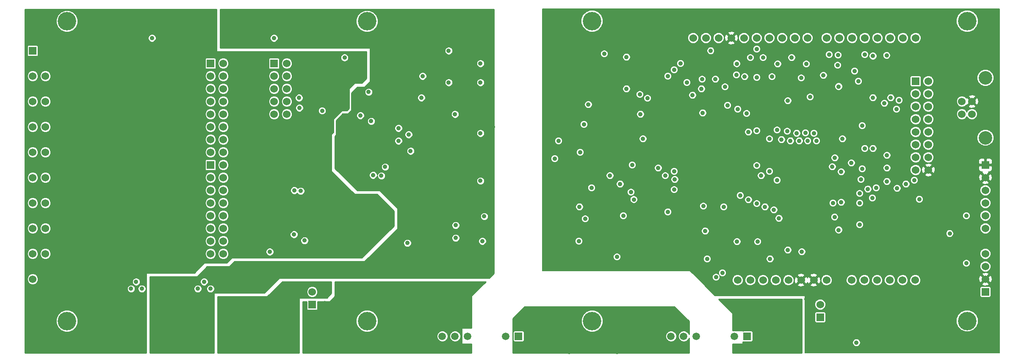
<source format=gbr>
G04 (created by PCBNEW-RS274X (2012-apr-16-27)-stable) date Wed 24 Jul 2013 12:55:59 AM UTC*
G01*
G70*
G90*
%MOIN*%
G04 Gerber Fmt 3.4, Leading zero omitted, Abs format*
%FSLAX34Y34*%
G04 APERTURE LIST*
%ADD10C,0.008000*%
%ADD11R,0.059100X0.059100*%
%ADD12C,0.059100*%
%ADD13R,0.060000X0.060000*%
%ADD14C,0.060000*%
%ADD15R,0.031500X0.061800*%
%ADD16R,0.027800X0.031500*%
%ADD17R,0.027600X0.031500*%
%ADD18C,0.106300*%
%ADD19C,0.145700*%
%ADD20C,0.035000*%
%ADD21C,0.006000*%
%ADD22C,0.010000*%
G04 APERTURE END LIST*
G54D10*
G54D11*
X72250Y-45500D03*
G54D12*
X71250Y-45500D03*
X68250Y-45500D03*
X67250Y-45500D03*
X66250Y-45500D03*
G54D13*
X35000Y-24000D03*
G54D14*
X36000Y-24000D03*
X35000Y-25000D03*
X36000Y-25000D03*
X35000Y-26000D03*
X36000Y-26000D03*
X35000Y-27000D03*
X36000Y-27000D03*
X35000Y-28000D03*
X36000Y-28000D03*
X71490Y-41080D03*
X72490Y-41080D03*
X73490Y-41080D03*
X74490Y-41080D03*
X75490Y-41080D03*
X76490Y-41080D03*
X77490Y-41080D03*
X78490Y-41080D03*
X80480Y-41080D03*
X81480Y-41080D03*
X82480Y-41080D03*
X83480Y-41080D03*
X84480Y-41080D03*
X85480Y-41080D03*
X85510Y-30400D03*
X85510Y-31400D03*
X85510Y-32400D03*
X86510Y-32400D03*
X86510Y-31400D03*
X86510Y-30400D03*
X85510Y-22000D03*
X84510Y-22000D03*
X83510Y-22000D03*
X82510Y-22000D03*
X81510Y-22000D03*
X80510Y-22000D03*
X79510Y-22000D03*
X78510Y-22000D03*
X77000Y-22000D03*
X76000Y-22000D03*
X75000Y-22000D03*
X74000Y-22000D03*
X73000Y-22000D03*
X72000Y-22000D03*
X71000Y-22000D03*
X70000Y-22000D03*
X69000Y-22000D03*
X68000Y-22000D03*
G54D15*
X27500Y-44500D03*
G54D16*
X27736Y-44653D03*
G54D17*
X27736Y-44347D03*
X27264Y-44653D03*
X27264Y-44347D03*
G54D15*
X22213Y-44500D03*
G54D16*
X22449Y-44653D03*
G54D17*
X22449Y-44347D03*
X21977Y-44653D03*
X21977Y-44347D03*
G54D13*
X16000Y-23000D03*
G54D14*
X17000Y-23000D03*
X16000Y-28000D03*
X17000Y-24000D03*
X16000Y-29000D03*
X17000Y-25000D03*
X16000Y-30000D03*
X17000Y-26000D03*
X16000Y-31000D03*
X17000Y-27000D03*
X16000Y-32000D03*
X17000Y-28000D03*
X16000Y-33000D03*
X17000Y-29000D03*
X16000Y-34000D03*
X17000Y-30000D03*
X16000Y-35000D03*
X17000Y-31000D03*
X16000Y-36000D03*
X17000Y-32000D03*
X16000Y-37000D03*
X17000Y-33000D03*
X16000Y-38000D03*
X17000Y-34000D03*
X17000Y-35000D03*
X16000Y-39000D03*
X17000Y-36000D03*
X17000Y-38000D03*
X17000Y-39000D03*
X17000Y-40000D03*
X17000Y-41000D03*
X16000Y-40000D03*
X16000Y-41000D03*
X16000Y-24000D03*
X16000Y-25000D03*
X16000Y-26000D03*
X16000Y-27000D03*
X16000Y-42000D03*
X17000Y-42000D03*
X17000Y-37000D03*
G54D13*
X91000Y-42000D03*
G54D14*
X91000Y-41000D03*
X91000Y-40000D03*
X91000Y-39000D03*
G54D13*
X91000Y-32000D03*
G54D14*
X91000Y-33000D03*
X91000Y-34000D03*
X91000Y-35000D03*
X91000Y-36000D03*
X91000Y-37000D03*
G54D11*
X54250Y-45500D03*
G54D12*
X53250Y-45500D03*
X50250Y-45500D03*
X49250Y-45500D03*
X48250Y-45500D03*
G54D13*
X78000Y-44000D03*
G54D14*
X78000Y-43000D03*
G54D13*
X38000Y-43000D03*
G54D14*
X38000Y-42000D03*
X39000Y-43000D03*
X39000Y-42000D03*
X89150Y-27000D03*
X89150Y-28000D03*
X89937Y-28000D03*
X89937Y-27000D03*
G54D18*
X91000Y-25138D03*
X91000Y-29862D03*
G54D13*
X30000Y-32000D03*
G54D14*
X31000Y-32000D03*
X30000Y-33000D03*
X31000Y-33000D03*
X30000Y-34000D03*
X31000Y-34000D03*
X30000Y-35000D03*
X31000Y-35000D03*
X30000Y-36000D03*
X31000Y-36000D03*
X30000Y-37000D03*
X31000Y-37000D03*
X30000Y-38000D03*
X31000Y-38000D03*
X30000Y-39000D03*
X31000Y-39000D03*
G54D13*
X30000Y-24000D03*
G54D14*
X31000Y-24000D03*
X30000Y-25000D03*
X31000Y-25000D03*
X30000Y-26000D03*
X31000Y-26000D03*
X30000Y-27000D03*
X31000Y-27000D03*
X30000Y-28000D03*
X31000Y-28000D03*
X30000Y-29000D03*
X31000Y-29000D03*
X30000Y-30000D03*
X31000Y-30000D03*
X30000Y-31000D03*
X31000Y-31000D03*
G54D13*
X85510Y-25400D03*
G54D14*
X86510Y-25400D03*
X85510Y-26400D03*
X86510Y-26400D03*
X85510Y-27400D03*
X86510Y-27400D03*
X85510Y-28400D03*
X86510Y-28400D03*
X85510Y-29400D03*
X86510Y-29400D03*
G54D19*
X18701Y-20669D03*
X18701Y-44291D03*
X89567Y-20669D03*
X89567Y-44291D03*
X60039Y-44291D03*
X60039Y-20669D03*
X42323Y-44291D03*
X42323Y-20669D03*
G54D20*
X60000Y-33800D03*
X80450Y-31850D03*
X62000Y-39250D03*
X59750Y-27250D03*
X78700Y-23300D03*
X80850Y-46000D03*
X59400Y-28800D03*
X88189Y-37402D03*
X63850Y-28000D03*
X84050Y-33850D03*
X83225Y-23375D03*
X61000Y-23250D03*
X69380Y-23000D03*
X73000Y-22880D03*
X64050Y-29950D03*
X41800Y-28100D03*
X42650Y-28550D03*
X37402Y-37953D03*
X36575Y-37480D03*
X38785Y-27725D03*
X36969Y-26713D03*
X42450Y-26250D03*
X49250Y-28000D03*
X29000Y-41750D03*
X46600Y-26700D03*
X30000Y-41750D03*
X35000Y-22000D03*
X29500Y-41200D03*
X45500Y-38150D03*
X25400Y-22000D03*
X40551Y-23543D03*
X24150Y-41200D03*
X34665Y-38839D03*
X23750Y-41750D03*
X24600Y-41750D03*
X63200Y-32000D03*
X65250Y-32250D03*
X66500Y-24500D03*
X66500Y-32500D03*
X68650Y-26000D03*
X61450Y-32850D03*
X59000Y-38000D03*
X63800Y-26450D03*
X72350Y-29400D03*
X59050Y-35300D03*
X45750Y-30900D03*
X51400Y-38000D03*
X72200Y-27950D03*
X64400Y-26750D03*
X62250Y-33500D03*
X62500Y-36000D03*
X59500Y-36250D03*
X67950Y-26500D03*
X44800Y-30100D03*
X51550Y-36050D03*
X67500Y-25500D03*
X71500Y-27600D03*
X51250Y-25500D03*
X45600Y-29600D03*
X70700Y-27300D03*
X67000Y-24000D03*
X62750Y-23500D03*
X62750Y-26000D03*
X51250Y-24000D03*
X44800Y-29100D03*
X65800Y-32850D03*
X66000Y-25000D03*
X46700Y-25000D03*
X43750Y-32150D03*
X69800Y-40850D03*
X57400Y-30100D03*
X57100Y-31500D03*
X63325Y-34725D03*
X66500Y-33950D03*
X42800Y-32800D03*
X49300Y-37750D03*
X66550Y-33150D03*
X63100Y-34150D03*
X43450Y-32850D03*
X49300Y-36750D03*
X82400Y-33800D03*
X83250Y-31250D03*
X81300Y-28900D03*
X81500Y-30700D03*
X83250Y-32250D03*
X82150Y-30700D03*
X83250Y-33300D03*
X84200Y-26900D03*
X81200Y-33150D03*
X84000Y-27600D03*
X81300Y-32300D03*
X84750Y-33500D03*
X82100Y-34600D03*
X81750Y-33900D03*
X83550Y-26700D03*
X83050Y-27150D03*
X81100Y-34250D03*
X74750Y-36200D03*
X73350Y-32850D03*
X79000Y-35000D03*
X69750Y-25250D03*
X68700Y-25250D03*
X73000Y-35050D03*
X73650Y-35300D03*
X74350Y-35550D03*
X85400Y-33200D03*
X68950Y-37200D03*
X69100Y-39400D03*
X85800Y-34700D03*
X70300Y-40500D03*
X59100Y-31000D03*
X74600Y-29250D03*
X74650Y-24050D03*
X70400Y-35300D03*
X74600Y-33200D03*
X75450Y-38700D03*
X76840Y-29480D03*
X71450Y-38050D03*
X79370Y-24150D03*
X71700Y-34400D03*
X72350Y-34750D03*
X82150Y-26700D03*
X79150Y-31450D03*
X89500Y-36000D03*
X77700Y-30100D03*
X89500Y-39750D03*
X81000Y-25400D03*
X77500Y-29500D03*
X82150Y-23420D03*
X71400Y-24900D03*
X71425Y-24025D03*
X74950Y-30000D03*
X75750Y-23550D03*
X76900Y-24050D03*
X75400Y-29350D03*
X76500Y-25150D03*
X75650Y-30100D03*
X76150Y-29500D03*
X76350Y-30100D03*
X79400Y-23350D03*
X81500Y-23300D03*
X76550Y-38850D03*
X77010Y-30110D03*
X73500Y-23550D03*
X74000Y-29950D03*
X74000Y-32500D03*
X79650Y-32550D03*
X78950Y-32150D03*
X73000Y-29300D03*
X72500Y-23550D03*
X73000Y-32050D03*
X37100Y-34050D03*
X36600Y-34000D03*
X80700Y-24600D03*
X79650Y-34950D03*
X74050Y-39400D03*
X74200Y-25050D03*
X81100Y-36700D03*
X79450Y-25825D03*
X70500Y-25850D03*
X66000Y-35700D03*
X79125Y-36100D03*
X75450Y-26950D03*
X73000Y-25100D03*
X68800Y-35250D03*
X72050Y-25050D03*
X68750Y-27900D03*
X79450Y-37125D03*
X73075Y-38050D03*
X79750Y-29950D03*
X81100Y-35000D03*
X77200Y-26650D03*
X78250Y-24950D03*
X23250Y-33000D03*
X28500Y-36000D03*
X37550Y-38875D03*
X23250Y-27000D03*
X28500Y-25000D03*
X52000Y-39500D03*
X37500Y-36750D03*
X28500Y-29000D03*
X28550Y-40000D03*
X23250Y-36000D03*
X51500Y-22500D03*
X23250Y-31000D03*
X38500Y-36750D03*
X34400Y-23550D03*
X28500Y-32000D03*
X42670Y-26990D03*
X28500Y-38000D03*
X42150Y-33400D03*
X23250Y-37000D03*
X40500Y-38875D03*
X44600Y-31200D03*
X42650Y-27700D03*
X35000Y-21000D03*
X47250Y-38150D03*
X52250Y-29000D03*
X37500Y-21000D03*
X52000Y-35250D03*
X39050Y-38875D03*
X23250Y-29000D03*
X49750Y-33000D03*
X23250Y-28000D03*
X28500Y-30000D03*
X28500Y-37000D03*
X23250Y-34000D03*
X23250Y-26000D03*
X28500Y-31000D03*
X50000Y-27750D03*
X51500Y-28500D03*
X28500Y-34000D03*
X38500Y-26300D03*
X23250Y-30000D03*
X36500Y-36800D03*
X23250Y-25000D03*
X40650Y-34250D03*
X48000Y-26000D03*
X23250Y-32000D03*
X28000Y-21000D03*
X28500Y-24000D03*
X28500Y-35000D03*
X32050Y-44250D03*
X28500Y-27000D03*
X41700Y-26300D03*
X23250Y-38000D03*
X23250Y-35000D03*
X39252Y-34941D03*
X28500Y-39000D03*
X28500Y-26000D03*
X28500Y-28000D03*
X25400Y-21000D03*
X23250Y-24000D03*
X23250Y-39000D03*
X39500Y-36750D03*
X36550Y-29200D03*
X41750Y-23550D03*
X28500Y-33000D03*
X37500Y-26300D03*
X38700Y-23850D03*
X23250Y-40000D03*
X66750Y-36600D03*
X75200Y-39750D03*
X68500Y-29350D03*
X68900Y-36150D03*
X66850Y-28350D03*
X77800Y-45350D03*
X70750Y-23400D03*
X72850Y-39750D03*
X57000Y-38500D03*
X88100Y-39700D03*
X81100Y-29900D03*
X71175Y-25675D03*
X75950Y-27450D03*
X77350Y-42280D03*
X72825Y-25800D03*
X66700Y-35600D03*
X56950Y-23000D03*
X87250Y-42500D03*
X80950Y-23900D03*
X77450Y-23450D03*
X75800Y-42950D03*
X72025Y-25675D03*
X78250Y-26200D03*
X77400Y-25850D03*
X74250Y-23500D03*
X57000Y-35500D03*
X85050Y-35900D03*
X63900Y-28700D03*
X74250Y-25800D03*
X64100Y-31000D03*
X86100Y-23550D03*
X66850Y-27250D03*
X80330Y-23370D03*
X64500Y-21500D03*
X56800Y-29500D03*
X83250Y-32750D03*
X84250Y-45750D03*
X76900Y-42560D03*
X66850Y-30150D03*
X81800Y-29850D03*
X56900Y-33400D03*
X75800Y-25550D03*
X56900Y-26000D03*
X57700Y-29300D03*
X73150Y-27800D03*
X82500Y-35850D03*
X71750Y-23350D03*
X81350Y-36100D03*
X51250Y-29500D03*
X51250Y-33250D03*
X48750Y-25500D03*
X48750Y-23000D03*
X37000Y-27500D03*
X62000Y-46750D03*
X58250Y-46750D03*
G54D10*
G36*
X92096Y-46820D02*
X91660Y-46820D01*
X91660Y-29994D01*
X91660Y-29731D01*
X91660Y-25270D01*
X91660Y-25007D01*
X91560Y-24764D01*
X91374Y-24579D01*
X91132Y-24478D01*
X90869Y-24478D01*
X90626Y-24578D01*
X90441Y-24764D01*
X90424Y-24804D01*
X90424Y-20840D01*
X90424Y-20499D01*
X90294Y-20184D01*
X90053Y-19943D01*
X89738Y-19812D01*
X89397Y-19812D01*
X89082Y-19942D01*
X88841Y-20183D01*
X88710Y-20498D01*
X88710Y-20839D01*
X88840Y-21154D01*
X89081Y-21395D01*
X89396Y-21526D01*
X89737Y-21526D01*
X90052Y-21396D01*
X90293Y-21155D01*
X90424Y-20840D01*
X90424Y-24804D01*
X90340Y-25006D01*
X90340Y-25269D01*
X90440Y-25512D01*
X90626Y-25697D01*
X90868Y-25798D01*
X91131Y-25798D01*
X91374Y-25698D01*
X91559Y-25512D01*
X91660Y-25270D01*
X91660Y-29731D01*
X91560Y-29488D01*
X91374Y-29303D01*
X91132Y-29202D01*
X90869Y-29202D01*
X90626Y-29302D01*
X90465Y-29463D01*
X90465Y-27055D01*
X90445Y-26849D01*
X90403Y-26748D01*
X90317Y-26719D01*
X90218Y-26818D01*
X90218Y-26620D01*
X90189Y-26534D01*
X89992Y-26472D01*
X89786Y-26492D01*
X89685Y-26534D01*
X89656Y-26620D01*
X89937Y-26901D01*
X90218Y-26620D01*
X90218Y-26818D01*
X90036Y-27000D01*
X90317Y-27281D01*
X90403Y-27252D01*
X90465Y-27055D01*
X90465Y-29463D01*
X90441Y-29488D01*
X90367Y-29665D01*
X90367Y-28086D01*
X90367Y-27915D01*
X90302Y-27757D01*
X90218Y-27673D01*
X90218Y-27380D01*
X89937Y-27099D01*
X89838Y-27198D01*
X89838Y-27000D01*
X89557Y-26719D01*
X89497Y-26739D01*
X89394Y-26636D01*
X89236Y-26570D01*
X89065Y-26570D01*
X88907Y-26635D01*
X88786Y-26756D01*
X88720Y-26914D01*
X88720Y-27085D01*
X88785Y-27243D01*
X88906Y-27364D01*
X89064Y-27430D01*
X89235Y-27430D01*
X89393Y-27365D01*
X89497Y-27260D01*
X89557Y-27281D01*
X89838Y-27000D01*
X89838Y-27198D01*
X89656Y-27380D01*
X89685Y-27466D01*
X89882Y-27528D01*
X90088Y-27508D01*
X90189Y-27466D01*
X90218Y-27380D01*
X90218Y-27673D01*
X90181Y-27636D01*
X90023Y-27570D01*
X89852Y-27570D01*
X89694Y-27635D01*
X89573Y-27756D01*
X89543Y-27826D01*
X89515Y-27757D01*
X89394Y-27636D01*
X89236Y-27570D01*
X89065Y-27570D01*
X88907Y-27635D01*
X88786Y-27756D01*
X88720Y-27914D01*
X88720Y-28085D01*
X88785Y-28243D01*
X88906Y-28364D01*
X89064Y-28430D01*
X89235Y-28430D01*
X89393Y-28365D01*
X89514Y-28244D01*
X89543Y-28173D01*
X89572Y-28243D01*
X89693Y-28364D01*
X89851Y-28430D01*
X90022Y-28430D01*
X90180Y-28365D01*
X90301Y-28244D01*
X90367Y-28086D01*
X90367Y-29665D01*
X90340Y-29730D01*
X90340Y-29993D01*
X90440Y-30236D01*
X90626Y-30421D01*
X90868Y-30522D01*
X91131Y-30522D01*
X91374Y-30422D01*
X91559Y-30236D01*
X91660Y-29994D01*
X91660Y-46820D01*
X91530Y-46820D01*
X91530Y-32345D01*
X91530Y-32127D01*
X91530Y-31873D01*
X91530Y-31655D01*
X91495Y-31570D01*
X91431Y-31506D01*
X91346Y-31470D01*
X91255Y-31470D01*
X91127Y-31470D01*
X91070Y-31527D01*
X91070Y-31930D01*
X91473Y-31930D01*
X91530Y-31873D01*
X91530Y-32127D01*
X91473Y-32070D01*
X91100Y-32070D01*
X91070Y-32070D01*
X90930Y-32070D01*
X90930Y-31930D01*
X90930Y-31527D01*
X90873Y-31470D01*
X90745Y-31470D01*
X90654Y-31470D01*
X90569Y-31506D01*
X90505Y-31570D01*
X90470Y-31655D01*
X90470Y-31873D01*
X90527Y-31930D01*
X90930Y-31930D01*
X90930Y-32070D01*
X90900Y-32070D01*
X90527Y-32070D01*
X90470Y-32127D01*
X90470Y-32345D01*
X90505Y-32430D01*
X90569Y-32494D01*
X90654Y-32530D01*
X90745Y-32530D01*
X90757Y-32530D01*
X90748Y-32534D01*
X90719Y-32620D01*
X91000Y-32901D01*
X91281Y-32620D01*
X91252Y-32534D01*
X91239Y-32530D01*
X91255Y-32530D01*
X91346Y-32530D01*
X91431Y-32494D01*
X91495Y-32430D01*
X91530Y-32345D01*
X91530Y-46820D01*
X91528Y-46820D01*
X91528Y-41055D01*
X91528Y-33055D01*
X91508Y-32849D01*
X91466Y-32748D01*
X91380Y-32719D01*
X91099Y-33000D01*
X91380Y-33281D01*
X91466Y-33252D01*
X91528Y-33055D01*
X91528Y-41055D01*
X91508Y-40849D01*
X91466Y-40748D01*
X91430Y-40735D01*
X91430Y-40086D01*
X91430Y-39915D01*
X91430Y-39086D01*
X91430Y-38915D01*
X91430Y-37086D01*
X91430Y-36915D01*
X91430Y-36086D01*
X91430Y-35915D01*
X91430Y-35086D01*
X91430Y-34915D01*
X91430Y-34086D01*
X91430Y-33915D01*
X91365Y-33757D01*
X91281Y-33673D01*
X91281Y-33380D01*
X91000Y-33099D01*
X90901Y-33198D01*
X90901Y-33000D01*
X90620Y-32719D01*
X90534Y-32748D01*
X90472Y-32945D01*
X90492Y-33151D01*
X90534Y-33252D01*
X90620Y-33281D01*
X90901Y-33000D01*
X90901Y-33198D01*
X90719Y-33380D01*
X90748Y-33466D01*
X90945Y-33528D01*
X91151Y-33508D01*
X91252Y-33466D01*
X91281Y-33380D01*
X91281Y-33673D01*
X91244Y-33636D01*
X91086Y-33570D01*
X90915Y-33570D01*
X90757Y-33635D01*
X90636Y-33756D01*
X90570Y-33914D01*
X90570Y-34085D01*
X90635Y-34243D01*
X90756Y-34364D01*
X90914Y-34430D01*
X91085Y-34430D01*
X91243Y-34365D01*
X91364Y-34244D01*
X91430Y-34086D01*
X91430Y-34915D01*
X91365Y-34757D01*
X91244Y-34636D01*
X91086Y-34570D01*
X90915Y-34570D01*
X90757Y-34635D01*
X90636Y-34756D01*
X90570Y-34914D01*
X90570Y-35085D01*
X90635Y-35243D01*
X90756Y-35364D01*
X90914Y-35430D01*
X91085Y-35430D01*
X91243Y-35365D01*
X91364Y-35244D01*
X91430Y-35086D01*
X91430Y-35915D01*
X91365Y-35757D01*
X91244Y-35636D01*
X91086Y-35570D01*
X90915Y-35570D01*
X90757Y-35635D01*
X90636Y-35756D01*
X90570Y-35914D01*
X90570Y-36085D01*
X90635Y-36243D01*
X90756Y-36364D01*
X90914Y-36430D01*
X91085Y-36430D01*
X91243Y-36365D01*
X91364Y-36244D01*
X91430Y-36086D01*
X91430Y-36915D01*
X91365Y-36757D01*
X91244Y-36636D01*
X91086Y-36570D01*
X90915Y-36570D01*
X90757Y-36635D01*
X90636Y-36756D01*
X90570Y-36914D01*
X90570Y-37085D01*
X90635Y-37243D01*
X90756Y-37364D01*
X90914Y-37430D01*
X91085Y-37430D01*
X91243Y-37365D01*
X91364Y-37244D01*
X91430Y-37086D01*
X91430Y-38915D01*
X91365Y-38757D01*
X91244Y-38636D01*
X91086Y-38570D01*
X90915Y-38570D01*
X90757Y-38635D01*
X90636Y-38756D01*
X90570Y-38914D01*
X90570Y-39085D01*
X90635Y-39243D01*
X90756Y-39364D01*
X90914Y-39430D01*
X91085Y-39430D01*
X91243Y-39365D01*
X91364Y-39244D01*
X91430Y-39086D01*
X91430Y-39915D01*
X91365Y-39757D01*
X91244Y-39636D01*
X91086Y-39570D01*
X90915Y-39570D01*
X90757Y-39635D01*
X90636Y-39756D01*
X90570Y-39914D01*
X90570Y-40085D01*
X90635Y-40243D01*
X90756Y-40364D01*
X90914Y-40430D01*
X91085Y-40430D01*
X91243Y-40365D01*
X91364Y-40244D01*
X91430Y-40086D01*
X91430Y-40735D01*
X91380Y-40719D01*
X91281Y-40818D01*
X91281Y-40620D01*
X91252Y-40534D01*
X91055Y-40472D01*
X90849Y-40492D01*
X90748Y-40534D01*
X90719Y-40620D01*
X91000Y-40901D01*
X91281Y-40620D01*
X91281Y-40818D01*
X91099Y-41000D01*
X91380Y-41281D01*
X91466Y-41252D01*
X91528Y-41055D01*
X91528Y-46820D01*
X91429Y-46820D01*
X91429Y-42325D01*
X91429Y-42274D01*
X91429Y-41674D01*
X91409Y-41627D01*
X91373Y-41590D01*
X91325Y-41571D01*
X91281Y-41571D01*
X91281Y-41380D01*
X91000Y-41099D01*
X90901Y-41198D01*
X90901Y-41000D01*
X90620Y-40719D01*
X90534Y-40748D01*
X90472Y-40945D01*
X90492Y-41151D01*
X90534Y-41252D01*
X90620Y-41281D01*
X90901Y-41000D01*
X90901Y-41198D01*
X90719Y-41380D01*
X90748Y-41466D01*
X90945Y-41528D01*
X91151Y-41508D01*
X91252Y-41466D01*
X91281Y-41380D01*
X91281Y-41571D01*
X91274Y-41571D01*
X90674Y-41571D01*
X90627Y-41591D01*
X90590Y-41627D01*
X90571Y-41675D01*
X90571Y-41726D01*
X90571Y-42326D01*
X90591Y-42373D01*
X90627Y-42410D01*
X90675Y-42429D01*
X90726Y-42429D01*
X91326Y-42429D01*
X91373Y-42409D01*
X91410Y-42373D01*
X91429Y-42325D01*
X91429Y-46820D01*
X90424Y-46820D01*
X90424Y-44462D01*
X90424Y-44121D01*
X90294Y-43806D01*
X90053Y-43565D01*
X89804Y-43461D01*
X89804Y-39811D01*
X89804Y-39690D01*
X89804Y-36061D01*
X89804Y-35940D01*
X89758Y-35828D01*
X89673Y-35743D01*
X89561Y-35696D01*
X89440Y-35696D01*
X89328Y-35742D01*
X89243Y-35827D01*
X89196Y-35939D01*
X89196Y-36060D01*
X89242Y-36172D01*
X89327Y-36257D01*
X89439Y-36304D01*
X89560Y-36304D01*
X89672Y-36258D01*
X89757Y-36173D01*
X89804Y-36061D01*
X89804Y-39690D01*
X89758Y-39578D01*
X89673Y-39493D01*
X89561Y-39446D01*
X89440Y-39446D01*
X89328Y-39492D01*
X89243Y-39577D01*
X89196Y-39689D01*
X89196Y-39810D01*
X89242Y-39922D01*
X89327Y-40007D01*
X89439Y-40054D01*
X89560Y-40054D01*
X89672Y-40008D01*
X89757Y-39923D01*
X89804Y-39811D01*
X89804Y-43461D01*
X89738Y-43434D01*
X89397Y-43434D01*
X89082Y-43564D01*
X88841Y-43805D01*
X88710Y-44120D01*
X88710Y-44461D01*
X88840Y-44776D01*
X89081Y-45017D01*
X89396Y-45148D01*
X89737Y-45148D01*
X90052Y-45018D01*
X90293Y-44777D01*
X90424Y-44462D01*
X90424Y-46820D01*
X88493Y-46820D01*
X88493Y-37463D01*
X88493Y-37342D01*
X88447Y-37230D01*
X88362Y-37145D01*
X88250Y-37098D01*
X88129Y-37098D01*
X88017Y-37144D01*
X87932Y-37229D01*
X87885Y-37341D01*
X87885Y-37462D01*
X87931Y-37574D01*
X88016Y-37659D01*
X88128Y-37706D01*
X88249Y-37706D01*
X88361Y-37660D01*
X88446Y-37575D01*
X88493Y-37463D01*
X88493Y-46820D01*
X87038Y-46820D01*
X87038Y-32455D01*
X87018Y-32249D01*
X86976Y-32148D01*
X86940Y-32135D01*
X86940Y-31486D01*
X86940Y-31315D01*
X86940Y-30486D01*
X86940Y-30315D01*
X86940Y-29486D01*
X86940Y-29315D01*
X86940Y-28486D01*
X86940Y-28315D01*
X86940Y-27486D01*
X86940Y-27315D01*
X86940Y-26486D01*
X86940Y-26315D01*
X86940Y-25486D01*
X86940Y-25315D01*
X86875Y-25157D01*
X86754Y-25036D01*
X86596Y-24970D01*
X86425Y-24970D01*
X86267Y-25035D01*
X86146Y-25156D01*
X86080Y-25314D01*
X86080Y-25485D01*
X86145Y-25643D01*
X86266Y-25764D01*
X86424Y-25830D01*
X86595Y-25830D01*
X86753Y-25765D01*
X86874Y-25644D01*
X86940Y-25486D01*
X86940Y-26315D01*
X86875Y-26157D01*
X86754Y-26036D01*
X86596Y-25970D01*
X86425Y-25970D01*
X86267Y-26035D01*
X86146Y-26156D01*
X86080Y-26314D01*
X86080Y-26485D01*
X86145Y-26643D01*
X86266Y-26764D01*
X86424Y-26830D01*
X86595Y-26830D01*
X86753Y-26765D01*
X86874Y-26644D01*
X86940Y-26486D01*
X86940Y-27315D01*
X86875Y-27157D01*
X86754Y-27036D01*
X86596Y-26970D01*
X86425Y-26970D01*
X86267Y-27035D01*
X86146Y-27156D01*
X86080Y-27314D01*
X86080Y-27485D01*
X86145Y-27643D01*
X86266Y-27764D01*
X86424Y-27830D01*
X86595Y-27830D01*
X86753Y-27765D01*
X86874Y-27644D01*
X86940Y-27486D01*
X86940Y-28315D01*
X86875Y-28157D01*
X86754Y-28036D01*
X86596Y-27970D01*
X86425Y-27970D01*
X86267Y-28035D01*
X86146Y-28156D01*
X86080Y-28314D01*
X86080Y-28485D01*
X86145Y-28643D01*
X86266Y-28764D01*
X86424Y-28830D01*
X86595Y-28830D01*
X86753Y-28765D01*
X86874Y-28644D01*
X86940Y-28486D01*
X86940Y-29315D01*
X86875Y-29157D01*
X86754Y-29036D01*
X86596Y-28970D01*
X86425Y-28970D01*
X86267Y-29035D01*
X86146Y-29156D01*
X86080Y-29314D01*
X86080Y-29485D01*
X86145Y-29643D01*
X86266Y-29764D01*
X86424Y-29830D01*
X86595Y-29830D01*
X86753Y-29765D01*
X86874Y-29644D01*
X86940Y-29486D01*
X86940Y-30315D01*
X86875Y-30157D01*
X86754Y-30036D01*
X86596Y-29970D01*
X86425Y-29970D01*
X86267Y-30035D01*
X86146Y-30156D01*
X86080Y-30314D01*
X86080Y-30485D01*
X86145Y-30643D01*
X86266Y-30764D01*
X86424Y-30830D01*
X86595Y-30830D01*
X86753Y-30765D01*
X86874Y-30644D01*
X86940Y-30486D01*
X86940Y-31315D01*
X86875Y-31157D01*
X86754Y-31036D01*
X86596Y-30970D01*
X86425Y-30970D01*
X86267Y-31035D01*
X86146Y-31156D01*
X86080Y-31314D01*
X86080Y-31485D01*
X86145Y-31643D01*
X86266Y-31764D01*
X86424Y-31830D01*
X86595Y-31830D01*
X86753Y-31765D01*
X86874Y-31644D01*
X86940Y-31486D01*
X86940Y-32135D01*
X86890Y-32119D01*
X86791Y-32218D01*
X86791Y-32020D01*
X86762Y-31934D01*
X86565Y-31872D01*
X86359Y-31892D01*
X86258Y-31934D01*
X86229Y-32020D01*
X86510Y-32301D01*
X86791Y-32020D01*
X86791Y-32218D01*
X86609Y-32400D01*
X86890Y-32681D01*
X86976Y-32652D01*
X87038Y-32455D01*
X87038Y-46820D01*
X86791Y-46820D01*
X86791Y-32780D01*
X86510Y-32499D01*
X86411Y-32598D01*
X86411Y-32400D01*
X86130Y-32119D01*
X86044Y-32148D01*
X85982Y-32345D01*
X86002Y-32551D01*
X86044Y-32652D01*
X86130Y-32681D01*
X86411Y-32400D01*
X86411Y-32598D01*
X86229Y-32780D01*
X86258Y-32866D01*
X86455Y-32928D01*
X86661Y-32908D01*
X86762Y-32866D01*
X86791Y-32780D01*
X86791Y-46820D01*
X86104Y-46820D01*
X86104Y-34761D01*
X86104Y-34640D01*
X86058Y-34528D01*
X85973Y-34443D01*
X85940Y-34429D01*
X85940Y-32486D01*
X85940Y-32315D01*
X85940Y-31486D01*
X85940Y-31315D01*
X85940Y-30486D01*
X85940Y-30315D01*
X85940Y-29486D01*
X85940Y-29315D01*
X85940Y-28486D01*
X85940Y-28315D01*
X85940Y-27486D01*
X85940Y-27315D01*
X85940Y-26486D01*
X85940Y-26315D01*
X85940Y-22086D01*
X85940Y-21915D01*
X85875Y-21757D01*
X85754Y-21636D01*
X85596Y-21570D01*
X85425Y-21570D01*
X85267Y-21635D01*
X85146Y-21756D01*
X85080Y-21914D01*
X85080Y-22085D01*
X85145Y-22243D01*
X85266Y-22364D01*
X85424Y-22430D01*
X85595Y-22430D01*
X85753Y-22365D01*
X85874Y-22244D01*
X85940Y-22086D01*
X85940Y-26315D01*
X85939Y-26312D01*
X85939Y-25725D01*
X85939Y-25674D01*
X85939Y-25074D01*
X85919Y-25027D01*
X85883Y-24990D01*
X85835Y-24971D01*
X85784Y-24971D01*
X85184Y-24971D01*
X85137Y-24991D01*
X85100Y-25027D01*
X85081Y-25075D01*
X85081Y-25126D01*
X85081Y-25726D01*
X85101Y-25773D01*
X85137Y-25810D01*
X85185Y-25829D01*
X85236Y-25829D01*
X85836Y-25829D01*
X85883Y-25809D01*
X85920Y-25773D01*
X85939Y-25725D01*
X85939Y-26312D01*
X85875Y-26157D01*
X85754Y-26036D01*
X85596Y-25970D01*
X85425Y-25970D01*
X85267Y-26035D01*
X85146Y-26156D01*
X85080Y-26314D01*
X85080Y-26485D01*
X85145Y-26643D01*
X85266Y-26764D01*
X85424Y-26830D01*
X85595Y-26830D01*
X85753Y-26765D01*
X85874Y-26644D01*
X85940Y-26486D01*
X85940Y-27315D01*
X85875Y-27157D01*
X85754Y-27036D01*
X85596Y-26970D01*
X85425Y-26970D01*
X85267Y-27035D01*
X85146Y-27156D01*
X85080Y-27314D01*
X85080Y-27485D01*
X85145Y-27643D01*
X85266Y-27764D01*
X85424Y-27830D01*
X85595Y-27830D01*
X85753Y-27765D01*
X85874Y-27644D01*
X85940Y-27486D01*
X85940Y-28315D01*
X85875Y-28157D01*
X85754Y-28036D01*
X85596Y-27970D01*
X85425Y-27970D01*
X85267Y-28035D01*
X85146Y-28156D01*
X85080Y-28314D01*
X85080Y-28485D01*
X85145Y-28643D01*
X85266Y-28764D01*
X85424Y-28830D01*
X85595Y-28830D01*
X85753Y-28765D01*
X85874Y-28644D01*
X85940Y-28486D01*
X85940Y-29315D01*
X85875Y-29157D01*
X85754Y-29036D01*
X85596Y-28970D01*
X85425Y-28970D01*
X85267Y-29035D01*
X85146Y-29156D01*
X85080Y-29314D01*
X85080Y-29485D01*
X85145Y-29643D01*
X85266Y-29764D01*
X85424Y-29830D01*
X85595Y-29830D01*
X85753Y-29765D01*
X85874Y-29644D01*
X85940Y-29486D01*
X85940Y-30315D01*
X85875Y-30157D01*
X85754Y-30036D01*
X85596Y-29970D01*
X85425Y-29970D01*
X85267Y-30035D01*
X85146Y-30156D01*
X85080Y-30314D01*
X85080Y-30485D01*
X85145Y-30643D01*
X85266Y-30764D01*
X85424Y-30830D01*
X85595Y-30830D01*
X85753Y-30765D01*
X85874Y-30644D01*
X85940Y-30486D01*
X85940Y-31315D01*
X85875Y-31157D01*
X85754Y-31036D01*
X85596Y-30970D01*
X85425Y-30970D01*
X85267Y-31035D01*
X85146Y-31156D01*
X85080Y-31314D01*
X85080Y-31485D01*
X85145Y-31643D01*
X85266Y-31764D01*
X85424Y-31830D01*
X85595Y-31830D01*
X85753Y-31765D01*
X85874Y-31644D01*
X85940Y-31486D01*
X85940Y-32315D01*
X85875Y-32157D01*
X85754Y-32036D01*
X85596Y-31970D01*
X85425Y-31970D01*
X85267Y-32035D01*
X85146Y-32156D01*
X85080Y-32314D01*
X85080Y-32485D01*
X85145Y-32643D01*
X85266Y-32764D01*
X85424Y-32830D01*
X85595Y-32830D01*
X85753Y-32765D01*
X85874Y-32644D01*
X85940Y-32486D01*
X85940Y-34429D01*
X85861Y-34396D01*
X85740Y-34396D01*
X85704Y-34410D01*
X85704Y-33261D01*
X85704Y-33140D01*
X85658Y-33028D01*
X85573Y-32943D01*
X85461Y-32896D01*
X85340Y-32896D01*
X85228Y-32942D01*
X85143Y-33027D01*
X85096Y-33139D01*
X85096Y-33260D01*
X85142Y-33372D01*
X85227Y-33457D01*
X85339Y-33504D01*
X85460Y-33504D01*
X85572Y-33458D01*
X85657Y-33373D01*
X85704Y-33261D01*
X85704Y-34410D01*
X85628Y-34442D01*
X85543Y-34527D01*
X85496Y-34639D01*
X85496Y-34760D01*
X85542Y-34872D01*
X85627Y-34957D01*
X85739Y-35004D01*
X85860Y-35004D01*
X85972Y-34958D01*
X86057Y-34873D01*
X86104Y-34761D01*
X86104Y-46820D01*
X85910Y-46820D01*
X85910Y-41166D01*
X85910Y-40995D01*
X85845Y-40837D01*
X85724Y-40716D01*
X85566Y-40650D01*
X85395Y-40650D01*
X85237Y-40715D01*
X85116Y-40836D01*
X85054Y-40984D01*
X85054Y-33561D01*
X85054Y-33440D01*
X85008Y-33328D01*
X84940Y-33260D01*
X84940Y-22086D01*
X84940Y-21915D01*
X84875Y-21757D01*
X84754Y-21636D01*
X84596Y-21570D01*
X84425Y-21570D01*
X84267Y-21635D01*
X84146Y-21756D01*
X84080Y-21914D01*
X84080Y-22085D01*
X84145Y-22243D01*
X84266Y-22364D01*
X84424Y-22430D01*
X84595Y-22430D01*
X84753Y-22365D01*
X84874Y-22244D01*
X84940Y-22086D01*
X84940Y-33260D01*
X84923Y-33243D01*
X84811Y-33196D01*
X84690Y-33196D01*
X84578Y-33242D01*
X84504Y-33316D01*
X84504Y-26961D01*
X84504Y-26840D01*
X84458Y-26728D01*
X84373Y-26643D01*
X84261Y-26596D01*
X84140Y-26596D01*
X84028Y-26642D01*
X83943Y-26727D01*
X83940Y-26734D01*
X83940Y-22086D01*
X83940Y-21915D01*
X83875Y-21757D01*
X83754Y-21636D01*
X83596Y-21570D01*
X83425Y-21570D01*
X83267Y-21635D01*
X83146Y-21756D01*
X83080Y-21914D01*
X83080Y-22085D01*
X83145Y-22243D01*
X83266Y-22364D01*
X83424Y-22430D01*
X83595Y-22430D01*
X83753Y-22365D01*
X83874Y-22244D01*
X83940Y-22086D01*
X83940Y-26734D01*
X83896Y-26839D01*
X83896Y-26960D01*
X83942Y-27072D01*
X84027Y-27157D01*
X84139Y-27204D01*
X84260Y-27204D01*
X84372Y-27158D01*
X84457Y-27073D01*
X84504Y-26961D01*
X84504Y-33316D01*
X84493Y-33327D01*
X84446Y-33439D01*
X84446Y-33560D01*
X84492Y-33672D01*
X84577Y-33757D01*
X84689Y-33804D01*
X84810Y-33804D01*
X84922Y-33758D01*
X85007Y-33673D01*
X85054Y-33561D01*
X85054Y-40984D01*
X85050Y-40994D01*
X85050Y-41165D01*
X85115Y-41323D01*
X85236Y-41444D01*
X85394Y-41510D01*
X85565Y-41510D01*
X85723Y-41445D01*
X85844Y-41324D01*
X85910Y-41166D01*
X85910Y-46820D01*
X84910Y-46820D01*
X84910Y-41166D01*
X84910Y-40995D01*
X84845Y-40837D01*
X84724Y-40716D01*
X84566Y-40650D01*
X84395Y-40650D01*
X84354Y-40666D01*
X84354Y-33911D01*
X84354Y-33790D01*
X84308Y-33678D01*
X84304Y-33674D01*
X84304Y-27661D01*
X84304Y-27540D01*
X84258Y-27428D01*
X84173Y-27343D01*
X84061Y-27296D01*
X83940Y-27296D01*
X83854Y-27331D01*
X83854Y-26761D01*
X83854Y-26640D01*
X83808Y-26528D01*
X83723Y-26443D01*
X83611Y-26396D01*
X83529Y-26396D01*
X83529Y-23436D01*
X83529Y-23315D01*
X83483Y-23203D01*
X83398Y-23118D01*
X83286Y-23071D01*
X83165Y-23071D01*
X83053Y-23117D01*
X82968Y-23202D01*
X82940Y-23268D01*
X82940Y-22086D01*
X82940Y-21915D01*
X82875Y-21757D01*
X82754Y-21636D01*
X82596Y-21570D01*
X82425Y-21570D01*
X82267Y-21635D01*
X82146Y-21756D01*
X82080Y-21914D01*
X82080Y-22085D01*
X82145Y-22243D01*
X82266Y-22364D01*
X82424Y-22430D01*
X82595Y-22430D01*
X82753Y-22365D01*
X82874Y-22244D01*
X82940Y-22086D01*
X82940Y-23268D01*
X82921Y-23314D01*
X82921Y-23435D01*
X82967Y-23547D01*
X83052Y-23632D01*
X83164Y-23679D01*
X83285Y-23679D01*
X83397Y-23633D01*
X83482Y-23548D01*
X83529Y-23436D01*
X83529Y-26396D01*
X83490Y-26396D01*
X83378Y-26442D01*
X83293Y-26527D01*
X83246Y-26639D01*
X83246Y-26760D01*
X83292Y-26872D01*
X83377Y-26957D01*
X83489Y-27004D01*
X83610Y-27004D01*
X83722Y-26958D01*
X83807Y-26873D01*
X83854Y-26761D01*
X83854Y-27331D01*
X83828Y-27342D01*
X83743Y-27427D01*
X83696Y-27539D01*
X83696Y-27660D01*
X83742Y-27772D01*
X83827Y-27857D01*
X83939Y-27904D01*
X84060Y-27904D01*
X84172Y-27858D01*
X84257Y-27773D01*
X84304Y-27661D01*
X84304Y-33674D01*
X84223Y-33593D01*
X84111Y-33546D01*
X83990Y-33546D01*
X83878Y-33592D01*
X83793Y-33677D01*
X83746Y-33789D01*
X83746Y-33910D01*
X83792Y-34022D01*
X83877Y-34107D01*
X83989Y-34154D01*
X84110Y-34154D01*
X84222Y-34108D01*
X84307Y-34023D01*
X84354Y-33911D01*
X84354Y-40666D01*
X84237Y-40715D01*
X84116Y-40836D01*
X84050Y-40994D01*
X84050Y-41165D01*
X84115Y-41323D01*
X84236Y-41444D01*
X84394Y-41510D01*
X84565Y-41510D01*
X84723Y-41445D01*
X84844Y-41324D01*
X84910Y-41166D01*
X84910Y-46820D01*
X83910Y-46820D01*
X83910Y-41166D01*
X83910Y-40995D01*
X83845Y-40837D01*
X83724Y-40716D01*
X83566Y-40650D01*
X83554Y-40650D01*
X83554Y-33361D01*
X83554Y-33240D01*
X83554Y-32311D01*
X83554Y-32190D01*
X83554Y-31311D01*
X83554Y-31190D01*
X83508Y-31078D01*
X83423Y-30993D01*
X83354Y-30964D01*
X83354Y-27211D01*
X83354Y-27090D01*
X83308Y-26978D01*
X83223Y-26893D01*
X83111Y-26846D01*
X82990Y-26846D01*
X82878Y-26892D01*
X82793Y-26977D01*
X82746Y-27089D01*
X82746Y-27210D01*
X82792Y-27322D01*
X82877Y-27407D01*
X82989Y-27454D01*
X83110Y-27454D01*
X83222Y-27408D01*
X83307Y-27323D01*
X83354Y-27211D01*
X83354Y-30964D01*
X83311Y-30946D01*
X83190Y-30946D01*
X83078Y-30992D01*
X82993Y-31077D01*
X82946Y-31189D01*
X82946Y-31310D01*
X82992Y-31422D01*
X83077Y-31507D01*
X83189Y-31554D01*
X83310Y-31554D01*
X83422Y-31508D01*
X83507Y-31423D01*
X83554Y-31311D01*
X83554Y-32190D01*
X83508Y-32078D01*
X83423Y-31993D01*
X83311Y-31946D01*
X83190Y-31946D01*
X83078Y-31992D01*
X82993Y-32077D01*
X82946Y-32189D01*
X82946Y-32310D01*
X82992Y-32422D01*
X83077Y-32507D01*
X83189Y-32554D01*
X83310Y-32554D01*
X83422Y-32508D01*
X83507Y-32423D01*
X83554Y-32311D01*
X83554Y-33240D01*
X83508Y-33128D01*
X83423Y-33043D01*
X83311Y-32996D01*
X83190Y-32996D01*
X83078Y-33042D01*
X82993Y-33127D01*
X82946Y-33239D01*
X82946Y-33360D01*
X82992Y-33472D01*
X83077Y-33557D01*
X83189Y-33604D01*
X83310Y-33604D01*
X83422Y-33558D01*
X83507Y-33473D01*
X83554Y-33361D01*
X83554Y-40650D01*
X83395Y-40650D01*
X83237Y-40715D01*
X83116Y-40836D01*
X83050Y-40994D01*
X83050Y-41165D01*
X83115Y-41323D01*
X83236Y-41444D01*
X83394Y-41510D01*
X83565Y-41510D01*
X83723Y-41445D01*
X83844Y-41324D01*
X83910Y-41166D01*
X83910Y-46820D01*
X82910Y-46820D01*
X82910Y-41166D01*
X82910Y-40995D01*
X82845Y-40837D01*
X82724Y-40716D01*
X82704Y-40707D01*
X82704Y-33861D01*
X82704Y-33740D01*
X82658Y-33628D01*
X82573Y-33543D01*
X82461Y-33496D01*
X82454Y-33496D01*
X82454Y-30761D01*
X82454Y-30640D01*
X82454Y-26761D01*
X82454Y-26640D01*
X82454Y-23481D01*
X82454Y-23360D01*
X82408Y-23248D01*
X82323Y-23163D01*
X82211Y-23116D01*
X82090Y-23116D01*
X81978Y-23162D01*
X81940Y-23200D01*
X81940Y-22086D01*
X81940Y-21915D01*
X81875Y-21757D01*
X81754Y-21636D01*
X81596Y-21570D01*
X81425Y-21570D01*
X81267Y-21635D01*
X81146Y-21756D01*
X81080Y-21914D01*
X81080Y-22085D01*
X81145Y-22243D01*
X81266Y-22364D01*
X81424Y-22430D01*
X81595Y-22430D01*
X81753Y-22365D01*
X81874Y-22244D01*
X81940Y-22086D01*
X81940Y-23200D01*
X81893Y-23247D01*
X81846Y-23359D01*
X81846Y-23480D01*
X81892Y-23592D01*
X81977Y-23677D01*
X82089Y-23724D01*
X82210Y-23724D01*
X82322Y-23678D01*
X82407Y-23593D01*
X82454Y-23481D01*
X82454Y-26640D01*
X82408Y-26528D01*
X82323Y-26443D01*
X82211Y-26396D01*
X82090Y-26396D01*
X81978Y-26442D01*
X81893Y-26527D01*
X81846Y-26639D01*
X81846Y-26760D01*
X81892Y-26872D01*
X81977Y-26957D01*
X82089Y-27004D01*
X82210Y-27004D01*
X82322Y-26958D01*
X82407Y-26873D01*
X82454Y-26761D01*
X82454Y-30640D01*
X82408Y-30528D01*
X82323Y-30443D01*
X82211Y-30396D01*
X82090Y-30396D01*
X81978Y-30442D01*
X81893Y-30527D01*
X81846Y-30639D01*
X81846Y-30760D01*
X81892Y-30872D01*
X81977Y-30957D01*
X82089Y-31004D01*
X82210Y-31004D01*
X82322Y-30958D01*
X82407Y-30873D01*
X82454Y-30761D01*
X82454Y-33496D01*
X82340Y-33496D01*
X82228Y-33542D01*
X82143Y-33627D01*
X82096Y-33739D01*
X82096Y-33860D01*
X82142Y-33972D01*
X82227Y-34057D01*
X82339Y-34104D01*
X82460Y-34104D01*
X82572Y-34058D01*
X82657Y-33973D01*
X82704Y-33861D01*
X82704Y-40707D01*
X82566Y-40650D01*
X82404Y-40650D01*
X82404Y-34661D01*
X82404Y-34540D01*
X82358Y-34428D01*
X82273Y-34343D01*
X82161Y-34296D01*
X82054Y-34296D01*
X82054Y-33961D01*
X82054Y-33840D01*
X82008Y-33728D01*
X81923Y-33643D01*
X81811Y-33596D01*
X81804Y-33596D01*
X81804Y-30761D01*
X81804Y-30640D01*
X81804Y-23361D01*
X81804Y-23240D01*
X81758Y-23128D01*
X81673Y-23043D01*
X81561Y-22996D01*
X81440Y-22996D01*
X81328Y-23042D01*
X81243Y-23127D01*
X81196Y-23239D01*
X81196Y-23360D01*
X81242Y-23472D01*
X81327Y-23557D01*
X81439Y-23604D01*
X81560Y-23604D01*
X81672Y-23558D01*
X81757Y-23473D01*
X81804Y-23361D01*
X81804Y-30640D01*
X81758Y-30528D01*
X81673Y-30443D01*
X81604Y-30414D01*
X81604Y-28961D01*
X81604Y-28840D01*
X81558Y-28728D01*
X81473Y-28643D01*
X81361Y-28596D01*
X81304Y-28596D01*
X81304Y-25461D01*
X81304Y-25340D01*
X81258Y-25228D01*
X81173Y-25143D01*
X81061Y-25096D01*
X81004Y-25096D01*
X81004Y-24661D01*
X81004Y-24540D01*
X80958Y-24428D01*
X80940Y-24410D01*
X80940Y-22086D01*
X80940Y-21915D01*
X80875Y-21757D01*
X80754Y-21636D01*
X80596Y-21570D01*
X80425Y-21570D01*
X80267Y-21635D01*
X80146Y-21756D01*
X80080Y-21914D01*
X80080Y-22085D01*
X80145Y-22243D01*
X80266Y-22364D01*
X80424Y-22430D01*
X80595Y-22430D01*
X80753Y-22365D01*
X80874Y-22244D01*
X80940Y-22086D01*
X80940Y-24410D01*
X80873Y-24343D01*
X80761Y-24296D01*
X80640Y-24296D01*
X80528Y-24342D01*
X80443Y-24427D01*
X80396Y-24539D01*
X80396Y-24660D01*
X80442Y-24772D01*
X80527Y-24857D01*
X80639Y-24904D01*
X80760Y-24904D01*
X80872Y-24858D01*
X80957Y-24773D01*
X81004Y-24661D01*
X81004Y-25096D01*
X80940Y-25096D01*
X80828Y-25142D01*
X80743Y-25227D01*
X80696Y-25339D01*
X80696Y-25460D01*
X80742Y-25572D01*
X80827Y-25657D01*
X80939Y-25704D01*
X81060Y-25704D01*
X81172Y-25658D01*
X81257Y-25573D01*
X81304Y-25461D01*
X81304Y-28596D01*
X81240Y-28596D01*
X81128Y-28642D01*
X81043Y-28727D01*
X80996Y-28839D01*
X80996Y-28960D01*
X81042Y-29072D01*
X81127Y-29157D01*
X81239Y-29204D01*
X81360Y-29204D01*
X81472Y-29158D01*
X81557Y-29073D01*
X81604Y-28961D01*
X81604Y-30414D01*
X81561Y-30396D01*
X81440Y-30396D01*
X81328Y-30442D01*
X81243Y-30527D01*
X81196Y-30639D01*
X81196Y-30760D01*
X81242Y-30872D01*
X81327Y-30957D01*
X81439Y-31004D01*
X81560Y-31004D01*
X81672Y-30958D01*
X81757Y-30873D01*
X81804Y-30761D01*
X81804Y-33596D01*
X81690Y-33596D01*
X81604Y-33631D01*
X81604Y-32361D01*
X81604Y-32240D01*
X81558Y-32128D01*
X81473Y-32043D01*
X81361Y-31996D01*
X81240Y-31996D01*
X81128Y-32042D01*
X81043Y-32127D01*
X80996Y-32239D01*
X80996Y-32360D01*
X81042Y-32472D01*
X81127Y-32557D01*
X81239Y-32604D01*
X81360Y-32604D01*
X81472Y-32558D01*
X81557Y-32473D01*
X81604Y-32361D01*
X81604Y-33631D01*
X81578Y-33642D01*
X81504Y-33716D01*
X81504Y-33211D01*
X81504Y-33090D01*
X81458Y-32978D01*
X81373Y-32893D01*
X81261Y-32846D01*
X81140Y-32846D01*
X81028Y-32892D01*
X80943Y-32977D01*
X80896Y-33089D01*
X80896Y-33210D01*
X80942Y-33322D01*
X81027Y-33407D01*
X81139Y-33454D01*
X81260Y-33454D01*
X81372Y-33408D01*
X81457Y-33323D01*
X81504Y-33211D01*
X81504Y-33716D01*
X81493Y-33727D01*
X81446Y-33839D01*
X81446Y-33960D01*
X81492Y-34072D01*
X81577Y-34157D01*
X81689Y-34204D01*
X81810Y-34204D01*
X81922Y-34158D01*
X82007Y-34073D01*
X82054Y-33961D01*
X82054Y-34296D01*
X82040Y-34296D01*
X81928Y-34342D01*
X81843Y-34427D01*
X81796Y-34539D01*
X81796Y-34660D01*
X81842Y-34772D01*
X81927Y-34857D01*
X82039Y-34904D01*
X82160Y-34904D01*
X82272Y-34858D01*
X82357Y-34773D01*
X82404Y-34661D01*
X82404Y-40650D01*
X82395Y-40650D01*
X82237Y-40715D01*
X82116Y-40836D01*
X82050Y-40994D01*
X82050Y-41165D01*
X82115Y-41323D01*
X82236Y-41444D01*
X82394Y-41510D01*
X82565Y-41510D01*
X82723Y-41445D01*
X82844Y-41324D01*
X82910Y-41166D01*
X82910Y-46820D01*
X81910Y-46820D01*
X81910Y-41166D01*
X81910Y-40995D01*
X81845Y-40837D01*
X81724Y-40716D01*
X81566Y-40650D01*
X81404Y-40650D01*
X81404Y-36761D01*
X81404Y-36640D01*
X81404Y-35061D01*
X81404Y-34940D01*
X81404Y-34311D01*
X81404Y-34190D01*
X81358Y-34078D01*
X81273Y-33993D01*
X81161Y-33946D01*
X81040Y-33946D01*
X80928Y-33992D01*
X80843Y-34077D01*
X80796Y-34189D01*
X80796Y-34310D01*
X80842Y-34422D01*
X80927Y-34507D01*
X81039Y-34554D01*
X81160Y-34554D01*
X81272Y-34508D01*
X81357Y-34423D01*
X81404Y-34311D01*
X81404Y-34940D01*
X81358Y-34828D01*
X81273Y-34743D01*
X81161Y-34696D01*
X81040Y-34696D01*
X80928Y-34742D01*
X80843Y-34827D01*
X80796Y-34939D01*
X80796Y-35060D01*
X80842Y-35172D01*
X80927Y-35257D01*
X81039Y-35304D01*
X81160Y-35304D01*
X81272Y-35258D01*
X81357Y-35173D01*
X81404Y-35061D01*
X81404Y-36640D01*
X81358Y-36528D01*
X81273Y-36443D01*
X81161Y-36396D01*
X81040Y-36396D01*
X80928Y-36442D01*
X80843Y-36527D01*
X80796Y-36639D01*
X80796Y-36760D01*
X80842Y-36872D01*
X80927Y-36957D01*
X81039Y-37004D01*
X81160Y-37004D01*
X81272Y-36958D01*
X81357Y-36873D01*
X81404Y-36761D01*
X81404Y-40650D01*
X81395Y-40650D01*
X81237Y-40715D01*
X81116Y-40836D01*
X81050Y-40994D01*
X81050Y-41165D01*
X81115Y-41323D01*
X81236Y-41444D01*
X81394Y-41510D01*
X81565Y-41510D01*
X81723Y-41445D01*
X81844Y-41324D01*
X81910Y-41166D01*
X81910Y-46820D01*
X81154Y-46820D01*
X81154Y-46061D01*
X81154Y-45940D01*
X81108Y-45828D01*
X81023Y-45743D01*
X80911Y-45696D01*
X80910Y-45696D01*
X80910Y-41166D01*
X80910Y-40995D01*
X80845Y-40837D01*
X80754Y-40746D01*
X80754Y-31911D01*
X80754Y-31790D01*
X80708Y-31678D01*
X80623Y-31593D01*
X80511Y-31546D01*
X80390Y-31546D01*
X80278Y-31592D01*
X80193Y-31677D01*
X80146Y-31789D01*
X80146Y-31910D01*
X80192Y-32022D01*
X80277Y-32107D01*
X80389Y-32154D01*
X80510Y-32154D01*
X80622Y-32108D01*
X80707Y-32023D01*
X80754Y-31911D01*
X80754Y-40746D01*
X80724Y-40716D01*
X80566Y-40650D01*
X80395Y-40650D01*
X80237Y-40715D01*
X80116Y-40836D01*
X80054Y-40984D01*
X80054Y-30011D01*
X80054Y-29890D01*
X80008Y-29778D01*
X79940Y-29710D01*
X79940Y-22086D01*
X79940Y-21915D01*
X79875Y-21757D01*
X79754Y-21636D01*
X79596Y-21570D01*
X79425Y-21570D01*
X79267Y-21635D01*
X79146Y-21756D01*
X79080Y-21914D01*
X79080Y-22085D01*
X79145Y-22243D01*
X79266Y-22364D01*
X79424Y-22430D01*
X79595Y-22430D01*
X79753Y-22365D01*
X79874Y-22244D01*
X79940Y-22086D01*
X79940Y-29710D01*
X79923Y-29693D01*
X79811Y-29646D01*
X79754Y-29646D01*
X79754Y-25886D01*
X79754Y-25765D01*
X79708Y-25653D01*
X79704Y-25649D01*
X79704Y-23411D01*
X79704Y-23290D01*
X79658Y-23178D01*
X79573Y-23093D01*
X79461Y-23046D01*
X79340Y-23046D01*
X79228Y-23092D01*
X79143Y-23177D01*
X79096Y-23289D01*
X79096Y-23410D01*
X79142Y-23522D01*
X79227Y-23607D01*
X79339Y-23654D01*
X79460Y-23654D01*
X79572Y-23608D01*
X79657Y-23523D01*
X79704Y-23411D01*
X79704Y-25649D01*
X79674Y-25619D01*
X79674Y-24211D01*
X79674Y-24090D01*
X79628Y-23978D01*
X79543Y-23893D01*
X79431Y-23846D01*
X79310Y-23846D01*
X79198Y-23892D01*
X79113Y-23977D01*
X79066Y-24089D01*
X79066Y-24210D01*
X79112Y-24322D01*
X79197Y-24407D01*
X79309Y-24454D01*
X79430Y-24454D01*
X79542Y-24408D01*
X79627Y-24323D01*
X79674Y-24211D01*
X79674Y-25619D01*
X79623Y-25568D01*
X79511Y-25521D01*
X79390Y-25521D01*
X79278Y-25567D01*
X79193Y-25652D01*
X79146Y-25764D01*
X79146Y-25885D01*
X79192Y-25997D01*
X79277Y-26082D01*
X79389Y-26129D01*
X79510Y-26129D01*
X79622Y-26083D01*
X79707Y-25998D01*
X79754Y-25886D01*
X79754Y-29646D01*
X79690Y-29646D01*
X79578Y-29692D01*
X79493Y-29777D01*
X79446Y-29889D01*
X79446Y-30010D01*
X79492Y-30122D01*
X79577Y-30207D01*
X79689Y-30254D01*
X79810Y-30254D01*
X79922Y-30208D01*
X80007Y-30123D01*
X80054Y-30011D01*
X80054Y-40984D01*
X80050Y-40994D01*
X80050Y-41165D01*
X80115Y-41323D01*
X80236Y-41444D01*
X80394Y-41510D01*
X80565Y-41510D01*
X80723Y-41445D01*
X80844Y-41324D01*
X80910Y-41166D01*
X80910Y-45696D01*
X80790Y-45696D01*
X80678Y-45742D01*
X80593Y-45827D01*
X80546Y-45939D01*
X80546Y-46060D01*
X80592Y-46172D01*
X80677Y-46257D01*
X80789Y-46304D01*
X80910Y-46304D01*
X81022Y-46258D01*
X81107Y-46173D01*
X81154Y-46061D01*
X81154Y-46820D01*
X79954Y-46820D01*
X79954Y-35011D01*
X79954Y-34890D01*
X79954Y-32611D01*
X79954Y-32490D01*
X79908Y-32378D01*
X79823Y-32293D01*
X79711Y-32246D01*
X79590Y-32246D01*
X79478Y-32292D01*
X79454Y-32316D01*
X79454Y-31511D01*
X79454Y-31390D01*
X79408Y-31278D01*
X79323Y-31193D01*
X79211Y-31146D01*
X79090Y-31146D01*
X79004Y-31181D01*
X79004Y-23361D01*
X79004Y-23240D01*
X78958Y-23128D01*
X78940Y-23110D01*
X78940Y-22086D01*
X78940Y-21915D01*
X78875Y-21757D01*
X78754Y-21636D01*
X78596Y-21570D01*
X78425Y-21570D01*
X78267Y-21635D01*
X78146Y-21756D01*
X78080Y-21914D01*
X78080Y-22085D01*
X78145Y-22243D01*
X78266Y-22364D01*
X78424Y-22430D01*
X78595Y-22430D01*
X78753Y-22365D01*
X78874Y-22244D01*
X78940Y-22086D01*
X78940Y-23110D01*
X78873Y-23043D01*
X78761Y-22996D01*
X78640Y-22996D01*
X78528Y-23042D01*
X78443Y-23127D01*
X78396Y-23239D01*
X78396Y-23360D01*
X78442Y-23472D01*
X78527Y-23557D01*
X78639Y-23604D01*
X78760Y-23604D01*
X78872Y-23558D01*
X78957Y-23473D01*
X79004Y-23361D01*
X79004Y-31181D01*
X78978Y-31192D01*
X78893Y-31277D01*
X78846Y-31389D01*
X78846Y-31510D01*
X78892Y-31622D01*
X78977Y-31707D01*
X79089Y-31754D01*
X79210Y-31754D01*
X79322Y-31708D01*
X79407Y-31623D01*
X79454Y-31511D01*
X79454Y-32316D01*
X79393Y-32377D01*
X79346Y-32489D01*
X79346Y-32610D01*
X79392Y-32722D01*
X79477Y-32807D01*
X79589Y-32854D01*
X79710Y-32854D01*
X79822Y-32808D01*
X79907Y-32723D01*
X79954Y-32611D01*
X79954Y-34890D01*
X79908Y-34778D01*
X79823Y-34693D01*
X79711Y-34646D01*
X79590Y-34646D01*
X79478Y-34692D01*
X79393Y-34777D01*
X79346Y-34889D01*
X79346Y-35010D01*
X79392Y-35122D01*
X79477Y-35207D01*
X79589Y-35254D01*
X79710Y-35254D01*
X79822Y-35208D01*
X79907Y-35123D01*
X79954Y-35011D01*
X79954Y-46820D01*
X79754Y-46820D01*
X79754Y-37186D01*
X79754Y-37065D01*
X79708Y-36953D01*
X79623Y-36868D01*
X79511Y-36821D01*
X79429Y-36821D01*
X79429Y-36161D01*
X79429Y-36040D01*
X79383Y-35928D01*
X79304Y-35849D01*
X79304Y-35061D01*
X79304Y-34940D01*
X79258Y-34828D01*
X79254Y-34824D01*
X79254Y-32211D01*
X79254Y-32090D01*
X79208Y-31978D01*
X79123Y-31893D01*
X79011Y-31846D01*
X78890Y-31846D01*
X78778Y-31892D01*
X78693Y-31977D01*
X78646Y-32089D01*
X78646Y-32210D01*
X78692Y-32322D01*
X78777Y-32407D01*
X78889Y-32454D01*
X79010Y-32454D01*
X79122Y-32408D01*
X79207Y-32323D01*
X79254Y-32211D01*
X79254Y-34824D01*
X79173Y-34743D01*
X79061Y-34696D01*
X78940Y-34696D01*
X78828Y-34742D01*
X78743Y-34827D01*
X78696Y-34939D01*
X78696Y-35060D01*
X78742Y-35172D01*
X78827Y-35257D01*
X78939Y-35304D01*
X79060Y-35304D01*
X79172Y-35258D01*
X79257Y-35173D01*
X79304Y-35061D01*
X79304Y-35849D01*
X79298Y-35843D01*
X79186Y-35796D01*
X79065Y-35796D01*
X78953Y-35842D01*
X78868Y-35927D01*
X78821Y-36039D01*
X78821Y-36160D01*
X78867Y-36272D01*
X78952Y-36357D01*
X79064Y-36404D01*
X79185Y-36404D01*
X79297Y-36358D01*
X79382Y-36273D01*
X79429Y-36161D01*
X79429Y-36821D01*
X79390Y-36821D01*
X79278Y-36867D01*
X79193Y-36952D01*
X79146Y-37064D01*
X79146Y-37185D01*
X79192Y-37297D01*
X79277Y-37382D01*
X79389Y-37429D01*
X79510Y-37429D01*
X79622Y-37383D01*
X79707Y-37298D01*
X79754Y-37186D01*
X79754Y-46820D01*
X78920Y-46820D01*
X78920Y-41166D01*
X78920Y-40995D01*
X78855Y-40837D01*
X78734Y-40716D01*
X78576Y-40650D01*
X78554Y-40650D01*
X78554Y-25011D01*
X78554Y-24890D01*
X78508Y-24778D01*
X78423Y-24693D01*
X78311Y-24646D01*
X78190Y-24646D01*
X78078Y-24692D01*
X77993Y-24777D01*
X77946Y-24889D01*
X77946Y-25010D01*
X77992Y-25122D01*
X78077Y-25207D01*
X78189Y-25254D01*
X78310Y-25254D01*
X78422Y-25208D01*
X78507Y-25123D01*
X78554Y-25011D01*
X78554Y-40650D01*
X78405Y-40650D01*
X78247Y-40715D01*
X78126Y-40836D01*
X78060Y-40994D01*
X78060Y-41165D01*
X78125Y-41323D01*
X78246Y-41444D01*
X78404Y-41510D01*
X78575Y-41510D01*
X78733Y-41445D01*
X78854Y-41324D01*
X78920Y-41166D01*
X78920Y-46820D01*
X78430Y-46820D01*
X78430Y-43086D01*
X78430Y-42915D01*
X78365Y-42757D01*
X78244Y-42636D01*
X78086Y-42570D01*
X78018Y-42570D01*
X78018Y-41135D01*
X78004Y-40990D01*
X78004Y-30161D01*
X78004Y-30040D01*
X77958Y-29928D01*
X77873Y-29843D01*
X77804Y-29814D01*
X77804Y-29561D01*
X77804Y-29440D01*
X77758Y-29328D01*
X77673Y-29243D01*
X77561Y-29196D01*
X77504Y-29196D01*
X77504Y-26711D01*
X77504Y-26590D01*
X77458Y-26478D01*
X77430Y-26450D01*
X77430Y-22086D01*
X77430Y-21915D01*
X77365Y-21757D01*
X77244Y-21636D01*
X77086Y-21570D01*
X76915Y-21570D01*
X76757Y-21635D01*
X76636Y-21756D01*
X76570Y-21914D01*
X76570Y-22085D01*
X76635Y-22243D01*
X76756Y-22364D01*
X76914Y-22430D01*
X77085Y-22430D01*
X77243Y-22365D01*
X77364Y-22244D01*
X77430Y-22086D01*
X77430Y-26450D01*
X77373Y-26393D01*
X77261Y-26346D01*
X77204Y-26346D01*
X77204Y-24111D01*
X77204Y-23990D01*
X77158Y-23878D01*
X77073Y-23793D01*
X76961Y-23746D01*
X76840Y-23746D01*
X76728Y-23792D01*
X76643Y-23877D01*
X76596Y-23989D01*
X76596Y-24110D01*
X76642Y-24222D01*
X76727Y-24307D01*
X76839Y-24354D01*
X76960Y-24354D01*
X77072Y-24308D01*
X77157Y-24223D01*
X77204Y-24111D01*
X77204Y-26346D01*
X77140Y-26346D01*
X77028Y-26392D01*
X76943Y-26477D01*
X76896Y-26589D01*
X76896Y-26710D01*
X76942Y-26822D01*
X77027Y-26907D01*
X77139Y-26954D01*
X77260Y-26954D01*
X77372Y-26908D01*
X77457Y-26823D01*
X77504Y-26711D01*
X77504Y-29196D01*
X77440Y-29196D01*
X77328Y-29242D01*
X77243Y-29327D01*
X77196Y-29439D01*
X77196Y-29560D01*
X77242Y-29672D01*
X77327Y-29757D01*
X77439Y-29804D01*
X77560Y-29804D01*
X77672Y-29758D01*
X77757Y-29673D01*
X77804Y-29561D01*
X77804Y-29814D01*
X77761Y-29796D01*
X77640Y-29796D01*
X77528Y-29842D01*
X77443Y-29927D01*
X77396Y-30039D01*
X77396Y-30160D01*
X77442Y-30272D01*
X77527Y-30357D01*
X77639Y-30404D01*
X77760Y-30404D01*
X77872Y-30358D01*
X77957Y-30273D01*
X78004Y-30161D01*
X78004Y-40990D01*
X77998Y-40929D01*
X77956Y-40828D01*
X77870Y-40799D01*
X77771Y-40898D01*
X77771Y-40700D01*
X77742Y-40614D01*
X77545Y-40552D01*
X77339Y-40572D01*
X77314Y-40582D01*
X77314Y-30171D01*
X77314Y-30050D01*
X77268Y-29938D01*
X77183Y-29853D01*
X77144Y-29836D01*
X77144Y-29541D01*
X77144Y-29420D01*
X77098Y-29308D01*
X77013Y-29223D01*
X76901Y-29176D01*
X76804Y-29176D01*
X76804Y-25211D01*
X76804Y-25090D01*
X76758Y-24978D01*
X76673Y-24893D01*
X76561Y-24846D01*
X76440Y-24846D01*
X76430Y-24850D01*
X76430Y-22086D01*
X76430Y-21915D01*
X76365Y-21757D01*
X76244Y-21636D01*
X76086Y-21570D01*
X75915Y-21570D01*
X75757Y-21635D01*
X75636Y-21756D01*
X75570Y-21914D01*
X75570Y-22085D01*
X75635Y-22243D01*
X75756Y-22364D01*
X75914Y-22430D01*
X76085Y-22430D01*
X76243Y-22365D01*
X76364Y-22244D01*
X76430Y-22086D01*
X76430Y-24850D01*
X76328Y-24892D01*
X76243Y-24977D01*
X76196Y-25089D01*
X76196Y-25210D01*
X76242Y-25322D01*
X76327Y-25407D01*
X76439Y-25454D01*
X76560Y-25454D01*
X76672Y-25408D01*
X76757Y-25323D01*
X76804Y-25211D01*
X76804Y-29176D01*
X76780Y-29176D01*
X76668Y-29222D01*
X76583Y-29307D01*
X76536Y-29419D01*
X76536Y-29540D01*
X76582Y-29652D01*
X76667Y-29737D01*
X76779Y-29784D01*
X76900Y-29784D01*
X77012Y-29738D01*
X77097Y-29653D01*
X77144Y-29541D01*
X77144Y-29836D01*
X77071Y-29806D01*
X76950Y-29806D01*
X76838Y-29852D01*
X76753Y-29937D01*
X76706Y-30049D01*
X76706Y-30170D01*
X76752Y-30282D01*
X76837Y-30367D01*
X76949Y-30414D01*
X77070Y-30414D01*
X77182Y-30368D01*
X77267Y-30283D01*
X77314Y-30171D01*
X77314Y-40582D01*
X77238Y-40614D01*
X77209Y-40700D01*
X77490Y-40981D01*
X77771Y-40700D01*
X77771Y-40898D01*
X77589Y-41080D01*
X77870Y-41361D01*
X77956Y-41332D01*
X78018Y-41135D01*
X78018Y-42570D01*
X77915Y-42570D01*
X77771Y-42629D01*
X77771Y-41460D01*
X77490Y-41179D01*
X77391Y-41278D01*
X77391Y-41080D01*
X77110Y-40799D01*
X77024Y-40828D01*
X76994Y-40921D01*
X76956Y-40828D01*
X76870Y-40799D01*
X76854Y-40815D01*
X76854Y-38911D01*
X76854Y-38790D01*
X76808Y-38678D01*
X76723Y-38593D01*
X76654Y-38564D01*
X76654Y-30161D01*
X76654Y-30040D01*
X76608Y-29928D01*
X76523Y-29843D01*
X76454Y-29814D01*
X76454Y-29561D01*
X76454Y-29440D01*
X76408Y-29328D01*
X76323Y-29243D01*
X76211Y-29196D01*
X76090Y-29196D01*
X76054Y-29210D01*
X76054Y-23611D01*
X76054Y-23490D01*
X76008Y-23378D01*
X75923Y-23293D01*
X75811Y-23246D01*
X75690Y-23246D01*
X75578Y-23292D01*
X75493Y-23377D01*
X75446Y-23489D01*
X75446Y-23610D01*
X75492Y-23722D01*
X75577Y-23807D01*
X75689Y-23854D01*
X75810Y-23854D01*
X75922Y-23808D01*
X76007Y-23723D01*
X76054Y-23611D01*
X76054Y-29210D01*
X75978Y-29242D01*
X75893Y-29327D01*
X75846Y-29439D01*
X75846Y-29560D01*
X75892Y-29672D01*
X75977Y-29757D01*
X76089Y-29804D01*
X76210Y-29804D01*
X76322Y-29758D01*
X76407Y-29673D01*
X76454Y-29561D01*
X76454Y-29814D01*
X76411Y-29796D01*
X76290Y-29796D01*
X76178Y-29842D01*
X76093Y-29927D01*
X76046Y-30039D01*
X76046Y-30160D01*
X76092Y-30272D01*
X76177Y-30357D01*
X76289Y-30404D01*
X76410Y-30404D01*
X76522Y-30358D01*
X76607Y-30273D01*
X76654Y-30161D01*
X76654Y-38564D01*
X76611Y-38546D01*
X76490Y-38546D01*
X76378Y-38592D01*
X76293Y-38677D01*
X76246Y-38789D01*
X76246Y-38910D01*
X76292Y-39022D01*
X76377Y-39107D01*
X76489Y-39154D01*
X76610Y-39154D01*
X76722Y-39108D01*
X76807Y-39023D01*
X76854Y-38911D01*
X76854Y-40815D01*
X76771Y-40898D01*
X76771Y-40700D01*
X76742Y-40614D01*
X76545Y-40552D01*
X76339Y-40572D01*
X76238Y-40614D01*
X76209Y-40700D01*
X76490Y-40981D01*
X76771Y-40700D01*
X76771Y-40898D01*
X76589Y-41080D01*
X76870Y-41361D01*
X76956Y-41332D01*
X76985Y-41238D01*
X77024Y-41332D01*
X77110Y-41361D01*
X77391Y-41080D01*
X77391Y-41278D01*
X77209Y-41460D01*
X77238Y-41546D01*
X77435Y-41608D01*
X77641Y-41588D01*
X77742Y-41546D01*
X77771Y-41460D01*
X77771Y-42629D01*
X77757Y-42635D01*
X77636Y-42756D01*
X77570Y-42914D01*
X77570Y-43085D01*
X77635Y-43243D01*
X77756Y-43364D01*
X77914Y-43430D01*
X78085Y-43430D01*
X78243Y-43365D01*
X78364Y-43244D01*
X78430Y-43086D01*
X78430Y-46820D01*
X78429Y-46820D01*
X78429Y-44325D01*
X78429Y-44274D01*
X78429Y-43674D01*
X78409Y-43627D01*
X78373Y-43590D01*
X78325Y-43571D01*
X78274Y-43571D01*
X77674Y-43571D01*
X77627Y-43591D01*
X77590Y-43627D01*
X77571Y-43675D01*
X77571Y-43726D01*
X77571Y-44326D01*
X77591Y-44373D01*
X77627Y-44410D01*
X77675Y-44429D01*
X77726Y-44429D01*
X78326Y-44429D01*
X78373Y-44409D01*
X78410Y-44373D01*
X78429Y-44325D01*
X78429Y-46820D01*
X76802Y-46820D01*
X76802Y-42293D01*
X76771Y-42293D01*
X76771Y-41460D01*
X76490Y-41179D01*
X76391Y-41278D01*
X76391Y-41080D01*
X76110Y-40799D01*
X76024Y-40828D01*
X75962Y-41025D01*
X75982Y-41231D01*
X76024Y-41332D01*
X76110Y-41361D01*
X76391Y-41080D01*
X76391Y-41278D01*
X76209Y-41460D01*
X76238Y-41546D01*
X76435Y-41608D01*
X76641Y-41588D01*
X76742Y-41546D01*
X76771Y-41460D01*
X76771Y-42293D01*
X75954Y-42293D01*
X75954Y-30161D01*
X75954Y-30040D01*
X75908Y-29928D01*
X75823Y-29843D01*
X75754Y-29814D01*
X75754Y-27011D01*
X75754Y-26890D01*
X75708Y-26778D01*
X75623Y-26693D01*
X75511Y-26646D01*
X75430Y-26646D01*
X75430Y-22086D01*
X75430Y-21915D01*
X75365Y-21757D01*
X75244Y-21636D01*
X75086Y-21570D01*
X74915Y-21570D01*
X74757Y-21635D01*
X74636Y-21756D01*
X74570Y-21914D01*
X74570Y-22085D01*
X74635Y-22243D01*
X74756Y-22364D01*
X74914Y-22430D01*
X75085Y-22430D01*
X75243Y-22365D01*
X75364Y-22244D01*
X75430Y-22086D01*
X75430Y-26646D01*
X75390Y-26646D01*
X75278Y-26692D01*
X75193Y-26777D01*
X75146Y-26889D01*
X75146Y-27010D01*
X75192Y-27122D01*
X75277Y-27207D01*
X75389Y-27254D01*
X75510Y-27254D01*
X75622Y-27208D01*
X75707Y-27123D01*
X75754Y-27011D01*
X75754Y-29814D01*
X75711Y-29796D01*
X75704Y-29796D01*
X75704Y-29411D01*
X75704Y-29290D01*
X75658Y-29178D01*
X75573Y-29093D01*
X75461Y-29046D01*
X75340Y-29046D01*
X75228Y-29092D01*
X75143Y-29177D01*
X75096Y-29289D01*
X75096Y-29410D01*
X75142Y-29522D01*
X75227Y-29607D01*
X75339Y-29654D01*
X75460Y-29654D01*
X75572Y-29608D01*
X75657Y-29523D01*
X75704Y-29411D01*
X75704Y-29796D01*
X75590Y-29796D01*
X75478Y-29842D01*
X75393Y-29927D01*
X75346Y-30039D01*
X75346Y-30160D01*
X75392Y-30272D01*
X75477Y-30357D01*
X75589Y-30404D01*
X75710Y-30404D01*
X75822Y-30358D01*
X75907Y-30273D01*
X75954Y-30161D01*
X75954Y-42293D01*
X75920Y-42293D01*
X75920Y-41166D01*
X75920Y-40995D01*
X75855Y-40837D01*
X75754Y-40736D01*
X75754Y-38761D01*
X75754Y-38640D01*
X75708Y-38528D01*
X75623Y-38443D01*
X75511Y-38396D01*
X75390Y-38396D01*
X75278Y-38442D01*
X75254Y-38466D01*
X75254Y-30061D01*
X75254Y-29940D01*
X75208Y-29828D01*
X75123Y-29743D01*
X75011Y-29696D01*
X74954Y-29696D01*
X74954Y-24111D01*
X74954Y-23990D01*
X74908Y-23878D01*
X74823Y-23793D01*
X74711Y-23746D01*
X74590Y-23746D01*
X74478Y-23792D01*
X74430Y-23840D01*
X74430Y-22086D01*
X74430Y-21915D01*
X74365Y-21757D01*
X74244Y-21636D01*
X74086Y-21570D01*
X73915Y-21570D01*
X73757Y-21635D01*
X73636Y-21756D01*
X73570Y-21914D01*
X73570Y-22085D01*
X73635Y-22243D01*
X73756Y-22364D01*
X73914Y-22430D01*
X74085Y-22430D01*
X74243Y-22365D01*
X74364Y-22244D01*
X74430Y-22086D01*
X74430Y-23840D01*
X74393Y-23877D01*
X74346Y-23989D01*
X74346Y-24110D01*
X74392Y-24222D01*
X74477Y-24307D01*
X74589Y-24354D01*
X74710Y-24354D01*
X74822Y-24308D01*
X74907Y-24223D01*
X74954Y-24111D01*
X74954Y-29696D01*
X74904Y-29696D01*
X74904Y-29311D01*
X74904Y-29190D01*
X74858Y-29078D01*
X74773Y-28993D01*
X74661Y-28946D01*
X74540Y-28946D01*
X74504Y-28960D01*
X74504Y-25111D01*
X74504Y-24990D01*
X74458Y-24878D01*
X74373Y-24793D01*
X74261Y-24746D01*
X74140Y-24746D01*
X74028Y-24792D01*
X73943Y-24877D01*
X73896Y-24989D01*
X73896Y-25110D01*
X73942Y-25222D01*
X74027Y-25307D01*
X74139Y-25354D01*
X74260Y-25354D01*
X74372Y-25308D01*
X74457Y-25223D01*
X74504Y-25111D01*
X74504Y-28960D01*
X74428Y-28992D01*
X74343Y-29077D01*
X74296Y-29189D01*
X74296Y-29310D01*
X74342Y-29422D01*
X74427Y-29507D01*
X74539Y-29554D01*
X74660Y-29554D01*
X74772Y-29508D01*
X74857Y-29423D01*
X74904Y-29311D01*
X74904Y-29696D01*
X74890Y-29696D01*
X74778Y-29742D01*
X74693Y-29827D01*
X74646Y-29939D01*
X74646Y-30060D01*
X74692Y-30172D01*
X74777Y-30257D01*
X74889Y-30304D01*
X75010Y-30304D01*
X75122Y-30258D01*
X75207Y-30173D01*
X75254Y-30061D01*
X75254Y-38466D01*
X75193Y-38527D01*
X75146Y-38639D01*
X75146Y-38760D01*
X75192Y-38872D01*
X75277Y-38957D01*
X75389Y-39004D01*
X75510Y-39004D01*
X75622Y-38958D01*
X75707Y-38873D01*
X75754Y-38761D01*
X75754Y-40736D01*
X75734Y-40716D01*
X75576Y-40650D01*
X75405Y-40650D01*
X75247Y-40715D01*
X75126Y-40836D01*
X75060Y-40994D01*
X75060Y-41165D01*
X75125Y-41323D01*
X75246Y-41444D01*
X75404Y-41510D01*
X75575Y-41510D01*
X75733Y-41445D01*
X75854Y-41324D01*
X75920Y-41166D01*
X75920Y-42293D01*
X75054Y-42293D01*
X75054Y-36261D01*
X75054Y-36140D01*
X75008Y-36028D01*
X74923Y-35943D01*
X74904Y-35935D01*
X74904Y-33261D01*
X74904Y-33140D01*
X74858Y-33028D01*
X74773Y-32943D01*
X74661Y-32896D01*
X74540Y-32896D01*
X74428Y-32942D01*
X74343Y-33027D01*
X74304Y-33119D01*
X74304Y-32561D01*
X74304Y-32440D01*
X74304Y-30011D01*
X74304Y-29890D01*
X74258Y-29778D01*
X74173Y-29693D01*
X74061Y-29646D01*
X73940Y-29646D01*
X73828Y-29692D01*
X73804Y-29716D01*
X73804Y-23611D01*
X73804Y-23490D01*
X73758Y-23378D01*
X73673Y-23293D01*
X73561Y-23246D01*
X73440Y-23246D01*
X73430Y-23250D01*
X73430Y-22086D01*
X73430Y-21915D01*
X73365Y-21757D01*
X73244Y-21636D01*
X73086Y-21570D01*
X72915Y-21570D01*
X72757Y-21635D01*
X72636Y-21756D01*
X72570Y-21914D01*
X72570Y-22085D01*
X72635Y-22243D01*
X72756Y-22364D01*
X72914Y-22430D01*
X73085Y-22430D01*
X73243Y-22365D01*
X73364Y-22244D01*
X73430Y-22086D01*
X73430Y-23250D01*
X73328Y-23292D01*
X73304Y-23316D01*
X73304Y-22941D01*
X73304Y-22820D01*
X73258Y-22708D01*
X73173Y-22623D01*
X73061Y-22576D01*
X72940Y-22576D01*
X72828Y-22622D01*
X72743Y-22707D01*
X72696Y-22819D01*
X72696Y-22940D01*
X72742Y-23052D01*
X72827Y-23137D01*
X72939Y-23184D01*
X73060Y-23184D01*
X73172Y-23138D01*
X73257Y-23053D01*
X73304Y-22941D01*
X73304Y-23316D01*
X73243Y-23377D01*
X73196Y-23489D01*
X73196Y-23610D01*
X73242Y-23722D01*
X73327Y-23807D01*
X73439Y-23854D01*
X73560Y-23854D01*
X73672Y-23808D01*
X73757Y-23723D01*
X73804Y-23611D01*
X73804Y-29716D01*
X73743Y-29777D01*
X73696Y-29889D01*
X73696Y-30010D01*
X73742Y-30122D01*
X73827Y-30207D01*
X73939Y-30254D01*
X74060Y-30254D01*
X74172Y-30208D01*
X74257Y-30123D01*
X74304Y-30011D01*
X74304Y-32440D01*
X74258Y-32328D01*
X74173Y-32243D01*
X74061Y-32196D01*
X73940Y-32196D01*
X73828Y-32242D01*
X73743Y-32327D01*
X73696Y-32439D01*
X73696Y-32560D01*
X73742Y-32672D01*
X73827Y-32757D01*
X73939Y-32804D01*
X74060Y-32804D01*
X74172Y-32758D01*
X74257Y-32673D01*
X74304Y-32561D01*
X74304Y-33119D01*
X74296Y-33139D01*
X74296Y-33260D01*
X74342Y-33372D01*
X74427Y-33457D01*
X74539Y-33504D01*
X74660Y-33504D01*
X74772Y-33458D01*
X74857Y-33373D01*
X74904Y-33261D01*
X74904Y-35935D01*
X74811Y-35896D01*
X74690Y-35896D01*
X74654Y-35910D01*
X74654Y-35611D01*
X74654Y-35490D01*
X74608Y-35378D01*
X74523Y-35293D01*
X74411Y-35246D01*
X74290Y-35246D01*
X74178Y-35292D01*
X74093Y-35377D01*
X74046Y-35489D01*
X74046Y-35610D01*
X74092Y-35722D01*
X74177Y-35807D01*
X74289Y-35854D01*
X74410Y-35854D01*
X74522Y-35808D01*
X74607Y-35723D01*
X74654Y-35611D01*
X74654Y-35910D01*
X74578Y-35942D01*
X74493Y-36027D01*
X74446Y-36139D01*
X74446Y-36260D01*
X74492Y-36372D01*
X74577Y-36457D01*
X74689Y-36504D01*
X74810Y-36504D01*
X74922Y-36458D01*
X75007Y-36373D01*
X75054Y-36261D01*
X75054Y-42293D01*
X74920Y-42293D01*
X74920Y-41166D01*
X74920Y-40995D01*
X74855Y-40837D01*
X74734Y-40716D01*
X74576Y-40650D01*
X74405Y-40650D01*
X74354Y-40670D01*
X74354Y-39461D01*
X74354Y-39340D01*
X74308Y-39228D01*
X74223Y-39143D01*
X74111Y-39096D01*
X73990Y-39096D01*
X73954Y-39110D01*
X73954Y-35361D01*
X73954Y-35240D01*
X73908Y-35128D01*
X73823Y-35043D01*
X73711Y-34996D01*
X73654Y-34996D01*
X73654Y-32911D01*
X73654Y-32790D01*
X73608Y-32678D01*
X73523Y-32593D01*
X73411Y-32546D01*
X73304Y-32546D01*
X73304Y-32111D01*
X73304Y-31990D01*
X73304Y-29361D01*
X73304Y-29240D01*
X73304Y-25161D01*
X73304Y-25040D01*
X73258Y-24928D01*
X73173Y-24843D01*
X73061Y-24796D01*
X72940Y-24796D01*
X72828Y-24842D01*
X72804Y-24866D01*
X72804Y-23611D01*
X72804Y-23490D01*
X72758Y-23378D01*
X72673Y-23293D01*
X72561Y-23246D01*
X72440Y-23246D01*
X72430Y-23250D01*
X72430Y-22086D01*
X72430Y-21915D01*
X72365Y-21757D01*
X72244Y-21636D01*
X72086Y-21570D01*
X71915Y-21570D01*
X71757Y-21635D01*
X71636Y-21756D01*
X71570Y-21914D01*
X71570Y-22085D01*
X71635Y-22243D01*
X71756Y-22364D01*
X71914Y-22430D01*
X72085Y-22430D01*
X72243Y-22365D01*
X72364Y-22244D01*
X72430Y-22086D01*
X72430Y-23250D01*
X72328Y-23292D01*
X72243Y-23377D01*
X72196Y-23489D01*
X72196Y-23610D01*
X72242Y-23722D01*
X72327Y-23807D01*
X72439Y-23854D01*
X72560Y-23854D01*
X72672Y-23808D01*
X72757Y-23723D01*
X72804Y-23611D01*
X72804Y-24866D01*
X72743Y-24927D01*
X72696Y-25039D01*
X72696Y-25160D01*
X72742Y-25272D01*
X72827Y-25357D01*
X72939Y-25404D01*
X73060Y-25404D01*
X73172Y-25358D01*
X73257Y-25273D01*
X73304Y-25161D01*
X73304Y-29240D01*
X73258Y-29128D01*
X73173Y-29043D01*
X73061Y-28996D01*
X72940Y-28996D01*
X72828Y-29042D01*
X72743Y-29127D01*
X72696Y-29239D01*
X72696Y-29360D01*
X72742Y-29472D01*
X72827Y-29557D01*
X72939Y-29604D01*
X73060Y-29604D01*
X73172Y-29558D01*
X73257Y-29473D01*
X73304Y-29361D01*
X73304Y-31990D01*
X73258Y-31878D01*
X73173Y-31793D01*
X73061Y-31746D01*
X72940Y-31746D01*
X72828Y-31792D01*
X72743Y-31877D01*
X72696Y-31989D01*
X72696Y-32110D01*
X72742Y-32222D01*
X72827Y-32307D01*
X72939Y-32354D01*
X73060Y-32354D01*
X73172Y-32308D01*
X73257Y-32223D01*
X73304Y-32111D01*
X73304Y-32546D01*
X73290Y-32546D01*
X73178Y-32592D01*
X73093Y-32677D01*
X73046Y-32789D01*
X73046Y-32910D01*
X73092Y-33022D01*
X73177Y-33107D01*
X73289Y-33154D01*
X73410Y-33154D01*
X73522Y-33108D01*
X73607Y-33023D01*
X73654Y-32911D01*
X73654Y-34996D01*
X73590Y-34996D01*
X73478Y-35042D01*
X73393Y-35127D01*
X73346Y-35239D01*
X73346Y-35360D01*
X73392Y-35472D01*
X73477Y-35557D01*
X73589Y-35604D01*
X73710Y-35604D01*
X73822Y-35558D01*
X73907Y-35473D01*
X73954Y-35361D01*
X73954Y-39110D01*
X73878Y-39142D01*
X73793Y-39227D01*
X73746Y-39339D01*
X73746Y-39460D01*
X73792Y-39572D01*
X73877Y-39657D01*
X73989Y-39704D01*
X74110Y-39704D01*
X74222Y-39658D01*
X74307Y-39573D01*
X74354Y-39461D01*
X74354Y-40670D01*
X74247Y-40715D01*
X74126Y-40836D01*
X74060Y-40994D01*
X74060Y-41165D01*
X74125Y-41323D01*
X74246Y-41444D01*
X74404Y-41510D01*
X74575Y-41510D01*
X74733Y-41445D01*
X74854Y-41324D01*
X74920Y-41166D01*
X74920Y-42293D01*
X73920Y-42293D01*
X73920Y-41166D01*
X73920Y-40995D01*
X73855Y-40837D01*
X73734Y-40716D01*
X73576Y-40650D01*
X73405Y-40650D01*
X73379Y-40660D01*
X73379Y-38111D01*
X73379Y-37990D01*
X73333Y-37878D01*
X73304Y-37849D01*
X73304Y-35111D01*
X73304Y-34990D01*
X73258Y-34878D01*
X73173Y-34793D01*
X73061Y-34746D01*
X72940Y-34746D01*
X72828Y-34792D01*
X72743Y-34877D01*
X72696Y-34989D01*
X72696Y-35110D01*
X72742Y-35222D01*
X72827Y-35307D01*
X72939Y-35354D01*
X73060Y-35354D01*
X73172Y-35308D01*
X73257Y-35223D01*
X73304Y-35111D01*
X73304Y-37849D01*
X73248Y-37793D01*
X73136Y-37746D01*
X73015Y-37746D01*
X72903Y-37792D01*
X72818Y-37877D01*
X72771Y-37989D01*
X72771Y-38110D01*
X72817Y-38222D01*
X72902Y-38307D01*
X73014Y-38354D01*
X73135Y-38354D01*
X73247Y-38308D01*
X73332Y-38223D01*
X73379Y-38111D01*
X73379Y-40660D01*
X73247Y-40715D01*
X73126Y-40836D01*
X73060Y-40994D01*
X73060Y-41165D01*
X73125Y-41323D01*
X73246Y-41444D01*
X73404Y-41510D01*
X73575Y-41510D01*
X73733Y-41445D01*
X73854Y-41324D01*
X73920Y-41166D01*
X73920Y-42293D01*
X72920Y-42293D01*
X72920Y-41166D01*
X72920Y-40995D01*
X72855Y-40837D01*
X72734Y-40716D01*
X72654Y-40682D01*
X72654Y-34811D01*
X72654Y-34690D01*
X72654Y-29461D01*
X72654Y-29340D01*
X72608Y-29228D01*
X72523Y-29143D01*
X72504Y-29135D01*
X72504Y-28011D01*
X72504Y-27890D01*
X72458Y-27778D01*
X72373Y-27693D01*
X72354Y-27685D01*
X72354Y-25111D01*
X72354Y-24990D01*
X72308Y-24878D01*
X72223Y-24793D01*
X72111Y-24746D01*
X71990Y-24746D01*
X71878Y-24792D01*
X71793Y-24877D01*
X71746Y-24989D01*
X71746Y-25110D01*
X71792Y-25222D01*
X71877Y-25307D01*
X71989Y-25354D01*
X72110Y-25354D01*
X72222Y-25308D01*
X72307Y-25223D01*
X72354Y-25111D01*
X72354Y-27685D01*
X72261Y-27646D01*
X72140Y-27646D01*
X72028Y-27692D01*
X71943Y-27777D01*
X71896Y-27889D01*
X71896Y-28010D01*
X71942Y-28122D01*
X72027Y-28207D01*
X72139Y-28254D01*
X72260Y-28254D01*
X72372Y-28208D01*
X72457Y-28123D01*
X72504Y-28011D01*
X72504Y-29135D01*
X72411Y-29096D01*
X72290Y-29096D01*
X72178Y-29142D01*
X72093Y-29227D01*
X72046Y-29339D01*
X72046Y-29460D01*
X72092Y-29572D01*
X72177Y-29657D01*
X72289Y-29704D01*
X72410Y-29704D01*
X72522Y-29658D01*
X72607Y-29573D01*
X72654Y-29461D01*
X72654Y-34690D01*
X72608Y-34578D01*
X72523Y-34493D01*
X72411Y-34446D01*
X72290Y-34446D01*
X72178Y-34492D01*
X72093Y-34577D01*
X72046Y-34689D01*
X72046Y-34810D01*
X72092Y-34922D01*
X72177Y-35007D01*
X72289Y-35054D01*
X72410Y-35054D01*
X72522Y-35008D01*
X72607Y-34923D01*
X72654Y-34811D01*
X72654Y-40682D01*
X72576Y-40650D01*
X72405Y-40650D01*
X72247Y-40715D01*
X72126Y-40836D01*
X72060Y-40994D01*
X72060Y-41165D01*
X72125Y-41323D01*
X72246Y-41444D01*
X72404Y-41510D01*
X72575Y-41510D01*
X72733Y-41445D01*
X72854Y-41324D01*
X72920Y-41166D01*
X72920Y-42293D01*
X72004Y-42293D01*
X72004Y-34461D01*
X72004Y-34340D01*
X71958Y-34228D01*
X71873Y-34143D01*
X71804Y-34114D01*
X71804Y-27661D01*
X71804Y-27540D01*
X71758Y-27428D01*
X71729Y-27399D01*
X71729Y-24086D01*
X71729Y-23965D01*
X71683Y-23853D01*
X71598Y-23768D01*
X71528Y-23738D01*
X71528Y-22055D01*
X71508Y-21849D01*
X71466Y-21748D01*
X71380Y-21719D01*
X71281Y-21818D01*
X71281Y-21620D01*
X71252Y-21534D01*
X71055Y-21472D01*
X70849Y-21492D01*
X70748Y-21534D01*
X70719Y-21620D01*
X71000Y-21901D01*
X71281Y-21620D01*
X71281Y-21818D01*
X71099Y-22000D01*
X71380Y-22281D01*
X71466Y-22252D01*
X71528Y-22055D01*
X71528Y-23738D01*
X71486Y-23721D01*
X71365Y-23721D01*
X71281Y-23755D01*
X71281Y-22380D01*
X71000Y-22099D01*
X70901Y-22198D01*
X70901Y-22000D01*
X70620Y-21719D01*
X70534Y-21748D01*
X70472Y-21945D01*
X70492Y-22151D01*
X70534Y-22252D01*
X70620Y-22281D01*
X70901Y-22000D01*
X70901Y-22198D01*
X70719Y-22380D01*
X70748Y-22466D01*
X70945Y-22528D01*
X71151Y-22508D01*
X71252Y-22466D01*
X71281Y-22380D01*
X71281Y-23755D01*
X71253Y-23767D01*
X71168Y-23852D01*
X71121Y-23964D01*
X71121Y-24085D01*
X71167Y-24197D01*
X71252Y-24282D01*
X71364Y-24329D01*
X71485Y-24329D01*
X71597Y-24283D01*
X71682Y-24198D01*
X71729Y-24086D01*
X71729Y-27399D01*
X71704Y-27374D01*
X71704Y-24961D01*
X71704Y-24840D01*
X71658Y-24728D01*
X71573Y-24643D01*
X71461Y-24596D01*
X71340Y-24596D01*
X71228Y-24642D01*
X71143Y-24727D01*
X71096Y-24839D01*
X71096Y-24960D01*
X71142Y-25072D01*
X71227Y-25157D01*
X71339Y-25204D01*
X71460Y-25204D01*
X71572Y-25158D01*
X71657Y-25073D01*
X71704Y-24961D01*
X71704Y-27374D01*
X71673Y-27343D01*
X71561Y-27296D01*
X71440Y-27296D01*
X71328Y-27342D01*
X71243Y-27427D01*
X71196Y-27539D01*
X71196Y-27660D01*
X71242Y-27772D01*
X71327Y-27857D01*
X71439Y-27904D01*
X71560Y-27904D01*
X71672Y-27858D01*
X71757Y-27773D01*
X71804Y-27661D01*
X71804Y-34114D01*
X71761Y-34096D01*
X71640Y-34096D01*
X71528Y-34142D01*
X71443Y-34227D01*
X71396Y-34339D01*
X71396Y-34460D01*
X71442Y-34572D01*
X71527Y-34657D01*
X71639Y-34704D01*
X71760Y-34704D01*
X71872Y-34658D01*
X71957Y-34573D01*
X72004Y-34461D01*
X72004Y-42293D01*
X71920Y-42293D01*
X71920Y-41166D01*
X71920Y-40995D01*
X71855Y-40837D01*
X71754Y-40736D01*
X71754Y-38111D01*
X71754Y-37990D01*
X71708Y-37878D01*
X71623Y-37793D01*
X71511Y-37746D01*
X71390Y-37746D01*
X71278Y-37792D01*
X71193Y-37877D01*
X71146Y-37989D01*
X71146Y-38110D01*
X71192Y-38222D01*
X71277Y-38307D01*
X71389Y-38354D01*
X71510Y-38354D01*
X71622Y-38308D01*
X71707Y-38223D01*
X71754Y-38111D01*
X71754Y-40736D01*
X71734Y-40716D01*
X71576Y-40650D01*
X71405Y-40650D01*
X71247Y-40715D01*
X71126Y-40836D01*
X71060Y-40994D01*
X71060Y-41165D01*
X71125Y-41323D01*
X71246Y-41444D01*
X71404Y-41510D01*
X71575Y-41510D01*
X71733Y-41445D01*
X71854Y-41324D01*
X71920Y-41166D01*
X71920Y-42293D01*
X71004Y-42293D01*
X71004Y-27361D01*
X71004Y-27240D01*
X70958Y-27128D01*
X70873Y-27043D01*
X70804Y-27014D01*
X70804Y-25911D01*
X70804Y-25790D01*
X70758Y-25678D01*
X70673Y-25593D01*
X70561Y-25546D01*
X70440Y-25546D01*
X70430Y-25550D01*
X70430Y-22086D01*
X70430Y-21915D01*
X70365Y-21757D01*
X70244Y-21636D01*
X70086Y-21570D01*
X69915Y-21570D01*
X69757Y-21635D01*
X69636Y-21756D01*
X69570Y-21914D01*
X69570Y-22085D01*
X69635Y-22243D01*
X69756Y-22364D01*
X69914Y-22430D01*
X70085Y-22430D01*
X70243Y-22365D01*
X70364Y-22244D01*
X70430Y-22086D01*
X70430Y-25550D01*
X70328Y-25592D01*
X70243Y-25677D01*
X70196Y-25789D01*
X70196Y-25910D01*
X70242Y-26022D01*
X70327Y-26107D01*
X70439Y-26154D01*
X70560Y-26154D01*
X70672Y-26108D01*
X70757Y-26023D01*
X70804Y-25911D01*
X70804Y-27014D01*
X70761Y-26996D01*
X70640Y-26996D01*
X70528Y-27042D01*
X70443Y-27127D01*
X70396Y-27239D01*
X70396Y-27360D01*
X70442Y-27472D01*
X70527Y-27557D01*
X70639Y-27604D01*
X70760Y-27604D01*
X70872Y-27558D01*
X70957Y-27473D01*
X71004Y-27361D01*
X71004Y-42293D01*
X70704Y-42293D01*
X70704Y-35361D01*
X70704Y-35240D01*
X70658Y-35128D01*
X70573Y-35043D01*
X70461Y-34996D01*
X70340Y-34996D01*
X70228Y-35042D01*
X70143Y-35127D01*
X70096Y-35239D01*
X70096Y-35360D01*
X70142Y-35472D01*
X70227Y-35557D01*
X70339Y-35604D01*
X70460Y-35604D01*
X70572Y-35558D01*
X70657Y-35473D01*
X70704Y-35361D01*
X70704Y-42293D01*
X70604Y-42293D01*
X70604Y-40561D01*
X70604Y-40440D01*
X70558Y-40328D01*
X70473Y-40243D01*
X70361Y-40196D01*
X70240Y-40196D01*
X70128Y-40242D01*
X70054Y-40316D01*
X70054Y-25311D01*
X70054Y-25190D01*
X70008Y-25078D01*
X69923Y-24993D01*
X69811Y-24946D01*
X69690Y-24946D01*
X69684Y-24948D01*
X69684Y-23061D01*
X69684Y-22940D01*
X69638Y-22828D01*
X69553Y-22743D01*
X69441Y-22696D01*
X69430Y-22696D01*
X69430Y-22086D01*
X69430Y-21915D01*
X69365Y-21757D01*
X69244Y-21636D01*
X69086Y-21570D01*
X68915Y-21570D01*
X68757Y-21635D01*
X68636Y-21756D01*
X68570Y-21914D01*
X68570Y-22085D01*
X68635Y-22243D01*
X68756Y-22364D01*
X68914Y-22430D01*
X69085Y-22430D01*
X69243Y-22365D01*
X69364Y-22244D01*
X69430Y-22086D01*
X69430Y-22696D01*
X69320Y-22696D01*
X69208Y-22742D01*
X69123Y-22827D01*
X69076Y-22939D01*
X69076Y-23060D01*
X69122Y-23172D01*
X69207Y-23257D01*
X69319Y-23304D01*
X69440Y-23304D01*
X69552Y-23258D01*
X69637Y-23173D01*
X69684Y-23061D01*
X69684Y-24948D01*
X69578Y-24992D01*
X69493Y-25077D01*
X69446Y-25189D01*
X69446Y-25310D01*
X69492Y-25422D01*
X69577Y-25507D01*
X69689Y-25554D01*
X69810Y-25554D01*
X69922Y-25508D01*
X70007Y-25423D01*
X70054Y-25311D01*
X70054Y-40316D01*
X70043Y-40327D01*
X69996Y-40439D01*
X69996Y-40560D01*
X70035Y-40655D01*
X69973Y-40593D01*
X69861Y-40546D01*
X69740Y-40546D01*
X69628Y-40592D01*
X69543Y-40677D01*
X69496Y-40789D01*
X69496Y-40910D01*
X69542Y-41022D01*
X69627Y-41107D01*
X69739Y-41154D01*
X69860Y-41154D01*
X69972Y-41108D01*
X70057Y-41023D01*
X70104Y-40911D01*
X70104Y-40790D01*
X70064Y-40694D01*
X70127Y-40757D01*
X70239Y-40804D01*
X70360Y-40804D01*
X70472Y-40758D01*
X70557Y-40673D01*
X70604Y-40561D01*
X70604Y-42293D01*
X69697Y-42293D01*
X69404Y-41999D01*
X69404Y-39461D01*
X69404Y-39340D01*
X69358Y-39228D01*
X69273Y-39143D01*
X69254Y-39135D01*
X69254Y-37261D01*
X69254Y-37140D01*
X69208Y-37028D01*
X69123Y-36943D01*
X69104Y-36935D01*
X69104Y-35311D01*
X69104Y-35190D01*
X69058Y-35078D01*
X69054Y-35074D01*
X69054Y-27961D01*
X69054Y-27840D01*
X69008Y-27728D01*
X69004Y-27724D01*
X69004Y-25311D01*
X69004Y-25190D01*
X68958Y-25078D01*
X68873Y-24993D01*
X68761Y-24946D01*
X68640Y-24946D01*
X68528Y-24992D01*
X68443Y-25077D01*
X68430Y-25107D01*
X68430Y-22086D01*
X68430Y-21915D01*
X68365Y-21757D01*
X68244Y-21636D01*
X68086Y-21570D01*
X67915Y-21570D01*
X67757Y-21635D01*
X67636Y-21756D01*
X67570Y-21914D01*
X67570Y-22085D01*
X67635Y-22243D01*
X67756Y-22364D01*
X67914Y-22430D01*
X68085Y-22430D01*
X68243Y-22365D01*
X68364Y-22244D01*
X68430Y-22086D01*
X68430Y-25107D01*
X68396Y-25189D01*
X68396Y-25310D01*
X68442Y-25422D01*
X68527Y-25507D01*
X68639Y-25554D01*
X68760Y-25554D01*
X68872Y-25508D01*
X68957Y-25423D01*
X69004Y-25311D01*
X69004Y-27724D01*
X68954Y-27674D01*
X68954Y-26061D01*
X68954Y-25940D01*
X68908Y-25828D01*
X68823Y-25743D01*
X68711Y-25696D01*
X68590Y-25696D01*
X68478Y-25742D01*
X68393Y-25827D01*
X68346Y-25939D01*
X68346Y-26060D01*
X68392Y-26172D01*
X68477Y-26257D01*
X68589Y-26304D01*
X68710Y-26304D01*
X68822Y-26258D01*
X68907Y-26173D01*
X68954Y-26061D01*
X68954Y-27674D01*
X68923Y-27643D01*
X68811Y-27596D01*
X68690Y-27596D01*
X68578Y-27642D01*
X68493Y-27727D01*
X68446Y-27839D01*
X68446Y-27960D01*
X68492Y-28072D01*
X68577Y-28157D01*
X68689Y-28204D01*
X68810Y-28204D01*
X68922Y-28158D01*
X69007Y-28073D01*
X69054Y-27961D01*
X69054Y-35074D01*
X68973Y-34993D01*
X68861Y-34946D01*
X68740Y-34946D01*
X68628Y-34992D01*
X68543Y-35077D01*
X68496Y-35189D01*
X68496Y-35310D01*
X68542Y-35422D01*
X68627Y-35507D01*
X68739Y-35554D01*
X68860Y-35554D01*
X68972Y-35508D01*
X69057Y-35423D01*
X69104Y-35311D01*
X69104Y-36935D01*
X69011Y-36896D01*
X68890Y-36896D01*
X68778Y-36942D01*
X68693Y-37027D01*
X68646Y-37139D01*
X68646Y-37260D01*
X68692Y-37372D01*
X68777Y-37457D01*
X68889Y-37504D01*
X69010Y-37504D01*
X69122Y-37458D01*
X69207Y-37373D01*
X69254Y-37261D01*
X69254Y-39135D01*
X69161Y-39096D01*
X69040Y-39096D01*
X68928Y-39142D01*
X68843Y-39227D01*
X68796Y-39339D01*
X68796Y-39460D01*
X68842Y-39572D01*
X68927Y-39657D01*
X69039Y-39704D01*
X69160Y-39704D01*
X69272Y-39658D01*
X69357Y-39573D01*
X69404Y-39461D01*
X69404Y-41999D01*
X68254Y-40849D01*
X68254Y-26561D01*
X68254Y-26440D01*
X68208Y-26328D01*
X68123Y-26243D01*
X68011Y-26196D01*
X67890Y-26196D01*
X67804Y-26231D01*
X67804Y-25561D01*
X67804Y-25440D01*
X67758Y-25328D01*
X67673Y-25243D01*
X67561Y-25196D01*
X67440Y-25196D01*
X67328Y-25242D01*
X67304Y-25266D01*
X67304Y-24061D01*
X67304Y-23940D01*
X67258Y-23828D01*
X67173Y-23743D01*
X67061Y-23696D01*
X66940Y-23696D01*
X66828Y-23742D01*
X66743Y-23827D01*
X66696Y-23939D01*
X66696Y-24060D01*
X66742Y-24172D01*
X66827Y-24257D01*
X66939Y-24304D01*
X67060Y-24304D01*
X67172Y-24258D01*
X67257Y-24173D01*
X67304Y-24061D01*
X67304Y-25266D01*
X67243Y-25327D01*
X67196Y-25439D01*
X67196Y-25560D01*
X67242Y-25672D01*
X67327Y-25757D01*
X67439Y-25804D01*
X67560Y-25804D01*
X67672Y-25758D01*
X67757Y-25673D01*
X67804Y-25561D01*
X67804Y-26231D01*
X67778Y-26242D01*
X67693Y-26327D01*
X67646Y-26439D01*
X67646Y-26560D01*
X67692Y-26672D01*
X67777Y-26757D01*
X67889Y-26804D01*
X68010Y-26804D01*
X68122Y-26758D01*
X68207Y-26673D01*
X68254Y-26561D01*
X68254Y-40849D01*
X67729Y-40324D01*
X66854Y-40324D01*
X66854Y-33211D01*
X66854Y-33090D01*
X66808Y-32978D01*
X66804Y-32974D01*
X66804Y-32561D01*
X66804Y-32440D01*
X66804Y-24561D01*
X66804Y-24440D01*
X66758Y-24328D01*
X66673Y-24243D01*
X66561Y-24196D01*
X66440Y-24196D01*
X66328Y-24242D01*
X66243Y-24327D01*
X66196Y-24439D01*
X66196Y-24560D01*
X66242Y-24672D01*
X66327Y-24757D01*
X66439Y-24804D01*
X66560Y-24804D01*
X66672Y-24758D01*
X66757Y-24673D01*
X66804Y-24561D01*
X66804Y-32440D01*
X66758Y-32328D01*
X66673Y-32243D01*
X66561Y-32196D01*
X66440Y-32196D01*
X66328Y-32242D01*
X66304Y-32266D01*
X66304Y-25061D01*
X66304Y-24940D01*
X66258Y-24828D01*
X66173Y-24743D01*
X66061Y-24696D01*
X65940Y-24696D01*
X65828Y-24742D01*
X65743Y-24827D01*
X65696Y-24939D01*
X65696Y-25060D01*
X65742Y-25172D01*
X65827Y-25257D01*
X65939Y-25304D01*
X66060Y-25304D01*
X66172Y-25258D01*
X66257Y-25173D01*
X66304Y-25061D01*
X66304Y-32266D01*
X66243Y-32327D01*
X66196Y-32439D01*
X66196Y-32560D01*
X66242Y-32672D01*
X66327Y-32757D01*
X66439Y-32804D01*
X66560Y-32804D01*
X66672Y-32758D01*
X66757Y-32673D01*
X66804Y-32561D01*
X66804Y-32974D01*
X66723Y-32893D01*
X66611Y-32846D01*
X66490Y-32846D01*
X66378Y-32892D01*
X66293Y-32977D01*
X66246Y-33089D01*
X66246Y-33210D01*
X66292Y-33322D01*
X66377Y-33407D01*
X66489Y-33454D01*
X66610Y-33454D01*
X66722Y-33408D01*
X66807Y-33323D01*
X66854Y-33211D01*
X66854Y-40324D01*
X66804Y-40324D01*
X66804Y-34011D01*
X66804Y-33890D01*
X66758Y-33778D01*
X66673Y-33693D01*
X66561Y-33646D01*
X66440Y-33646D01*
X66328Y-33692D01*
X66243Y-33777D01*
X66196Y-33889D01*
X66196Y-34010D01*
X66242Y-34122D01*
X66327Y-34207D01*
X66439Y-34254D01*
X66560Y-34254D01*
X66672Y-34208D01*
X66757Y-34123D01*
X66804Y-34011D01*
X66804Y-40324D01*
X66304Y-40324D01*
X66304Y-35761D01*
X66304Y-35640D01*
X66258Y-35528D01*
X66173Y-35443D01*
X66104Y-35414D01*
X66104Y-32911D01*
X66104Y-32790D01*
X66058Y-32678D01*
X65973Y-32593D01*
X65861Y-32546D01*
X65740Y-32546D01*
X65628Y-32592D01*
X65554Y-32666D01*
X65554Y-32311D01*
X65554Y-32190D01*
X65508Y-32078D01*
X65423Y-31993D01*
X65311Y-31946D01*
X65190Y-31946D01*
X65078Y-31992D01*
X64993Y-32077D01*
X64946Y-32189D01*
X64946Y-32310D01*
X64992Y-32422D01*
X65077Y-32507D01*
X65189Y-32554D01*
X65310Y-32554D01*
X65422Y-32508D01*
X65507Y-32423D01*
X65554Y-32311D01*
X65554Y-32666D01*
X65543Y-32677D01*
X65496Y-32789D01*
X65496Y-32910D01*
X65542Y-33022D01*
X65627Y-33107D01*
X65739Y-33154D01*
X65860Y-33154D01*
X65972Y-33108D01*
X66057Y-33023D01*
X66104Y-32911D01*
X66104Y-35414D01*
X66061Y-35396D01*
X65940Y-35396D01*
X65828Y-35442D01*
X65743Y-35527D01*
X65696Y-35639D01*
X65696Y-35760D01*
X65742Y-35872D01*
X65827Y-35957D01*
X65939Y-36004D01*
X66060Y-36004D01*
X66172Y-35958D01*
X66257Y-35873D01*
X66304Y-35761D01*
X66304Y-40324D01*
X64704Y-40324D01*
X64704Y-26811D01*
X64704Y-26690D01*
X64658Y-26578D01*
X64573Y-26493D01*
X64461Y-26446D01*
X64340Y-26446D01*
X64228Y-26492D01*
X64143Y-26577D01*
X64104Y-26669D01*
X64104Y-26511D01*
X64104Y-26390D01*
X64058Y-26278D01*
X63973Y-26193D01*
X63861Y-26146D01*
X63740Y-26146D01*
X63628Y-26192D01*
X63543Y-26277D01*
X63496Y-26389D01*
X63496Y-26510D01*
X63542Y-26622D01*
X63627Y-26707D01*
X63739Y-26754D01*
X63860Y-26754D01*
X63972Y-26708D01*
X64057Y-26623D01*
X64104Y-26511D01*
X64104Y-26669D01*
X64096Y-26689D01*
X64096Y-26810D01*
X64142Y-26922D01*
X64227Y-27007D01*
X64339Y-27054D01*
X64460Y-27054D01*
X64572Y-27008D01*
X64657Y-26923D01*
X64704Y-26811D01*
X64704Y-40324D01*
X64354Y-40324D01*
X64354Y-30011D01*
X64354Y-29890D01*
X64308Y-29778D01*
X64223Y-29693D01*
X64154Y-29664D01*
X64154Y-28061D01*
X64154Y-27940D01*
X64108Y-27828D01*
X64023Y-27743D01*
X63911Y-27696D01*
X63790Y-27696D01*
X63678Y-27742D01*
X63593Y-27827D01*
X63546Y-27939D01*
X63546Y-28060D01*
X63592Y-28172D01*
X63677Y-28257D01*
X63789Y-28304D01*
X63910Y-28304D01*
X64022Y-28258D01*
X64107Y-28173D01*
X64154Y-28061D01*
X64154Y-29664D01*
X64111Y-29646D01*
X63990Y-29646D01*
X63878Y-29692D01*
X63793Y-29777D01*
X63746Y-29889D01*
X63746Y-30010D01*
X63792Y-30122D01*
X63877Y-30207D01*
X63989Y-30254D01*
X64110Y-30254D01*
X64222Y-30208D01*
X64307Y-30123D01*
X64354Y-30011D01*
X64354Y-40324D01*
X63629Y-40324D01*
X63629Y-34786D01*
X63629Y-34665D01*
X63583Y-34553D01*
X63504Y-34474D01*
X63504Y-32061D01*
X63504Y-31940D01*
X63458Y-31828D01*
X63373Y-31743D01*
X63261Y-31696D01*
X63140Y-31696D01*
X63054Y-31731D01*
X63054Y-26061D01*
X63054Y-25940D01*
X63054Y-23561D01*
X63054Y-23440D01*
X63008Y-23328D01*
X62923Y-23243D01*
X62811Y-23196D01*
X62690Y-23196D01*
X62578Y-23242D01*
X62493Y-23327D01*
X62446Y-23439D01*
X62446Y-23560D01*
X62492Y-23672D01*
X62577Y-23757D01*
X62689Y-23804D01*
X62810Y-23804D01*
X62922Y-23758D01*
X63007Y-23673D01*
X63054Y-23561D01*
X63054Y-25940D01*
X63008Y-25828D01*
X62923Y-25743D01*
X62811Y-25696D01*
X62690Y-25696D01*
X62578Y-25742D01*
X62493Y-25827D01*
X62446Y-25939D01*
X62446Y-26060D01*
X62492Y-26172D01*
X62577Y-26257D01*
X62689Y-26304D01*
X62810Y-26304D01*
X62922Y-26258D01*
X63007Y-26173D01*
X63054Y-26061D01*
X63054Y-31731D01*
X63028Y-31742D01*
X62943Y-31827D01*
X62896Y-31939D01*
X62896Y-32060D01*
X62942Y-32172D01*
X63027Y-32257D01*
X63139Y-32304D01*
X63260Y-32304D01*
X63372Y-32258D01*
X63457Y-32173D01*
X63504Y-32061D01*
X63504Y-34474D01*
X63498Y-34468D01*
X63404Y-34428D01*
X63404Y-34211D01*
X63404Y-34090D01*
X63358Y-33978D01*
X63273Y-33893D01*
X63161Y-33846D01*
X63040Y-33846D01*
X62928Y-33892D01*
X62843Y-33977D01*
X62796Y-34089D01*
X62796Y-34210D01*
X62842Y-34322D01*
X62927Y-34407D01*
X63039Y-34454D01*
X63160Y-34454D01*
X63272Y-34408D01*
X63357Y-34323D01*
X63404Y-34211D01*
X63404Y-34428D01*
X63386Y-34421D01*
X63265Y-34421D01*
X63153Y-34467D01*
X63068Y-34552D01*
X63021Y-34664D01*
X63021Y-34785D01*
X63067Y-34897D01*
X63152Y-34982D01*
X63264Y-35029D01*
X63385Y-35029D01*
X63497Y-34983D01*
X63582Y-34898D01*
X63629Y-34786D01*
X63629Y-40324D01*
X62804Y-40324D01*
X62804Y-36061D01*
X62804Y-35940D01*
X62758Y-35828D01*
X62673Y-35743D01*
X62561Y-35696D01*
X62554Y-35696D01*
X62554Y-33561D01*
X62554Y-33440D01*
X62508Y-33328D01*
X62423Y-33243D01*
X62311Y-33196D01*
X62190Y-33196D01*
X62078Y-33242D01*
X61993Y-33327D01*
X61946Y-33439D01*
X61946Y-33560D01*
X61992Y-33672D01*
X62077Y-33757D01*
X62189Y-33804D01*
X62310Y-33804D01*
X62422Y-33758D01*
X62507Y-33673D01*
X62554Y-33561D01*
X62554Y-35696D01*
X62440Y-35696D01*
X62328Y-35742D01*
X62243Y-35827D01*
X62196Y-35939D01*
X62196Y-36060D01*
X62242Y-36172D01*
X62327Y-36257D01*
X62439Y-36304D01*
X62560Y-36304D01*
X62672Y-36258D01*
X62757Y-36173D01*
X62804Y-36061D01*
X62804Y-40324D01*
X62304Y-40324D01*
X62304Y-39311D01*
X62304Y-39190D01*
X62258Y-39078D01*
X62173Y-38993D01*
X62061Y-38946D01*
X61940Y-38946D01*
X61828Y-38992D01*
X61754Y-39066D01*
X61754Y-32911D01*
X61754Y-32790D01*
X61708Y-32678D01*
X61623Y-32593D01*
X61511Y-32546D01*
X61390Y-32546D01*
X61304Y-32581D01*
X61304Y-23311D01*
X61304Y-23190D01*
X61258Y-23078D01*
X61173Y-22993D01*
X61061Y-22946D01*
X60940Y-22946D01*
X60896Y-22964D01*
X60896Y-20840D01*
X60896Y-20499D01*
X60766Y-20184D01*
X60525Y-19943D01*
X60210Y-19812D01*
X59869Y-19812D01*
X59554Y-19942D01*
X59313Y-20183D01*
X59182Y-20498D01*
X59182Y-20839D01*
X59312Y-21154D01*
X59553Y-21395D01*
X59868Y-21526D01*
X60209Y-21526D01*
X60524Y-21396D01*
X60765Y-21155D01*
X60896Y-20840D01*
X60896Y-22964D01*
X60828Y-22992D01*
X60743Y-23077D01*
X60696Y-23189D01*
X60696Y-23310D01*
X60742Y-23422D01*
X60827Y-23507D01*
X60939Y-23554D01*
X61060Y-23554D01*
X61172Y-23508D01*
X61257Y-23423D01*
X61304Y-23311D01*
X61304Y-32581D01*
X61278Y-32592D01*
X61193Y-32677D01*
X61146Y-32789D01*
X61146Y-32910D01*
X61192Y-33022D01*
X61277Y-33107D01*
X61389Y-33154D01*
X61510Y-33154D01*
X61622Y-33108D01*
X61707Y-33023D01*
X61754Y-32911D01*
X61754Y-39066D01*
X61743Y-39077D01*
X61696Y-39189D01*
X61696Y-39310D01*
X61742Y-39422D01*
X61827Y-39507D01*
X61939Y-39554D01*
X62060Y-39554D01*
X62172Y-39508D01*
X62257Y-39423D01*
X62304Y-39311D01*
X62304Y-40324D01*
X60304Y-40324D01*
X60304Y-33861D01*
X60304Y-33740D01*
X60258Y-33628D01*
X60173Y-33543D01*
X60061Y-33496D01*
X60054Y-33496D01*
X60054Y-27311D01*
X60054Y-27190D01*
X60008Y-27078D01*
X59923Y-26993D01*
X59811Y-26946D01*
X59690Y-26946D01*
X59578Y-26992D01*
X59493Y-27077D01*
X59446Y-27189D01*
X59446Y-27310D01*
X59492Y-27422D01*
X59577Y-27507D01*
X59689Y-27554D01*
X59810Y-27554D01*
X59922Y-27508D01*
X60007Y-27423D01*
X60054Y-27311D01*
X60054Y-33496D01*
X59940Y-33496D01*
X59828Y-33542D01*
X59743Y-33627D01*
X59704Y-33719D01*
X59704Y-28861D01*
X59704Y-28740D01*
X59658Y-28628D01*
X59573Y-28543D01*
X59461Y-28496D01*
X59340Y-28496D01*
X59228Y-28542D01*
X59143Y-28627D01*
X59096Y-28739D01*
X59096Y-28860D01*
X59142Y-28972D01*
X59227Y-29057D01*
X59339Y-29104D01*
X59460Y-29104D01*
X59572Y-29058D01*
X59657Y-28973D01*
X59704Y-28861D01*
X59704Y-33719D01*
X59696Y-33739D01*
X59696Y-33860D01*
X59742Y-33972D01*
X59827Y-34057D01*
X59939Y-34104D01*
X60060Y-34104D01*
X60172Y-34058D01*
X60257Y-33973D01*
X60304Y-33861D01*
X60304Y-40324D01*
X59804Y-40324D01*
X59804Y-36311D01*
X59804Y-36190D01*
X59758Y-36078D01*
X59673Y-35993D01*
X59561Y-35946D01*
X59440Y-35946D01*
X59404Y-35960D01*
X59404Y-31061D01*
X59404Y-30940D01*
X59358Y-30828D01*
X59273Y-30743D01*
X59161Y-30696D01*
X59040Y-30696D01*
X58928Y-30742D01*
X58843Y-30827D01*
X58796Y-30939D01*
X58796Y-31060D01*
X58842Y-31172D01*
X58927Y-31257D01*
X59039Y-31304D01*
X59160Y-31304D01*
X59272Y-31258D01*
X59357Y-31173D01*
X59404Y-31061D01*
X59404Y-35960D01*
X59354Y-35981D01*
X59354Y-35361D01*
X59354Y-35240D01*
X59308Y-35128D01*
X59223Y-35043D01*
X59111Y-34996D01*
X58990Y-34996D01*
X58878Y-35042D01*
X58793Y-35127D01*
X58746Y-35239D01*
X58746Y-35360D01*
X58792Y-35472D01*
X58877Y-35557D01*
X58989Y-35604D01*
X59110Y-35604D01*
X59222Y-35558D01*
X59307Y-35473D01*
X59354Y-35361D01*
X59354Y-35981D01*
X59328Y-35992D01*
X59243Y-36077D01*
X59196Y-36189D01*
X59196Y-36310D01*
X59242Y-36422D01*
X59327Y-36507D01*
X59439Y-36554D01*
X59560Y-36554D01*
X59672Y-36508D01*
X59757Y-36423D01*
X59804Y-36311D01*
X59804Y-40324D01*
X59304Y-40324D01*
X59304Y-38061D01*
X59304Y-37940D01*
X59258Y-37828D01*
X59173Y-37743D01*
X59061Y-37696D01*
X58940Y-37696D01*
X58828Y-37742D01*
X58743Y-37827D01*
X58696Y-37939D01*
X58696Y-38060D01*
X58742Y-38172D01*
X58827Y-38257D01*
X58939Y-38304D01*
X59060Y-38304D01*
X59172Y-38258D01*
X59257Y-38173D01*
X59304Y-38061D01*
X59304Y-40324D01*
X57704Y-40324D01*
X57704Y-30161D01*
X57704Y-30040D01*
X57658Y-29928D01*
X57573Y-29843D01*
X57461Y-29796D01*
X57340Y-29796D01*
X57228Y-29842D01*
X57143Y-29927D01*
X57096Y-30039D01*
X57096Y-30160D01*
X57142Y-30272D01*
X57227Y-30357D01*
X57339Y-30404D01*
X57460Y-30404D01*
X57572Y-30358D01*
X57657Y-30273D01*
X57704Y-30161D01*
X57704Y-40324D01*
X57404Y-40324D01*
X57404Y-31561D01*
X57404Y-31440D01*
X57358Y-31328D01*
X57273Y-31243D01*
X57161Y-31196D01*
X57040Y-31196D01*
X56928Y-31242D01*
X56843Y-31327D01*
X56796Y-31439D01*
X56796Y-31560D01*
X56842Y-31672D01*
X56927Y-31757D01*
X57039Y-31804D01*
X57160Y-31804D01*
X57272Y-31758D01*
X57357Y-31673D01*
X57404Y-31561D01*
X57404Y-40324D01*
X56132Y-40324D01*
X56132Y-19715D01*
X92096Y-19715D01*
X92096Y-46820D01*
X92096Y-46820D01*
G37*
G54D21*
X92096Y-46820D02*
X91660Y-46820D01*
X91660Y-29994D01*
X91660Y-29731D01*
X91660Y-25270D01*
X91660Y-25007D01*
X91560Y-24764D01*
X91374Y-24579D01*
X91132Y-24478D01*
X90869Y-24478D01*
X90626Y-24578D01*
X90441Y-24764D01*
X90424Y-24804D01*
X90424Y-20840D01*
X90424Y-20499D01*
X90294Y-20184D01*
X90053Y-19943D01*
X89738Y-19812D01*
X89397Y-19812D01*
X89082Y-19942D01*
X88841Y-20183D01*
X88710Y-20498D01*
X88710Y-20839D01*
X88840Y-21154D01*
X89081Y-21395D01*
X89396Y-21526D01*
X89737Y-21526D01*
X90052Y-21396D01*
X90293Y-21155D01*
X90424Y-20840D01*
X90424Y-24804D01*
X90340Y-25006D01*
X90340Y-25269D01*
X90440Y-25512D01*
X90626Y-25697D01*
X90868Y-25798D01*
X91131Y-25798D01*
X91374Y-25698D01*
X91559Y-25512D01*
X91660Y-25270D01*
X91660Y-29731D01*
X91560Y-29488D01*
X91374Y-29303D01*
X91132Y-29202D01*
X90869Y-29202D01*
X90626Y-29302D01*
X90465Y-29463D01*
X90465Y-27055D01*
X90445Y-26849D01*
X90403Y-26748D01*
X90317Y-26719D01*
X90218Y-26818D01*
X90218Y-26620D01*
X90189Y-26534D01*
X89992Y-26472D01*
X89786Y-26492D01*
X89685Y-26534D01*
X89656Y-26620D01*
X89937Y-26901D01*
X90218Y-26620D01*
X90218Y-26818D01*
X90036Y-27000D01*
X90317Y-27281D01*
X90403Y-27252D01*
X90465Y-27055D01*
X90465Y-29463D01*
X90441Y-29488D01*
X90367Y-29665D01*
X90367Y-28086D01*
X90367Y-27915D01*
X90302Y-27757D01*
X90218Y-27673D01*
X90218Y-27380D01*
X89937Y-27099D01*
X89838Y-27198D01*
X89838Y-27000D01*
X89557Y-26719D01*
X89497Y-26739D01*
X89394Y-26636D01*
X89236Y-26570D01*
X89065Y-26570D01*
X88907Y-26635D01*
X88786Y-26756D01*
X88720Y-26914D01*
X88720Y-27085D01*
X88785Y-27243D01*
X88906Y-27364D01*
X89064Y-27430D01*
X89235Y-27430D01*
X89393Y-27365D01*
X89497Y-27260D01*
X89557Y-27281D01*
X89838Y-27000D01*
X89838Y-27198D01*
X89656Y-27380D01*
X89685Y-27466D01*
X89882Y-27528D01*
X90088Y-27508D01*
X90189Y-27466D01*
X90218Y-27380D01*
X90218Y-27673D01*
X90181Y-27636D01*
X90023Y-27570D01*
X89852Y-27570D01*
X89694Y-27635D01*
X89573Y-27756D01*
X89543Y-27826D01*
X89515Y-27757D01*
X89394Y-27636D01*
X89236Y-27570D01*
X89065Y-27570D01*
X88907Y-27635D01*
X88786Y-27756D01*
X88720Y-27914D01*
X88720Y-28085D01*
X88785Y-28243D01*
X88906Y-28364D01*
X89064Y-28430D01*
X89235Y-28430D01*
X89393Y-28365D01*
X89514Y-28244D01*
X89543Y-28173D01*
X89572Y-28243D01*
X89693Y-28364D01*
X89851Y-28430D01*
X90022Y-28430D01*
X90180Y-28365D01*
X90301Y-28244D01*
X90367Y-28086D01*
X90367Y-29665D01*
X90340Y-29730D01*
X90340Y-29993D01*
X90440Y-30236D01*
X90626Y-30421D01*
X90868Y-30522D01*
X91131Y-30522D01*
X91374Y-30422D01*
X91559Y-30236D01*
X91660Y-29994D01*
X91660Y-46820D01*
X91530Y-46820D01*
X91530Y-32345D01*
X91530Y-32127D01*
X91530Y-31873D01*
X91530Y-31655D01*
X91495Y-31570D01*
X91431Y-31506D01*
X91346Y-31470D01*
X91255Y-31470D01*
X91127Y-31470D01*
X91070Y-31527D01*
X91070Y-31930D01*
X91473Y-31930D01*
X91530Y-31873D01*
X91530Y-32127D01*
X91473Y-32070D01*
X91100Y-32070D01*
X91070Y-32070D01*
X90930Y-32070D01*
X90930Y-31930D01*
X90930Y-31527D01*
X90873Y-31470D01*
X90745Y-31470D01*
X90654Y-31470D01*
X90569Y-31506D01*
X90505Y-31570D01*
X90470Y-31655D01*
X90470Y-31873D01*
X90527Y-31930D01*
X90930Y-31930D01*
X90930Y-32070D01*
X90900Y-32070D01*
X90527Y-32070D01*
X90470Y-32127D01*
X90470Y-32345D01*
X90505Y-32430D01*
X90569Y-32494D01*
X90654Y-32530D01*
X90745Y-32530D01*
X90757Y-32530D01*
X90748Y-32534D01*
X90719Y-32620D01*
X91000Y-32901D01*
X91281Y-32620D01*
X91252Y-32534D01*
X91239Y-32530D01*
X91255Y-32530D01*
X91346Y-32530D01*
X91431Y-32494D01*
X91495Y-32430D01*
X91530Y-32345D01*
X91530Y-46820D01*
X91528Y-46820D01*
X91528Y-41055D01*
X91528Y-33055D01*
X91508Y-32849D01*
X91466Y-32748D01*
X91380Y-32719D01*
X91099Y-33000D01*
X91380Y-33281D01*
X91466Y-33252D01*
X91528Y-33055D01*
X91528Y-41055D01*
X91508Y-40849D01*
X91466Y-40748D01*
X91430Y-40735D01*
X91430Y-40086D01*
X91430Y-39915D01*
X91430Y-39086D01*
X91430Y-38915D01*
X91430Y-37086D01*
X91430Y-36915D01*
X91430Y-36086D01*
X91430Y-35915D01*
X91430Y-35086D01*
X91430Y-34915D01*
X91430Y-34086D01*
X91430Y-33915D01*
X91365Y-33757D01*
X91281Y-33673D01*
X91281Y-33380D01*
X91000Y-33099D01*
X90901Y-33198D01*
X90901Y-33000D01*
X90620Y-32719D01*
X90534Y-32748D01*
X90472Y-32945D01*
X90492Y-33151D01*
X90534Y-33252D01*
X90620Y-33281D01*
X90901Y-33000D01*
X90901Y-33198D01*
X90719Y-33380D01*
X90748Y-33466D01*
X90945Y-33528D01*
X91151Y-33508D01*
X91252Y-33466D01*
X91281Y-33380D01*
X91281Y-33673D01*
X91244Y-33636D01*
X91086Y-33570D01*
X90915Y-33570D01*
X90757Y-33635D01*
X90636Y-33756D01*
X90570Y-33914D01*
X90570Y-34085D01*
X90635Y-34243D01*
X90756Y-34364D01*
X90914Y-34430D01*
X91085Y-34430D01*
X91243Y-34365D01*
X91364Y-34244D01*
X91430Y-34086D01*
X91430Y-34915D01*
X91365Y-34757D01*
X91244Y-34636D01*
X91086Y-34570D01*
X90915Y-34570D01*
X90757Y-34635D01*
X90636Y-34756D01*
X90570Y-34914D01*
X90570Y-35085D01*
X90635Y-35243D01*
X90756Y-35364D01*
X90914Y-35430D01*
X91085Y-35430D01*
X91243Y-35365D01*
X91364Y-35244D01*
X91430Y-35086D01*
X91430Y-35915D01*
X91365Y-35757D01*
X91244Y-35636D01*
X91086Y-35570D01*
X90915Y-35570D01*
X90757Y-35635D01*
X90636Y-35756D01*
X90570Y-35914D01*
X90570Y-36085D01*
X90635Y-36243D01*
X90756Y-36364D01*
X90914Y-36430D01*
X91085Y-36430D01*
X91243Y-36365D01*
X91364Y-36244D01*
X91430Y-36086D01*
X91430Y-36915D01*
X91365Y-36757D01*
X91244Y-36636D01*
X91086Y-36570D01*
X90915Y-36570D01*
X90757Y-36635D01*
X90636Y-36756D01*
X90570Y-36914D01*
X90570Y-37085D01*
X90635Y-37243D01*
X90756Y-37364D01*
X90914Y-37430D01*
X91085Y-37430D01*
X91243Y-37365D01*
X91364Y-37244D01*
X91430Y-37086D01*
X91430Y-38915D01*
X91365Y-38757D01*
X91244Y-38636D01*
X91086Y-38570D01*
X90915Y-38570D01*
X90757Y-38635D01*
X90636Y-38756D01*
X90570Y-38914D01*
X90570Y-39085D01*
X90635Y-39243D01*
X90756Y-39364D01*
X90914Y-39430D01*
X91085Y-39430D01*
X91243Y-39365D01*
X91364Y-39244D01*
X91430Y-39086D01*
X91430Y-39915D01*
X91365Y-39757D01*
X91244Y-39636D01*
X91086Y-39570D01*
X90915Y-39570D01*
X90757Y-39635D01*
X90636Y-39756D01*
X90570Y-39914D01*
X90570Y-40085D01*
X90635Y-40243D01*
X90756Y-40364D01*
X90914Y-40430D01*
X91085Y-40430D01*
X91243Y-40365D01*
X91364Y-40244D01*
X91430Y-40086D01*
X91430Y-40735D01*
X91380Y-40719D01*
X91281Y-40818D01*
X91281Y-40620D01*
X91252Y-40534D01*
X91055Y-40472D01*
X90849Y-40492D01*
X90748Y-40534D01*
X90719Y-40620D01*
X91000Y-40901D01*
X91281Y-40620D01*
X91281Y-40818D01*
X91099Y-41000D01*
X91380Y-41281D01*
X91466Y-41252D01*
X91528Y-41055D01*
X91528Y-46820D01*
X91429Y-46820D01*
X91429Y-42325D01*
X91429Y-42274D01*
X91429Y-41674D01*
X91409Y-41627D01*
X91373Y-41590D01*
X91325Y-41571D01*
X91281Y-41571D01*
X91281Y-41380D01*
X91000Y-41099D01*
X90901Y-41198D01*
X90901Y-41000D01*
X90620Y-40719D01*
X90534Y-40748D01*
X90472Y-40945D01*
X90492Y-41151D01*
X90534Y-41252D01*
X90620Y-41281D01*
X90901Y-41000D01*
X90901Y-41198D01*
X90719Y-41380D01*
X90748Y-41466D01*
X90945Y-41528D01*
X91151Y-41508D01*
X91252Y-41466D01*
X91281Y-41380D01*
X91281Y-41571D01*
X91274Y-41571D01*
X90674Y-41571D01*
X90627Y-41591D01*
X90590Y-41627D01*
X90571Y-41675D01*
X90571Y-41726D01*
X90571Y-42326D01*
X90591Y-42373D01*
X90627Y-42410D01*
X90675Y-42429D01*
X90726Y-42429D01*
X91326Y-42429D01*
X91373Y-42409D01*
X91410Y-42373D01*
X91429Y-42325D01*
X91429Y-46820D01*
X90424Y-46820D01*
X90424Y-44462D01*
X90424Y-44121D01*
X90294Y-43806D01*
X90053Y-43565D01*
X89804Y-43461D01*
X89804Y-39811D01*
X89804Y-39690D01*
X89804Y-36061D01*
X89804Y-35940D01*
X89758Y-35828D01*
X89673Y-35743D01*
X89561Y-35696D01*
X89440Y-35696D01*
X89328Y-35742D01*
X89243Y-35827D01*
X89196Y-35939D01*
X89196Y-36060D01*
X89242Y-36172D01*
X89327Y-36257D01*
X89439Y-36304D01*
X89560Y-36304D01*
X89672Y-36258D01*
X89757Y-36173D01*
X89804Y-36061D01*
X89804Y-39690D01*
X89758Y-39578D01*
X89673Y-39493D01*
X89561Y-39446D01*
X89440Y-39446D01*
X89328Y-39492D01*
X89243Y-39577D01*
X89196Y-39689D01*
X89196Y-39810D01*
X89242Y-39922D01*
X89327Y-40007D01*
X89439Y-40054D01*
X89560Y-40054D01*
X89672Y-40008D01*
X89757Y-39923D01*
X89804Y-39811D01*
X89804Y-43461D01*
X89738Y-43434D01*
X89397Y-43434D01*
X89082Y-43564D01*
X88841Y-43805D01*
X88710Y-44120D01*
X88710Y-44461D01*
X88840Y-44776D01*
X89081Y-45017D01*
X89396Y-45148D01*
X89737Y-45148D01*
X90052Y-45018D01*
X90293Y-44777D01*
X90424Y-44462D01*
X90424Y-46820D01*
X88493Y-46820D01*
X88493Y-37463D01*
X88493Y-37342D01*
X88447Y-37230D01*
X88362Y-37145D01*
X88250Y-37098D01*
X88129Y-37098D01*
X88017Y-37144D01*
X87932Y-37229D01*
X87885Y-37341D01*
X87885Y-37462D01*
X87931Y-37574D01*
X88016Y-37659D01*
X88128Y-37706D01*
X88249Y-37706D01*
X88361Y-37660D01*
X88446Y-37575D01*
X88493Y-37463D01*
X88493Y-46820D01*
X87038Y-46820D01*
X87038Y-32455D01*
X87018Y-32249D01*
X86976Y-32148D01*
X86940Y-32135D01*
X86940Y-31486D01*
X86940Y-31315D01*
X86940Y-30486D01*
X86940Y-30315D01*
X86940Y-29486D01*
X86940Y-29315D01*
X86940Y-28486D01*
X86940Y-28315D01*
X86940Y-27486D01*
X86940Y-27315D01*
X86940Y-26486D01*
X86940Y-26315D01*
X86940Y-25486D01*
X86940Y-25315D01*
X86875Y-25157D01*
X86754Y-25036D01*
X86596Y-24970D01*
X86425Y-24970D01*
X86267Y-25035D01*
X86146Y-25156D01*
X86080Y-25314D01*
X86080Y-25485D01*
X86145Y-25643D01*
X86266Y-25764D01*
X86424Y-25830D01*
X86595Y-25830D01*
X86753Y-25765D01*
X86874Y-25644D01*
X86940Y-25486D01*
X86940Y-26315D01*
X86875Y-26157D01*
X86754Y-26036D01*
X86596Y-25970D01*
X86425Y-25970D01*
X86267Y-26035D01*
X86146Y-26156D01*
X86080Y-26314D01*
X86080Y-26485D01*
X86145Y-26643D01*
X86266Y-26764D01*
X86424Y-26830D01*
X86595Y-26830D01*
X86753Y-26765D01*
X86874Y-26644D01*
X86940Y-26486D01*
X86940Y-27315D01*
X86875Y-27157D01*
X86754Y-27036D01*
X86596Y-26970D01*
X86425Y-26970D01*
X86267Y-27035D01*
X86146Y-27156D01*
X86080Y-27314D01*
X86080Y-27485D01*
X86145Y-27643D01*
X86266Y-27764D01*
X86424Y-27830D01*
X86595Y-27830D01*
X86753Y-27765D01*
X86874Y-27644D01*
X86940Y-27486D01*
X86940Y-28315D01*
X86875Y-28157D01*
X86754Y-28036D01*
X86596Y-27970D01*
X86425Y-27970D01*
X86267Y-28035D01*
X86146Y-28156D01*
X86080Y-28314D01*
X86080Y-28485D01*
X86145Y-28643D01*
X86266Y-28764D01*
X86424Y-28830D01*
X86595Y-28830D01*
X86753Y-28765D01*
X86874Y-28644D01*
X86940Y-28486D01*
X86940Y-29315D01*
X86875Y-29157D01*
X86754Y-29036D01*
X86596Y-28970D01*
X86425Y-28970D01*
X86267Y-29035D01*
X86146Y-29156D01*
X86080Y-29314D01*
X86080Y-29485D01*
X86145Y-29643D01*
X86266Y-29764D01*
X86424Y-29830D01*
X86595Y-29830D01*
X86753Y-29765D01*
X86874Y-29644D01*
X86940Y-29486D01*
X86940Y-30315D01*
X86875Y-30157D01*
X86754Y-30036D01*
X86596Y-29970D01*
X86425Y-29970D01*
X86267Y-30035D01*
X86146Y-30156D01*
X86080Y-30314D01*
X86080Y-30485D01*
X86145Y-30643D01*
X86266Y-30764D01*
X86424Y-30830D01*
X86595Y-30830D01*
X86753Y-30765D01*
X86874Y-30644D01*
X86940Y-30486D01*
X86940Y-31315D01*
X86875Y-31157D01*
X86754Y-31036D01*
X86596Y-30970D01*
X86425Y-30970D01*
X86267Y-31035D01*
X86146Y-31156D01*
X86080Y-31314D01*
X86080Y-31485D01*
X86145Y-31643D01*
X86266Y-31764D01*
X86424Y-31830D01*
X86595Y-31830D01*
X86753Y-31765D01*
X86874Y-31644D01*
X86940Y-31486D01*
X86940Y-32135D01*
X86890Y-32119D01*
X86791Y-32218D01*
X86791Y-32020D01*
X86762Y-31934D01*
X86565Y-31872D01*
X86359Y-31892D01*
X86258Y-31934D01*
X86229Y-32020D01*
X86510Y-32301D01*
X86791Y-32020D01*
X86791Y-32218D01*
X86609Y-32400D01*
X86890Y-32681D01*
X86976Y-32652D01*
X87038Y-32455D01*
X87038Y-46820D01*
X86791Y-46820D01*
X86791Y-32780D01*
X86510Y-32499D01*
X86411Y-32598D01*
X86411Y-32400D01*
X86130Y-32119D01*
X86044Y-32148D01*
X85982Y-32345D01*
X86002Y-32551D01*
X86044Y-32652D01*
X86130Y-32681D01*
X86411Y-32400D01*
X86411Y-32598D01*
X86229Y-32780D01*
X86258Y-32866D01*
X86455Y-32928D01*
X86661Y-32908D01*
X86762Y-32866D01*
X86791Y-32780D01*
X86791Y-46820D01*
X86104Y-46820D01*
X86104Y-34761D01*
X86104Y-34640D01*
X86058Y-34528D01*
X85973Y-34443D01*
X85940Y-34429D01*
X85940Y-32486D01*
X85940Y-32315D01*
X85940Y-31486D01*
X85940Y-31315D01*
X85940Y-30486D01*
X85940Y-30315D01*
X85940Y-29486D01*
X85940Y-29315D01*
X85940Y-28486D01*
X85940Y-28315D01*
X85940Y-27486D01*
X85940Y-27315D01*
X85940Y-26486D01*
X85940Y-26315D01*
X85940Y-22086D01*
X85940Y-21915D01*
X85875Y-21757D01*
X85754Y-21636D01*
X85596Y-21570D01*
X85425Y-21570D01*
X85267Y-21635D01*
X85146Y-21756D01*
X85080Y-21914D01*
X85080Y-22085D01*
X85145Y-22243D01*
X85266Y-22364D01*
X85424Y-22430D01*
X85595Y-22430D01*
X85753Y-22365D01*
X85874Y-22244D01*
X85940Y-22086D01*
X85940Y-26315D01*
X85939Y-26312D01*
X85939Y-25725D01*
X85939Y-25674D01*
X85939Y-25074D01*
X85919Y-25027D01*
X85883Y-24990D01*
X85835Y-24971D01*
X85784Y-24971D01*
X85184Y-24971D01*
X85137Y-24991D01*
X85100Y-25027D01*
X85081Y-25075D01*
X85081Y-25126D01*
X85081Y-25726D01*
X85101Y-25773D01*
X85137Y-25810D01*
X85185Y-25829D01*
X85236Y-25829D01*
X85836Y-25829D01*
X85883Y-25809D01*
X85920Y-25773D01*
X85939Y-25725D01*
X85939Y-26312D01*
X85875Y-26157D01*
X85754Y-26036D01*
X85596Y-25970D01*
X85425Y-25970D01*
X85267Y-26035D01*
X85146Y-26156D01*
X85080Y-26314D01*
X85080Y-26485D01*
X85145Y-26643D01*
X85266Y-26764D01*
X85424Y-26830D01*
X85595Y-26830D01*
X85753Y-26765D01*
X85874Y-26644D01*
X85940Y-26486D01*
X85940Y-27315D01*
X85875Y-27157D01*
X85754Y-27036D01*
X85596Y-26970D01*
X85425Y-26970D01*
X85267Y-27035D01*
X85146Y-27156D01*
X85080Y-27314D01*
X85080Y-27485D01*
X85145Y-27643D01*
X85266Y-27764D01*
X85424Y-27830D01*
X85595Y-27830D01*
X85753Y-27765D01*
X85874Y-27644D01*
X85940Y-27486D01*
X85940Y-28315D01*
X85875Y-28157D01*
X85754Y-28036D01*
X85596Y-27970D01*
X85425Y-27970D01*
X85267Y-28035D01*
X85146Y-28156D01*
X85080Y-28314D01*
X85080Y-28485D01*
X85145Y-28643D01*
X85266Y-28764D01*
X85424Y-28830D01*
X85595Y-28830D01*
X85753Y-28765D01*
X85874Y-28644D01*
X85940Y-28486D01*
X85940Y-29315D01*
X85875Y-29157D01*
X85754Y-29036D01*
X85596Y-28970D01*
X85425Y-28970D01*
X85267Y-29035D01*
X85146Y-29156D01*
X85080Y-29314D01*
X85080Y-29485D01*
X85145Y-29643D01*
X85266Y-29764D01*
X85424Y-29830D01*
X85595Y-29830D01*
X85753Y-29765D01*
X85874Y-29644D01*
X85940Y-29486D01*
X85940Y-30315D01*
X85875Y-30157D01*
X85754Y-30036D01*
X85596Y-29970D01*
X85425Y-29970D01*
X85267Y-30035D01*
X85146Y-30156D01*
X85080Y-30314D01*
X85080Y-30485D01*
X85145Y-30643D01*
X85266Y-30764D01*
X85424Y-30830D01*
X85595Y-30830D01*
X85753Y-30765D01*
X85874Y-30644D01*
X85940Y-30486D01*
X85940Y-31315D01*
X85875Y-31157D01*
X85754Y-31036D01*
X85596Y-30970D01*
X85425Y-30970D01*
X85267Y-31035D01*
X85146Y-31156D01*
X85080Y-31314D01*
X85080Y-31485D01*
X85145Y-31643D01*
X85266Y-31764D01*
X85424Y-31830D01*
X85595Y-31830D01*
X85753Y-31765D01*
X85874Y-31644D01*
X85940Y-31486D01*
X85940Y-32315D01*
X85875Y-32157D01*
X85754Y-32036D01*
X85596Y-31970D01*
X85425Y-31970D01*
X85267Y-32035D01*
X85146Y-32156D01*
X85080Y-32314D01*
X85080Y-32485D01*
X85145Y-32643D01*
X85266Y-32764D01*
X85424Y-32830D01*
X85595Y-32830D01*
X85753Y-32765D01*
X85874Y-32644D01*
X85940Y-32486D01*
X85940Y-34429D01*
X85861Y-34396D01*
X85740Y-34396D01*
X85704Y-34410D01*
X85704Y-33261D01*
X85704Y-33140D01*
X85658Y-33028D01*
X85573Y-32943D01*
X85461Y-32896D01*
X85340Y-32896D01*
X85228Y-32942D01*
X85143Y-33027D01*
X85096Y-33139D01*
X85096Y-33260D01*
X85142Y-33372D01*
X85227Y-33457D01*
X85339Y-33504D01*
X85460Y-33504D01*
X85572Y-33458D01*
X85657Y-33373D01*
X85704Y-33261D01*
X85704Y-34410D01*
X85628Y-34442D01*
X85543Y-34527D01*
X85496Y-34639D01*
X85496Y-34760D01*
X85542Y-34872D01*
X85627Y-34957D01*
X85739Y-35004D01*
X85860Y-35004D01*
X85972Y-34958D01*
X86057Y-34873D01*
X86104Y-34761D01*
X86104Y-46820D01*
X85910Y-46820D01*
X85910Y-41166D01*
X85910Y-40995D01*
X85845Y-40837D01*
X85724Y-40716D01*
X85566Y-40650D01*
X85395Y-40650D01*
X85237Y-40715D01*
X85116Y-40836D01*
X85054Y-40984D01*
X85054Y-33561D01*
X85054Y-33440D01*
X85008Y-33328D01*
X84940Y-33260D01*
X84940Y-22086D01*
X84940Y-21915D01*
X84875Y-21757D01*
X84754Y-21636D01*
X84596Y-21570D01*
X84425Y-21570D01*
X84267Y-21635D01*
X84146Y-21756D01*
X84080Y-21914D01*
X84080Y-22085D01*
X84145Y-22243D01*
X84266Y-22364D01*
X84424Y-22430D01*
X84595Y-22430D01*
X84753Y-22365D01*
X84874Y-22244D01*
X84940Y-22086D01*
X84940Y-33260D01*
X84923Y-33243D01*
X84811Y-33196D01*
X84690Y-33196D01*
X84578Y-33242D01*
X84504Y-33316D01*
X84504Y-26961D01*
X84504Y-26840D01*
X84458Y-26728D01*
X84373Y-26643D01*
X84261Y-26596D01*
X84140Y-26596D01*
X84028Y-26642D01*
X83943Y-26727D01*
X83940Y-26734D01*
X83940Y-22086D01*
X83940Y-21915D01*
X83875Y-21757D01*
X83754Y-21636D01*
X83596Y-21570D01*
X83425Y-21570D01*
X83267Y-21635D01*
X83146Y-21756D01*
X83080Y-21914D01*
X83080Y-22085D01*
X83145Y-22243D01*
X83266Y-22364D01*
X83424Y-22430D01*
X83595Y-22430D01*
X83753Y-22365D01*
X83874Y-22244D01*
X83940Y-22086D01*
X83940Y-26734D01*
X83896Y-26839D01*
X83896Y-26960D01*
X83942Y-27072D01*
X84027Y-27157D01*
X84139Y-27204D01*
X84260Y-27204D01*
X84372Y-27158D01*
X84457Y-27073D01*
X84504Y-26961D01*
X84504Y-33316D01*
X84493Y-33327D01*
X84446Y-33439D01*
X84446Y-33560D01*
X84492Y-33672D01*
X84577Y-33757D01*
X84689Y-33804D01*
X84810Y-33804D01*
X84922Y-33758D01*
X85007Y-33673D01*
X85054Y-33561D01*
X85054Y-40984D01*
X85050Y-40994D01*
X85050Y-41165D01*
X85115Y-41323D01*
X85236Y-41444D01*
X85394Y-41510D01*
X85565Y-41510D01*
X85723Y-41445D01*
X85844Y-41324D01*
X85910Y-41166D01*
X85910Y-46820D01*
X84910Y-46820D01*
X84910Y-41166D01*
X84910Y-40995D01*
X84845Y-40837D01*
X84724Y-40716D01*
X84566Y-40650D01*
X84395Y-40650D01*
X84354Y-40666D01*
X84354Y-33911D01*
X84354Y-33790D01*
X84308Y-33678D01*
X84304Y-33674D01*
X84304Y-27661D01*
X84304Y-27540D01*
X84258Y-27428D01*
X84173Y-27343D01*
X84061Y-27296D01*
X83940Y-27296D01*
X83854Y-27331D01*
X83854Y-26761D01*
X83854Y-26640D01*
X83808Y-26528D01*
X83723Y-26443D01*
X83611Y-26396D01*
X83529Y-26396D01*
X83529Y-23436D01*
X83529Y-23315D01*
X83483Y-23203D01*
X83398Y-23118D01*
X83286Y-23071D01*
X83165Y-23071D01*
X83053Y-23117D01*
X82968Y-23202D01*
X82940Y-23268D01*
X82940Y-22086D01*
X82940Y-21915D01*
X82875Y-21757D01*
X82754Y-21636D01*
X82596Y-21570D01*
X82425Y-21570D01*
X82267Y-21635D01*
X82146Y-21756D01*
X82080Y-21914D01*
X82080Y-22085D01*
X82145Y-22243D01*
X82266Y-22364D01*
X82424Y-22430D01*
X82595Y-22430D01*
X82753Y-22365D01*
X82874Y-22244D01*
X82940Y-22086D01*
X82940Y-23268D01*
X82921Y-23314D01*
X82921Y-23435D01*
X82967Y-23547D01*
X83052Y-23632D01*
X83164Y-23679D01*
X83285Y-23679D01*
X83397Y-23633D01*
X83482Y-23548D01*
X83529Y-23436D01*
X83529Y-26396D01*
X83490Y-26396D01*
X83378Y-26442D01*
X83293Y-26527D01*
X83246Y-26639D01*
X83246Y-26760D01*
X83292Y-26872D01*
X83377Y-26957D01*
X83489Y-27004D01*
X83610Y-27004D01*
X83722Y-26958D01*
X83807Y-26873D01*
X83854Y-26761D01*
X83854Y-27331D01*
X83828Y-27342D01*
X83743Y-27427D01*
X83696Y-27539D01*
X83696Y-27660D01*
X83742Y-27772D01*
X83827Y-27857D01*
X83939Y-27904D01*
X84060Y-27904D01*
X84172Y-27858D01*
X84257Y-27773D01*
X84304Y-27661D01*
X84304Y-33674D01*
X84223Y-33593D01*
X84111Y-33546D01*
X83990Y-33546D01*
X83878Y-33592D01*
X83793Y-33677D01*
X83746Y-33789D01*
X83746Y-33910D01*
X83792Y-34022D01*
X83877Y-34107D01*
X83989Y-34154D01*
X84110Y-34154D01*
X84222Y-34108D01*
X84307Y-34023D01*
X84354Y-33911D01*
X84354Y-40666D01*
X84237Y-40715D01*
X84116Y-40836D01*
X84050Y-40994D01*
X84050Y-41165D01*
X84115Y-41323D01*
X84236Y-41444D01*
X84394Y-41510D01*
X84565Y-41510D01*
X84723Y-41445D01*
X84844Y-41324D01*
X84910Y-41166D01*
X84910Y-46820D01*
X83910Y-46820D01*
X83910Y-41166D01*
X83910Y-40995D01*
X83845Y-40837D01*
X83724Y-40716D01*
X83566Y-40650D01*
X83554Y-40650D01*
X83554Y-33361D01*
X83554Y-33240D01*
X83554Y-32311D01*
X83554Y-32190D01*
X83554Y-31311D01*
X83554Y-31190D01*
X83508Y-31078D01*
X83423Y-30993D01*
X83354Y-30964D01*
X83354Y-27211D01*
X83354Y-27090D01*
X83308Y-26978D01*
X83223Y-26893D01*
X83111Y-26846D01*
X82990Y-26846D01*
X82878Y-26892D01*
X82793Y-26977D01*
X82746Y-27089D01*
X82746Y-27210D01*
X82792Y-27322D01*
X82877Y-27407D01*
X82989Y-27454D01*
X83110Y-27454D01*
X83222Y-27408D01*
X83307Y-27323D01*
X83354Y-27211D01*
X83354Y-30964D01*
X83311Y-30946D01*
X83190Y-30946D01*
X83078Y-30992D01*
X82993Y-31077D01*
X82946Y-31189D01*
X82946Y-31310D01*
X82992Y-31422D01*
X83077Y-31507D01*
X83189Y-31554D01*
X83310Y-31554D01*
X83422Y-31508D01*
X83507Y-31423D01*
X83554Y-31311D01*
X83554Y-32190D01*
X83508Y-32078D01*
X83423Y-31993D01*
X83311Y-31946D01*
X83190Y-31946D01*
X83078Y-31992D01*
X82993Y-32077D01*
X82946Y-32189D01*
X82946Y-32310D01*
X82992Y-32422D01*
X83077Y-32507D01*
X83189Y-32554D01*
X83310Y-32554D01*
X83422Y-32508D01*
X83507Y-32423D01*
X83554Y-32311D01*
X83554Y-33240D01*
X83508Y-33128D01*
X83423Y-33043D01*
X83311Y-32996D01*
X83190Y-32996D01*
X83078Y-33042D01*
X82993Y-33127D01*
X82946Y-33239D01*
X82946Y-33360D01*
X82992Y-33472D01*
X83077Y-33557D01*
X83189Y-33604D01*
X83310Y-33604D01*
X83422Y-33558D01*
X83507Y-33473D01*
X83554Y-33361D01*
X83554Y-40650D01*
X83395Y-40650D01*
X83237Y-40715D01*
X83116Y-40836D01*
X83050Y-40994D01*
X83050Y-41165D01*
X83115Y-41323D01*
X83236Y-41444D01*
X83394Y-41510D01*
X83565Y-41510D01*
X83723Y-41445D01*
X83844Y-41324D01*
X83910Y-41166D01*
X83910Y-46820D01*
X82910Y-46820D01*
X82910Y-41166D01*
X82910Y-40995D01*
X82845Y-40837D01*
X82724Y-40716D01*
X82704Y-40707D01*
X82704Y-33861D01*
X82704Y-33740D01*
X82658Y-33628D01*
X82573Y-33543D01*
X82461Y-33496D01*
X82454Y-33496D01*
X82454Y-30761D01*
X82454Y-30640D01*
X82454Y-26761D01*
X82454Y-26640D01*
X82454Y-23481D01*
X82454Y-23360D01*
X82408Y-23248D01*
X82323Y-23163D01*
X82211Y-23116D01*
X82090Y-23116D01*
X81978Y-23162D01*
X81940Y-23200D01*
X81940Y-22086D01*
X81940Y-21915D01*
X81875Y-21757D01*
X81754Y-21636D01*
X81596Y-21570D01*
X81425Y-21570D01*
X81267Y-21635D01*
X81146Y-21756D01*
X81080Y-21914D01*
X81080Y-22085D01*
X81145Y-22243D01*
X81266Y-22364D01*
X81424Y-22430D01*
X81595Y-22430D01*
X81753Y-22365D01*
X81874Y-22244D01*
X81940Y-22086D01*
X81940Y-23200D01*
X81893Y-23247D01*
X81846Y-23359D01*
X81846Y-23480D01*
X81892Y-23592D01*
X81977Y-23677D01*
X82089Y-23724D01*
X82210Y-23724D01*
X82322Y-23678D01*
X82407Y-23593D01*
X82454Y-23481D01*
X82454Y-26640D01*
X82408Y-26528D01*
X82323Y-26443D01*
X82211Y-26396D01*
X82090Y-26396D01*
X81978Y-26442D01*
X81893Y-26527D01*
X81846Y-26639D01*
X81846Y-26760D01*
X81892Y-26872D01*
X81977Y-26957D01*
X82089Y-27004D01*
X82210Y-27004D01*
X82322Y-26958D01*
X82407Y-26873D01*
X82454Y-26761D01*
X82454Y-30640D01*
X82408Y-30528D01*
X82323Y-30443D01*
X82211Y-30396D01*
X82090Y-30396D01*
X81978Y-30442D01*
X81893Y-30527D01*
X81846Y-30639D01*
X81846Y-30760D01*
X81892Y-30872D01*
X81977Y-30957D01*
X82089Y-31004D01*
X82210Y-31004D01*
X82322Y-30958D01*
X82407Y-30873D01*
X82454Y-30761D01*
X82454Y-33496D01*
X82340Y-33496D01*
X82228Y-33542D01*
X82143Y-33627D01*
X82096Y-33739D01*
X82096Y-33860D01*
X82142Y-33972D01*
X82227Y-34057D01*
X82339Y-34104D01*
X82460Y-34104D01*
X82572Y-34058D01*
X82657Y-33973D01*
X82704Y-33861D01*
X82704Y-40707D01*
X82566Y-40650D01*
X82404Y-40650D01*
X82404Y-34661D01*
X82404Y-34540D01*
X82358Y-34428D01*
X82273Y-34343D01*
X82161Y-34296D01*
X82054Y-34296D01*
X82054Y-33961D01*
X82054Y-33840D01*
X82008Y-33728D01*
X81923Y-33643D01*
X81811Y-33596D01*
X81804Y-33596D01*
X81804Y-30761D01*
X81804Y-30640D01*
X81804Y-23361D01*
X81804Y-23240D01*
X81758Y-23128D01*
X81673Y-23043D01*
X81561Y-22996D01*
X81440Y-22996D01*
X81328Y-23042D01*
X81243Y-23127D01*
X81196Y-23239D01*
X81196Y-23360D01*
X81242Y-23472D01*
X81327Y-23557D01*
X81439Y-23604D01*
X81560Y-23604D01*
X81672Y-23558D01*
X81757Y-23473D01*
X81804Y-23361D01*
X81804Y-30640D01*
X81758Y-30528D01*
X81673Y-30443D01*
X81604Y-30414D01*
X81604Y-28961D01*
X81604Y-28840D01*
X81558Y-28728D01*
X81473Y-28643D01*
X81361Y-28596D01*
X81304Y-28596D01*
X81304Y-25461D01*
X81304Y-25340D01*
X81258Y-25228D01*
X81173Y-25143D01*
X81061Y-25096D01*
X81004Y-25096D01*
X81004Y-24661D01*
X81004Y-24540D01*
X80958Y-24428D01*
X80940Y-24410D01*
X80940Y-22086D01*
X80940Y-21915D01*
X80875Y-21757D01*
X80754Y-21636D01*
X80596Y-21570D01*
X80425Y-21570D01*
X80267Y-21635D01*
X80146Y-21756D01*
X80080Y-21914D01*
X80080Y-22085D01*
X80145Y-22243D01*
X80266Y-22364D01*
X80424Y-22430D01*
X80595Y-22430D01*
X80753Y-22365D01*
X80874Y-22244D01*
X80940Y-22086D01*
X80940Y-24410D01*
X80873Y-24343D01*
X80761Y-24296D01*
X80640Y-24296D01*
X80528Y-24342D01*
X80443Y-24427D01*
X80396Y-24539D01*
X80396Y-24660D01*
X80442Y-24772D01*
X80527Y-24857D01*
X80639Y-24904D01*
X80760Y-24904D01*
X80872Y-24858D01*
X80957Y-24773D01*
X81004Y-24661D01*
X81004Y-25096D01*
X80940Y-25096D01*
X80828Y-25142D01*
X80743Y-25227D01*
X80696Y-25339D01*
X80696Y-25460D01*
X80742Y-25572D01*
X80827Y-25657D01*
X80939Y-25704D01*
X81060Y-25704D01*
X81172Y-25658D01*
X81257Y-25573D01*
X81304Y-25461D01*
X81304Y-28596D01*
X81240Y-28596D01*
X81128Y-28642D01*
X81043Y-28727D01*
X80996Y-28839D01*
X80996Y-28960D01*
X81042Y-29072D01*
X81127Y-29157D01*
X81239Y-29204D01*
X81360Y-29204D01*
X81472Y-29158D01*
X81557Y-29073D01*
X81604Y-28961D01*
X81604Y-30414D01*
X81561Y-30396D01*
X81440Y-30396D01*
X81328Y-30442D01*
X81243Y-30527D01*
X81196Y-30639D01*
X81196Y-30760D01*
X81242Y-30872D01*
X81327Y-30957D01*
X81439Y-31004D01*
X81560Y-31004D01*
X81672Y-30958D01*
X81757Y-30873D01*
X81804Y-30761D01*
X81804Y-33596D01*
X81690Y-33596D01*
X81604Y-33631D01*
X81604Y-32361D01*
X81604Y-32240D01*
X81558Y-32128D01*
X81473Y-32043D01*
X81361Y-31996D01*
X81240Y-31996D01*
X81128Y-32042D01*
X81043Y-32127D01*
X80996Y-32239D01*
X80996Y-32360D01*
X81042Y-32472D01*
X81127Y-32557D01*
X81239Y-32604D01*
X81360Y-32604D01*
X81472Y-32558D01*
X81557Y-32473D01*
X81604Y-32361D01*
X81604Y-33631D01*
X81578Y-33642D01*
X81504Y-33716D01*
X81504Y-33211D01*
X81504Y-33090D01*
X81458Y-32978D01*
X81373Y-32893D01*
X81261Y-32846D01*
X81140Y-32846D01*
X81028Y-32892D01*
X80943Y-32977D01*
X80896Y-33089D01*
X80896Y-33210D01*
X80942Y-33322D01*
X81027Y-33407D01*
X81139Y-33454D01*
X81260Y-33454D01*
X81372Y-33408D01*
X81457Y-33323D01*
X81504Y-33211D01*
X81504Y-33716D01*
X81493Y-33727D01*
X81446Y-33839D01*
X81446Y-33960D01*
X81492Y-34072D01*
X81577Y-34157D01*
X81689Y-34204D01*
X81810Y-34204D01*
X81922Y-34158D01*
X82007Y-34073D01*
X82054Y-33961D01*
X82054Y-34296D01*
X82040Y-34296D01*
X81928Y-34342D01*
X81843Y-34427D01*
X81796Y-34539D01*
X81796Y-34660D01*
X81842Y-34772D01*
X81927Y-34857D01*
X82039Y-34904D01*
X82160Y-34904D01*
X82272Y-34858D01*
X82357Y-34773D01*
X82404Y-34661D01*
X82404Y-40650D01*
X82395Y-40650D01*
X82237Y-40715D01*
X82116Y-40836D01*
X82050Y-40994D01*
X82050Y-41165D01*
X82115Y-41323D01*
X82236Y-41444D01*
X82394Y-41510D01*
X82565Y-41510D01*
X82723Y-41445D01*
X82844Y-41324D01*
X82910Y-41166D01*
X82910Y-46820D01*
X81910Y-46820D01*
X81910Y-41166D01*
X81910Y-40995D01*
X81845Y-40837D01*
X81724Y-40716D01*
X81566Y-40650D01*
X81404Y-40650D01*
X81404Y-36761D01*
X81404Y-36640D01*
X81404Y-35061D01*
X81404Y-34940D01*
X81404Y-34311D01*
X81404Y-34190D01*
X81358Y-34078D01*
X81273Y-33993D01*
X81161Y-33946D01*
X81040Y-33946D01*
X80928Y-33992D01*
X80843Y-34077D01*
X80796Y-34189D01*
X80796Y-34310D01*
X80842Y-34422D01*
X80927Y-34507D01*
X81039Y-34554D01*
X81160Y-34554D01*
X81272Y-34508D01*
X81357Y-34423D01*
X81404Y-34311D01*
X81404Y-34940D01*
X81358Y-34828D01*
X81273Y-34743D01*
X81161Y-34696D01*
X81040Y-34696D01*
X80928Y-34742D01*
X80843Y-34827D01*
X80796Y-34939D01*
X80796Y-35060D01*
X80842Y-35172D01*
X80927Y-35257D01*
X81039Y-35304D01*
X81160Y-35304D01*
X81272Y-35258D01*
X81357Y-35173D01*
X81404Y-35061D01*
X81404Y-36640D01*
X81358Y-36528D01*
X81273Y-36443D01*
X81161Y-36396D01*
X81040Y-36396D01*
X80928Y-36442D01*
X80843Y-36527D01*
X80796Y-36639D01*
X80796Y-36760D01*
X80842Y-36872D01*
X80927Y-36957D01*
X81039Y-37004D01*
X81160Y-37004D01*
X81272Y-36958D01*
X81357Y-36873D01*
X81404Y-36761D01*
X81404Y-40650D01*
X81395Y-40650D01*
X81237Y-40715D01*
X81116Y-40836D01*
X81050Y-40994D01*
X81050Y-41165D01*
X81115Y-41323D01*
X81236Y-41444D01*
X81394Y-41510D01*
X81565Y-41510D01*
X81723Y-41445D01*
X81844Y-41324D01*
X81910Y-41166D01*
X81910Y-46820D01*
X81154Y-46820D01*
X81154Y-46061D01*
X81154Y-45940D01*
X81108Y-45828D01*
X81023Y-45743D01*
X80911Y-45696D01*
X80910Y-45696D01*
X80910Y-41166D01*
X80910Y-40995D01*
X80845Y-40837D01*
X80754Y-40746D01*
X80754Y-31911D01*
X80754Y-31790D01*
X80708Y-31678D01*
X80623Y-31593D01*
X80511Y-31546D01*
X80390Y-31546D01*
X80278Y-31592D01*
X80193Y-31677D01*
X80146Y-31789D01*
X80146Y-31910D01*
X80192Y-32022D01*
X80277Y-32107D01*
X80389Y-32154D01*
X80510Y-32154D01*
X80622Y-32108D01*
X80707Y-32023D01*
X80754Y-31911D01*
X80754Y-40746D01*
X80724Y-40716D01*
X80566Y-40650D01*
X80395Y-40650D01*
X80237Y-40715D01*
X80116Y-40836D01*
X80054Y-40984D01*
X80054Y-30011D01*
X80054Y-29890D01*
X80008Y-29778D01*
X79940Y-29710D01*
X79940Y-22086D01*
X79940Y-21915D01*
X79875Y-21757D01*
X79754Y-21636D01*
X79596Y-21570D01*
X79425Y-21570D01*
X79267Y-21635D01*
X79146Y-21756D01*
X79080Y-21914D01*
X79080Y-22085D01*
X79145Y-22243D01*
X79266Y-22364D01*
X79424Y-22430D01*
X79595Y-22430D01*
X79753Y-22365D01*
X79874Y-22244D01*
X79940Y-22086D01*
X79940Y-29710D01*
X79923Y-29693D01*
X79811Y-29646D01*
X79754Y-29646D01*
X79754Y-25886D01*
X79754Y-25765D01*
X79708Y-25653D01*
X79704Y-25649D01*
X79704Y-23411D01*
X79704Y-23290D01*
X79658Y-23178D01*
X79573Y-23093D01*
X79461Y-23046D01*
X79340Y-23046D01*
X79228Y-23092D01*
X79143Y-23177D01*
X79096Y-23289D01*
X79096Y-23410D01*
X79142Y-23522D01*
X79227Y-23607D01*
X79339Y-23654D01*
X79460Y-23654D01*
X79572Y-23608D01*
X79657Y-23523D01*
X79704Y-23411D01*
X79704Y-25649D01*
X79674Y-25619D01*
X79674Y-24211D01*
X79674Y-24090D01*
X79628Y-23978D01*
X79543Y-23893D01*
X79431Y-23846D01*
X79310Y-23846D01*
X79198Y-23892D01*
X79113Y-23977D01*
X79066Y-24089D01*
X79066Y-24210D01*
X79112Y-24322D01*
X79197Y-24407D01*
X79309Y-24454D01*
X79430Y-24454D01*
X79542Y-24408D01*
X79627Y-24323D01*
X79674Y-24211D01*
X79674Y-25619D01*
X79623Y-25568D01*
X79511Y-25521D01*
X79390Y-25521D01*
X79278Y-25567D01*
X79193Y-25652D01*
X79146Y-25764D01*
X79146Y-25885D01*
X79192Y-25997D01*
X79277Y-26082D01*
X79389Y-26129D01*
X79510Y-26129D01*
X79622Y-26083D01*
X79707Y-25998D01*
X79754Y-25886D01*
X79754Y-29646D01*
X79690Y-29646D01*
X79578Y-29692D01*
X79493Y-29777D01*
X79446Y-29889D01*
X79446Y-30010D01*
X79492Y-30122D01*
X79577Y-30207D01*
X79689Y-30254D01*
X79810Y-30254D01*
X79922Y-30208D01*
X80007Y-30123D01*
X80054Y-30011D01*
X80054Y-40984D01*
X80050Y-40994D01*
X80050Y-41165D01*
X80115Y-41323D01*
X80236Y-41444D01*
X80394Y-41510D01*
X80565Y-41510D01*
X80723Y-41445D01*
X80844Y-41324D01*
X80910Y-41166D01*
X80910Y-45696D01*
X80790Y-45696D01*
X80678Y-45742D01*
X80593Y-45827D01*
X80546Y-45939D01*
X80546Y-46060D01*
X80592Y-46172D01*
X80677Y-46257D01*
X80789Y-46304D01*
X80910Y-46304D01*
X81022Y-46258D01*
X81107Y-46173D01*
X81154Y-46061D01*
X81154Y-46820D01*
X79954Y-46820D01*
X79954Y-35011D01*
X79954Y-34890D01*
X79954Y-32611D01*
X79954Y-32490D01*
X79908Y-32378D01*
X79823Y-32293D01*
X79711Y-32246D01*
X79590Y-32246D01*
X79478Y-32292D01*
X79454Y-32316D01*
X79454Y-31511D01*
X79454Y-31390D01*
X79408Y-31278D01*
X79323Y-31193D01*
X79211Y-31146D01*
X79090Y-31146D01*
X79004Y-31181D01*
X79004Y-23361D01*
X79004Y-23240D01*
X78958Y-23128D01*
X78940Y-23110D01*
X78940Y-22086D01*
X78940Y-21915D01*
X78875Y-21757D01*
X78754Y-21636D01*
X78596Y-21570D01*
X78425Y-21570D01*
X78267Y-21635D01*
X78146Y-21756D01*
X78080Y-21914D01*
X78080Y-22085D01*
X78145Y-22243D01*
X78266Y-22364D01*
X78424Y-22430D01*
X78595Y-22430D01*
X78753Y-22365D01*
X78874Y-22244D01*
X78940Y-22086D01*
X78940Y-23110D01*
X78873Y-23043D01*
X78761Y-22996D01*
X78640Y-22996D01*
X78528Y-23042D01*
X78443Y-23127D01*
X78396Y-23239D01*
X78396Y-23360D01*
X78442Y-23472D01*
X78527Y-23557D01*
X78639Y-23604D01*
X78760Y-23604D01*
X78872Y-23558D01*
X78957Y-23473D01*
X79004Y-23361D01*
X79004Y-31181D01*
X78978Y-31192D01*
X78893Y-31277D01*
X78846Y-31389D01*
X78846Y-31510D01*
X78892Y-31622D01*
X78977Y-31707D01*
X79089Y-31754D01*
X79210Y-31754D01*
X79322Y-31708D01*
X79407Y-31623D01*
X79454Y-31511D01*
X79454Y-32316D01*
X79393Y-32377D01*
X79346Y-32489D01*
X79346Y-32610D01*
X79392Y-32722D01*
X79477Y-32807D01*
X79589Y-32854D01*
X79710Y-32854D01*
X79822Y-32808D01*
X79907Y-32723D01*
X79954Y-32611D01*
X79954Y-34890D01*
X79908Y-34778D01*
X79823Y-34693D01*
X79711Y-34646D01*
X79590Y-34646D01*
X79478Y-34692D01*
X79393Y-34777D01*
X79346Y-34889D01*
X79346Y-35010D01*
X79392Y-35122D01*
X79477Y-35207D01*
X79589Y-35254D01*
X79710Y-35254D01*
X79822Y-35208D01*
X79907Y-35123D01*
X79954Y-35011D01*
X79954Y-46820D01*
X79754Y-46820D01*
X79754Y-37186D01*
X79754Y-37065D01*
X79708Y-36953D01*
X79623Y-36868D01*
X79511Y-36821D01*
X79429Y-36821D01*
X79429Y-36161D01*
X79429Y-36040D01*
X79383Y-35928D01*
X79304Y-35849D01*
X79304Y-35061D01*
X79304Y-34940D01*
X79258Y-34828D01*
X79254Y-34824D01*
X79254Y-32211D01*
X79254Y-32090D01*
X79208Y-31978D01*
X79123Y-31893D01*
X79011Y-31846D01*
X78890Y-31846D01*
X78778Y-31892D01*
X78693Y-31977D01*
X78646Y-32089D01*
X78646Y-32210D01*
X78692Y-32322D01*
X78777Y-32407D01*
X78889Y-32454D01*
X79010Y-32454D01*
X79122Y-32408D01*
X79207Y-32323D01*
X79254Y-32211D01*
X79254Y-34824D01*
X79173Y-34743D01*
X79061Y-34696D01*
X78940Y-34696D01*
X78828Y-34742D01*
X78743Y-34827D01*
X78696Y-34939D01*
X78696Y-35060D01*
X78742Y-35172D01*
X78827Y-35257D01*
X78939Y-35304D01*
X79060Y-35304D01*
X79172Y-35258D01*
X79257Y-35173D01*
X79304Y-35061D01*
X79304Y-35849D01*
X79298Y-35843D01*
X79186Y-35796D01*
X79065Y-35796D01*
X78953Y-35842D01*
X78868Y-35927D01*
X78821Y-36039D01*
X78821Y-36160D01*
X78867Y-36272D01*
X78952Y-36357D01*
X79064Y-36404D01*
X79185Y-36404D01*
X79297Y-36358D01*
X79382Y-36273D01*
X79429Y-36161D01*
X79429Y-36821D01*
X79390Y-36821D01*
X79278Y-36867D01*
X79193Y-36952D01*
X79146Y-37064D01*
X79146Y-37185D01*
X79192Y-37297D01*
X79277Y-37382D01*
X79389Y-37429D01*
X79510Y-37429D01*
X79622Y-37383D01*
X79707Y-37298D01*
X79754Y-37186D01*
X79754Y-46820D01*
X78920Y-46820D01*
X78920Y-41166D01*
X78920Y-40995D01*
X78855Y-40837D01*
X78734Y-40716D01*
X78576Y-40650D01*
X78554Y-40650D01*
X78554Y-25011D01*
X78554Y-24890D01*
X78508Y-24778D01*
X78423Y-24693D01*
X78311Y-24646D01*
X78190Y-24646D01*
X78078Y-24692D01*
X77993Y-24777D01*
X77946Y-24889D01*
X77946Y-25010D01*
X77992Y-25122D01*
X78077Y-25207D01*
X78189Y-25254D01*
X78310Y-25254D01*
X78422Y-25208D01*
X78507Y-25123D01*
X78554Y-25011D01*
X78554Y-40650D01*
X78405Y-40650D01*
X78247Y-40715D01*
X78126Y-40836D01*
X78060Y-40994D01*
X78060Y-41165D01*
X78125Y-41323D01*
X78246Y-41444D01*
X78404Y-41510D01*
X78575Y-41510D01*
X78733Y-41445D01*
X78854Y-41324D01*
X78920Y-41166D01*
X78920Y-46820D01*
X78430Y-46820D01*
X78430Y-43086D01*
X78430Y-42915D01*
X78365Y-42757D01*
X78244Y-42636D01*
X78086Y-42570D01*
X78018Y-42570D01*
X78018Y-41135D01*
X78004Y-40990D01*
X78004Y-30161D01*
X78004Y-30040D01*
X77958Y-29928D01*
X77873Y-29843D01*
X77804Y-29814D01*
X77804Y-29561D01*
X77804Y-29440D01*
X77758Y-29328D01*
X77673Y-29243D01*
X77561Y-29196D01*
X77504Y-29196D01*
X77504Y-26711D01*
X77504Y-26590D01*
X77458Y-26478D01*
X77430Y-26450D01*
X77430Y-22086D01*
X77430Y-21915D01*
X77365Y-21757D01*
X77244Y-21636D01*
X77086Y-21570D01*
X76915Y-21570D01*
X76757Y-21635D01*
X76636Y-21756D01*
X76570Y-21914D01*
X76570Y-22085D01*
X76635Y-22243D01*
X76756Y-22364D01*
X76914Y-22430D01*
X77085Y-22430D01*
X77243Y-22365D01*
X77364Y-22244D01*
X77430Y-22086D01*
X77430Y-26450D01*
X77373Y-26393D01*
X77261Y-26346D01*
X77204Y-26346D01*
X77204Y-24111D01*
X77204Y-23990D01*
X77158Y-23878D01*
X77073Y-23793D01*
X76961Y-23746D01*
X76840Y-23746D01*
X76728Y-23792D01*
X76643Y-23877D01*
X76596Y-23989D01*
X76596Y-24110D01*
X76642Y-24222D01*
X76727Y-24307D01*
X76839Y-24354D01*
X76960Y-24354D01*
X77072Y-24308D01*
X77157Y-24223D01*
X77204Y-24111D01*
X77204Y-26346D01*
X77140Y-26346D01*
X77028Y-26392D01*
X76943Y-26477D01*
X76896Y-26589D01*
X76896Y-26710D01*
X76942Y-26822D01*
X77027Y-26907D01*
X77139Y-26954D01*
X77260Y-26954D01*
X77372Y-26908D01*
X77457Y-26823D01*
X77504Y-26711D01*
X77504Y-29196D01*
X77440Y-29196D01*
X77328Y-29242D01*
X77243Y-29327D01*
X77196Y-29439D01*
X77196Y-29560D01*
X77242Y-29672D01*
X77327Y-29757D01*
X77439Y-29804D01*
X77560Y-29804D01*
X77672Y-29758D01*
X77757Y-29673D01*
X77804Y-29561D01*
X77804Y-29814D01*
X77761Y-29796D01*
X77640Y-29796D01*
X77528Y-29842D01*
X77443Y-29927D01*
X77396Y-30039D01*
X77396Y-30160D01*
X77442Y-30272D01*
X77527Y-30357D01*
X77639Y-30404D01*
X77760Y-30404D01*
X77872Y-30358D01*
X77957Y-30273D01*
X78004Y-30161D01*
X78004Y-40990D01*
X77998Y-40929D01*
X77956Y-40828D01*
X77870Y-40799D01*
X77771Y-40898D01*
X77771Y-40700D01*
X77742Y-40614D01*
X77545Y-40552D01*
X77339Y-40572D01*
X77314Y-40582D01*
X77314Y-30171D01*
X77314Y-30050D01*
X77268Y-29938D01*
X77183Y-29853D01*
X77144Y-29836D01*
X77144Y-29541D01*
X77144Y-29420D01*
X77098Y-29308D01*
X77013Y-29223D01*
X76901Y-29176D01*
X76804Y-29176D01*
X76804Y-25211D01*
X76804Y-25090D01*
X76758Y-24978D01*
X76673Y-24893D01*
X76561Y-24846D01*
X76440Y-24846D01*
X76430Y-24850D01*
X76430Y-22086D01*
X76430Y-21915D01*
X76365Y-21757D01*
X76244Y-21636D01*
X76086Y-21570D01*
X75915Y-21570D01*
X75757Y-21635D01*
X75636Y-21756D01*
X75570Y-21914D01*
X75570Y-22085D01*
X75635Y-22243D01*
X75756Y-22364D01*
X75914Y-22430D01*
X76085Y-22430D01*
X76243Y-22365D01*
X76364Y-22244D01*
X76430Y-22086D01*
X76430Y-24850D01*
X76328Y-24892D01*
X76243Y-24977D01*
X76196Y-25089D01*
X76196Y-25210D01*
X76242Y-25322D01*
X76327Y-25407D01*
X76439Y-25454D01*
X76560Y-25454D01*
X76672Y-25408D01*
X76757Y-25323D01*
X76804Y-25211D01*
X76804Y-29176D01*
X76780Y-29176D01*
X76668Y-29222D01*
X76583Y-29307D01*
X76536Y-29419D01*
X76536Y-29540D01*
X76582Y-29652D01*
X76667Y-29737D01*
X76779Y-29784D01*
X76900Y-29784D01*
X77012Y-29738D01*
X77097Y-29653D01*
X77144Y-29541D01*
X77144Y-29836D01*
X77071Y-29806D01*
X76950Y-29806D01*
X76838Y-29852D01*
X76753Y-29937D01*
X76706Y-30049D01*
X76706Y-30170D01*
X76752Y-30282D01*
X76837Y-30367D01*
X76949Y-30414D01*
X77070Y-30414D01*
X77182Y-30368D01*
X77267Y-30283D01*
X77314Y-30171D01*
X77314Y-40582D01*
X77238Y-40614D01*
X77209Y-40700D01*
X77490Y-40981D01*
X77771Y-40700D01*
X77771Y-40898D01*
X77589Y-41080D01*
X77870Y-41361D01*
X77956Y-41332D01*
X78018Y-41135D01*
X78018Y-42570D01*
X77915Y-42570D01*
X77771Y-42629D01*
X77771Y-41460D01*
X77490Y-41179D01*
X77391Y-41278D01*
X77391Y-41080D01*
X77110Y-40799D01*
X77024Y-40828D01*
X76994Y-40921D01*
X76956Y-40828D01*
X76870Y-40799D01*
X76854Y-40815D01*
X76854Y-38911D01*
X76854Y-38790D01*
X76808Y-38678D01*
X76723Y-38593D01*
X76654Y-38564D01*
X76654Y-30161D01*
X76654Y-30040D01*
X76608Y-29928D01*
X76523Y-29843D01*
X76454Y-29814D01*
X76454Y-29561D01*
X76454Y-29440D01*
X76408Y-29328D01*
X76323Y-29243D01*
X76211Y-29196D01*
X76090Y-29196D01*
X76054Y-29210D01*
X76054Y-23611D01*
X76054Y-23490D01*
X76008Y-23378D01*
X75923Y-23293D01*
X75811Y-23246D01*
X75690Y-23246D01*
X75578Y-23292D01*
X75493Y-23377D01*
X75446Y-23489D01*
X75446Y-23610D01*
X75492Y-23722D01*
X75577Y-23807D01*
X75689Y-23854D01*
X75810Y-23854D01*
X75922Y-23808D01*
X76007Y-23723D01*
X76054Y-23611D01*
X76054Y-29210D01*
X75978Y-29242D01*
X75893Y-29327D01*
X75846Y-29439D01*
X75846Y-29560D01*
X75892Y-29672D01*
X75977Y-29757D01*
X76089Y-29804D01*
X76210Y-29804D01*
X76322Y-29758D01*
X76407Y-29673D01*
X76454Y-29561D01*
X76454Y-29814D01*
X76411Y-29796D01*
X76290Y-29796D01*
X76178Y-29842D01*
X76093Y-29927D01*
X76046Y-30039D01*
X76046Y-30160D01*
X76092Y-30272D01*
X76177Y-30357D01*
X76289Y-30404D01*
X76410Y-30404D01*
X76522Y-30358D01*
X76607Y-30273D01*
X76654Y-30161D01*
X76654Y-38564D01*
X76611Y-38546D01*
X76490Y-38546D01*
X76378Y-38592D01*
X76293Y-38677D01*
X76246Y-38789D01*
X76246Y-38910D01*
X76292Y-39022D01*
X76377Y-39107D01*
X76489Y-39154D01*
X76610Y-39154D01*
X76722Y-39108D01*
X76807Y-39023D01*
X76854Y-38911D01*
X76854Y-40815D01*
X76771Y-40898D01*
X76771Y-40700D01*
X76742Y-40614D01*
X76545Y-40552D01*
X76339Y-40572D01*
X76238Y-40614D01*
X76209Y-40700D01*
X76490Y-40981D01*
X76771Y-40700D01*
X76771Y-40898D01*
X76589Y-41080D01*
X76870Y-41361D01*
X76956Y-41332D01*
X76985Y-41238D01*
X77024Y-41332D01*
X77110Y-41361D01*
X77391Y-41080D01*
X77391Y-41278D01*
X77209Y-41460D01*
X77238Y-41546D01*
X77435Y-41608D01*
X77641Y-41588D01*
X77742Y-41546D01*
X77771Y-41460D01*
X77771Y-42629D01*
X77757Y-42635D01*
X77636Y-42756D01*
X77570Y-42914D01*
X77570Y-43085D01*
X77635Y-43243D01*
X77756Y-43364D01*
X77914Y-43430D01*
X78085Y-43430D01*
X78243Y-43365D01*
X78364Y-43244D01*
X78430Y-43086D01*
X78430Y-46820D01*
X78429Y-46820D01*
X78429Y-44325D01*
X78429Y-44274D01*
X78429Y-43674D01*
X78409Y-43627D01*
X78373Y-43590D01*
X78325Y-43571D01*
X78274Y-43571D01*
X77674Y-43571D01*
X77627Y-43591D01*
X77590Y-43627D01*
X77571Y-43675D01*
X77571Y-43726D01*
X77571Y-44326D01*
X77591Y-44373D01*
X77627Y-44410D01*
X77675Y-44429D01*
X77726Y-44429D01*
X78326Y-44429D01*
X78373Y-44409D01*
X78410Y-44373D01*
X78429Y-44325D01*
X78429Y-46820D01*
X76802Y-46820D01*
X76802Y-42293D01*
X76771Y-42293D01*
X76771Y-41460D01*
X76490Y-41179D01*
X76391Y-41278D01*
X76391Y-41080D01*
X76110Y-40799D01*
X76024Y-40828D01*
X75962Y-41025D01*
X75982Y-41231D01*
X76024Y-41332D01*
X76110Y-41361D01*
X76391Y-41080D01*
X76391Y-41278D01*
X76209Y-41460D01*
X76238Y-41546D01*
X76435Y-41608D01*
X76641Y-41588D01*
X76742Y-41546D01*
X76771Y-41460D01*
X76771Y-42293D01*
X75954Y-42293D01*
X75954Y-30161D01*
X75954Y-30040D01*
X75908Y-29928D01*
X75823Y-29843D01*
X75754Y-29814D01*
X75754Y-27011D01*
X75754Y-26890D01*
X75708Y-26778D01*
X75623Y-26693D01*
X75511Y-26646D01*
X75430Y-26646D01*
X75430Y-22086D01*
X75430Y-21915D01*
X75365Y-21757D01*
X75244Y-21636D01*
X75086Y-21570D01*
X74915Y-21570D01*
X74757Y-21635D01*
X74636Y-21756D01*
X74570Y-21914D01*
X74570Y-22085D01*
X74635Y-22243D01*
X74756Y-22364D01*
X74914Y-22430D01*
X75085Y-22430D01*
X75243Y-22365D01*
X75364Y-22244D01*
X75430Y-22086D01*
X75430Y-26646D01*
X75390Y-26646D01*
X75278Y-26692D01*
X75193Y-26777D01*
X75146Y-26889D01*
X75146Y-27010D01*
X75192Y-27122D01*
X75277Y-27207D01*
X75389Y-27254D01*
X75510Y-27254D01*
X75622Y-27208D01*
X75707Y-27123D01*
X75754Y-27011D01*
X75754Y-29814D01*
X75711Y-29796D01*
X75704Y-29796D01*
X75704Y-29411D01*
X75704Y-29290D01*
X75658Y-29178D01*
X75573Y-29093D01*
X75461Y-29046D01*
X75340Y-29046D01*
X75228Y-29092D01*
X75143Y-29177D01*
X75096Y-29289D01*
X75096Y-29410D01*
X75142Y-29522D01*
X75227Y-29607D01*
X75339Y-29654D01*
X75460Y-29654D01*
X75572Y-29608D01*
X75657Y-29523D01*
X75704Y-29411D01*
X75704Y-29796D01*
X75590Y-29796D01*
X75478Y-29842D01*
X75393Y-29927D01*
X75346Y-30039D01*
X75346Y-30160D01*
X75392Y-30272D01*
X75477Y-30357D01*
X75589Y-30404D01*
X75710Y-30404D01*
X75822Y-30358D01*
X75907Y-30273D01*
X75954Y-30161D01*
X75954Y-42293D01*
X75920Y-42293D01*
X75920Y-41166D01*
X75920Y-40995D01*
X75855Y-40837D01*
X75754Y-40736D01*
X75754Y-38761D01*
X75754Y-38640D01*
X75708Y-38528D01*
X75623Y-38443D01*
X75511Y-38396D01*
X75390Y-38396D01*
X75278Y-38442D01*
X75254Y-38466D01*
X75254Y-30061D01*
X75254Y-29940D01*
X75208Y-29828D01*
X75123Y-29743D01*
X75011Y-29696D01*
X74954Y-29696D01*
X74954Y-24111D01*
X74954Y-23990D01*
X74908Y-23878D01*
X74823Y-23793D01*
X74711Y-23746D01*
X74590Y-23746D01*
X74478Y-23792D01*
X74430Y-23840D01*
X74430Y-22086D01*
X74430Y-21915D01*
X74365Y-21757D01*
X74244Y-21636D01*
X74086Y-21570D01*
X73915Y-21570D01*
X73757Y-21635D01*
X73636Y-21756D01*
X73570Y-21914D01*
X73570Y-22085D01*
X73635Y-22243D01*
X73756Y-22364D01*
X73914Y-22430D01*
X74085Y-22430D01*
X74243Y-22365D01*
X74364Y-22244D01*
X74430Y-22086D01*
X74430Y-23840D01*
X74393Y-23877D01*
X74346Y-23989D01*
X74346Y-24110D01*
X74392Y-24222D01*
X74477Y-24307D01*
X74589Y-24354D01*
X74710Y-24354D01*
X74822Y-24308D01*
X74907Y-24223D01*
X74954Y-24111D01*
X74954Y-29696D01*
X74904Y-29696D01*
X74904Y-29311D01*
X74904Y-29190D01*
X74858Y-29078D01*
X74773Y-28993D01*
X74661Y-28946D01*
X74540Y-28946D01*
X74504Y-28960D01*
X74504Y-25111D01*
X74504Y-24990D01*
X74458Y-24878D01*
X74373Y-24793D01*
X74261Y-24746D01*
X74140Y-24746D01*
X74028Y-24792D01*
X73943Y-24877D01*
X73896Y-24989D01*
X73896Y-25110D01*
X73942Y-25222D01*
X74027Y-25307D01*
X74139Y-25354D01*
X74260Y-25354D01*
X74372Y-25308D01*
X74457Y-25223D01*
X74504Y-25111D01*
X74504Y-28960D01*
X74428Y-28992D01*
X74343Y-29077D01*
X74296Y-29189D01*
X74296Y-29310D01*
X74342Y-29422D01*
X74427Y-29507D01*
X74539Y-29554D01*
X74660Y-29554D01*
X74772Y-29508D01*
X74857Y-29423D01*
X74904Y-29311D01*
X74904Y-29696D01*
X74890Y-29696D01*
X74778Y-29742D01*
X74693Y-29827D01*
X74646Y-29939D01*
X74646Y-30060D01*
X74692Y-30172D01*
X74777Y-30257D01*
X74889Y-30304D01*
X75010Y-30304D01*
X75122Y-30258D01*
X75207Y-30173D01*
X75254Y-30061D01*
X75254Y-38466D01*
X75193Y-38527D01*
X75146Y-38639D01*
X75146Y-38760D01*
X75192Y-38872D01*
X75277Y-38957D01*
X75389Y-39004D01*
X75510Y-39004D01*
X75622Y-38958D01*
X75707Y-38873D01*
X75754Y-38761D01*
X75754Y-40736D01*
X75734Y-40716D01*
X75576Y-40650D01*
X75405Y-40650D01*
X75247Y-40715D01*
X75126Y-40836D01*
X75060Y-40994D01*
X75060Y-41165D01*
X75125Y-41323D01*
X75246Y-41444D01*
X75404Y-41510D01*
X75575Y-41510D01*
X75733Y-41445D01*
X75854Y-41324D01*
X75920Y-41166D01*
X75920Y-42293D01*
X75054Y-42293D01*
X75054Y-36261D01*
X75054Y-36140D01*
X75008Y-36028D01*
X74923Y-35943D01*
X74904Y-35935D01*
X74904Y-33261D01*
X74904Y-33140D01*
X74858Y-33028D01*
X74773Y-32943D01*
X74661Y-32896D01*
X74540Y-32896D01*
X74428Y-32942D01*
X74343Y-33027D01*
X74304Y-33119D01*
X74304Y-32561D01*
X74304Y-32440D01*
X74304Y-30011D01*
X74304Y-29890D01*
X74258Y-29778D01*
X74173Y-29693D01*
X74061Y-29646D01*
X73940Y-29646D01*
X73828Y-29692D01*
X73804Y-29716D01*
X73804Y-23611D01*
X73804Y-23490D01*
X73758Y-23378D01*
X73673Y-23293D01*
X73561Y-23246D01*
X73440Y-23246D01*
X73430Y-23250D01*
X73430Y-22086D01*
X73430Y-21915D01*
X73365Y-21757D01*
X73244Y-21636D01*
X73086Y-21570D01*
X72915Y-21570D01*
X72757Y-21635D01*
X72636Y-21756D01*
X72570Y-21914D01*
X72570Y-22085D01*
X72635Y-22243D01*
X72756Y-22364D01*
X72914Y-22430D01*
X73085Y-22430D01*
X73243Y-22365D01*
X73364Y-22244D01*
X73430Y-22086D01*
X73430Y-23250D01*
X73328Y-23292D01*
X73304Y-23316D01*
X73304Y-22941D01*
X73304Y-22820D01*
X73258Y-22708D01*
X73173Y-22623D01*
X73061Y-22576D01*
X72940Y-22576D01*
X72828Y-22622D01*
X72743Y-22707D01*
X72696Y-22819D01*
X72696Y-22940D01*
X72742Y-23052D01*
X72827Y-23137D01*
X72939Y-23184D01*
X73060Y-23184D01*
X73172Y-23138D01*
X73257Y-23053D01*
X73304Y-22941D01*
X73304Y-23316D01*
X73243Y-23377D01*
X73196Y-23489D01*
X73196Y-23610D01*
X73242Y-23722D01*
X73327Y-23807D01*
X73439Y-23854D01*
X73560Y-23854D01*
X73672Y-23808D01*
X73757Y-23723D01*
X73804Y-23611D01*
X73804Y-29716D01*
X73743Y-29777D01*
X73696Y-29889D01*
X73696Y-30010D01*
X73742Y-30122D01*
X73827Y-30207D01*
X73939Y-30254D01*
X74060Y-30254D01*
X74172Y-30208D01*
X74257Y-30123D01*
X74304Y-30011D01*
X74304Y-32440D01*
X74258Y-32328D01*
X74173Y-32243D01*
X74061Y-32196D01*
X73940Y-32196D01*
X73828Y-32242D01*
X73743Y-32327D01*
X73696Y-32439D01*
X73696Y-32560D01*
X73742Y-32672D01*
X73827Y-32757D01*
X73939Y-32804D01*
X74060Y-32804D01*
X74172Y-32758D01*
X74257Y-32673D01*
X74304Y-32561D01*
X74304Y-33119D01*
X74296Y-33139D01*
X74296Y-33260D01*
X74342Y-33372D01*
X74427Y-33457D01*
X74539Y-33504D01*
X74660Y-33504D01*
X74772Y-33458D01*
X74857Y-33373D01*
X74904Y-33261D01*
X74904Y-35935D01*
X74811Y-35896D01*
X74690Y-35896D01*
X74654Y-35910D01*
X74654Y-35611D01*
X74654Y-35490D01*
X74608Y-35378D01*
X74523Y-35293D01*
X74411Y-35246D01*
X74290Y-35246D01*
X74178Y-35292D01*
X74093Y-35377D01*
X74046Y-35489D01*
X74046Y-35610D01*
X74092Y-35722D01*
X74177Y-35807D01*
X74289Y-35854D01*
X74410Y-35854D01*
X74522Y-35808D01*
X74607Y-35723D01*
X74654Y-35611D01*
X74654Y-35910D01*
X74578Y-35942D01*
X74493Y-36027D01*
X74446Y-36139D01*
X74446Y-36260D01*
X74492Y-36372D01*
X74577Y-36457D01*
X74689Y-36504D01*
X74810Y-36504D01*
X74922Y-36458D01*
X75007Y-36373D01*
X75054Y-36261D01*
X75054Y-42293D01*
X74920Y-42293D01*
X74920Y-41166D01*
X74920Y-40995D01*
X74855Y-40837D01*
X74734Y-40716D01*
X74576Y-40650D01*
X74405Y-40650D01*
X74354Y-40670D01*
X74354Y-39461D01*
X74354Y-39340D01*
X74308Y-39228D01*
X74223Y-39143D01*
X74111Y-39096D01*
X73990Y-39096D01*
X73954Y-39110D01*
X73954Y-35361D01*
X73954Y-35240D01*
X73908Y-35128D01*
X73823Y-35043D01*
X73711Y-34996D01*
X73654Y-34996D01*
X73654Y-32911D01*
X73654Y-32790D01*
X73608Y-32678D01*
X73523Y-32593D01*
X73411Y-32546D01*
X73304Y-32546D01*
X73304Y-32111D01*
X73304Y-31990D01*
X73304Y-29361D01*
X73304Y-29240D01*
X73304Y-25161D01*
X73304Y-25040D01*
X73258Y-24928D01*
X73173Y-24843D01*
X73061Y-24796D01*
X72940Y-24796D01*
X72828Y-24842D01*
X72804Y-24866D01*
X72804Y-23611D01*
X72804Y-23490D01*
X72758Y-23378D01*
X72673Y-23293D01*
X72561Y-23246D01*
X72440Y-23246D01*
X72430Y-23250D01*
X72430Y-22086D01*
X72430Y-21915D01*
X72365Y-21757D01*
X72244Y-21636D01*
X72086Y-21570D01*
X71915Y-21570D01*
X71757Y-21635D01*
X71636Y-21756D01*
X71570Y-21914D01*
X71570Y-22085D01*
X71635Y-22243D01*
X71756Y-22364D01*
X71914Y-22430D01*
X72085Y-22430D01*
X72243Y-22365D01*
X72364Y-22244D01*
X72430Y-22086D01*
X72430Y-23250D01*
X72328Y-23292D01*
X72243Y-23377D01*
X72196Y-23489D01*
X72196Y-23610D01*
X72242Y-23722D01*
X72327Y-23807D01*
X72439Y-23854D01*
X72560Y-23854D01*
X72672Y-23808D01*
X72757Y-23723D01*
X72804Y-23611D01*
X72804Y-24866D01*
X72743Y-24927D01*
X72696Y-25039D01*
X72696Y-25160D01*
X72742Y-25272D01*
X72827Y-25357D01*
X72939Y-25404D01*
X73060Y-25404D01*
X73172Y-25358D01*
X73257Y-25273D01*
X73304Y-25161D01*
X73304Y-29240D01*
X73258Y-29128D01*
X73173Y-29043D01*
X73061Y-28996D01*
X72940Y-28996D01*
X72828Y-29042D01*
X72743Y-29127D01*
X72696Y-29239D01*
X72696Y-29360D01*
X72742Y-29472D01*
X72827Y-29557D01*
X72939Y-29604D01*
X73060Y-29604D01*
X73172Y-29558D01*
X73257Y-29473D01*
X73304Y-29361D01*
X73304Y-31990D01*
X73258Y-31878D01*
X73173Y-31793D01*
X73061Y-31746D01*
X72940Y-31746D01*
X72828Y-31792D01*
X72743Y-31877D01*
X72696Y-31989D01*
X72696Y-32110D01*
X72742Y-32222D01*
X72827Y-32307D01*
X72939Y-32354D01*
X73060Y-32354D01*
X73172Y-32308D01*
X73257Y-32223D01*
X73304Y-32111D01*
X73304Y-32546D01*
X73290Y-32546D01*
X73178Y-32592D01*
X73093Y-32677D01*
X73046Y-32789D01*
X73046Y-32910D01*
X73092Y-33022D01*
X73177Y-33107D01*
X73289Y-33154D01*
X73410Y-33154D01*
X73522Y-33108D01*
X73607Y-33023D01*
X73654Y-32911D01*
X73654Y-34996D01*
X73590Y-34996D01*
X73478Y-35042D01*
X73393Y-35127D01*
X73346Y-35239D01*
X73346Y-35360D01*
X73392Y-35472D01*
X73477Y-35557D01*
X73589Y-35604D01*
X73710Y-35604D01*
X73822Y-35558D01*
X73907Y-35473D01*
X73954Y-35361D01*
X73954Y-39110D01*
X73878Y-39142D01*
X73793Y-39227D01*
X73746Y-39339D01*
X73746Y-39460D01*
X73792Y-39572D01*
X73877Y-39657D01*
X73989Y-39704D01*
X74110Y-39704D01*
X74222Y-39658D01*
X74307Y-39573D01*
X74354Y-39461D01*
X74354Y-40670D01*
X74247Y-40715D01*
X74126Y-40836D01*
X74060Y-40994D01*
X74060Y-41165D01*
X74125Y-41323D01*
X74246Y-41444D01*
X74404Y-41510D01*
X74575Y-41510D01*
X74733Y-41445D01*
X74854Y-41324D01*
X74920Y-41166D01*
X74920Y-42293D01*
X73920Y-42293D01*
X73920Y-41166D01*
X73920Y-40995D01*
X73855Y-40837D01*
X73734Y-40716D01*
X73576Y-40650D01*
X73405Y-40650D01*
X73379Y-40660D01*
X73379Y-38111D01*
X73379Y-37990D01*
X73333Y-37878D01*
X73304Y-37849D01*
X73304Y-35111D01*
X73304Y-34990D01*
X73258Y-34878D01*
X73173Y-34793D01*
X73061Y-34746D01*
X72940Y-34746D01*
X72828Y-34792D01*
X72743Y-34877D01*
X72696Y-34989D01*
X72696Y-35110D01*
X72742Y-35222D01*
X72827Y-35307D01*
X72939Y-35354D01*
X73060Y-35354D01*
X73172Y-35308D01*
X73257Y-35223D01*
X73304Y-35111D01*
X73304Y-37849D01*
X73248Y-37793D01*
X73136Y-37746D01*
X73015Y-37746D01*
X72903Y-37792D01*
X72818Y-37877D01*
X72771Y-37989D01*
X72771Y-38110D01*
X72817Y-38222D01*
X72902Y-38307D01*
X73014Y-38354D01*
X73135Y-38354D01*
X73247Y-38308D01*
X73332Y-38223D01*
X73379Y-38111D01*
X73379Y-40660D01*
X73247Y-40715D01*
X73126Y-40836D01*
X73060Y-40994D01*
X73060Y-41165D01*
X73125Y-41323D01*
X73246Y-41444D01*
X73404Y-41510D01*
X73575Y-41510D01*
X73733Y-41445D01*
X73854Y-41324D01*
X73920Y-41166D01*
X73920Y-42293D01*
X72920Y-42293D01*
X72920Y-41166D01*
X72920Y-40995D01*
X72855Y-40837D01*
X72734Y-40716D01*
X72654Y-40682D01*
X72654Y-34811D01*
X72654Y-34690D01*
X72654Y-29461D01*
X72654Y-29340D01*
X72608Y-29228D01*
X72523Y-29143D01*
X72504Y-29135D01*
X72504Y-28011D01*
X72504Y-27890D01*
X72458Y-27778D01*
X72373Y-27693D01*
X72354Y-27685D01*
X72354Y-25111D01*
X72354Y-24990D01*
X72308Y-24878D01*
X72223Y-24793D01*
X72111Y-24746D01*
X71990Y-24746D01*
X71878Y-24792D01*
X71793Y-24877D01*
X71746Y-24989D01*
X71746Y-25110D01*
X71792Y-25222D01*
X71877Y-25307D01*
X71989Y-25354D01*
X72110Y-25354D01*
X72222Y-25308D01*
X72307Y-25223D01*
X72354Y-25111D01*
X72354Y-27685D01*
X72261Y-27646D01*
X72140Y-27646D01*
X72028Y-27692D01*
X71943Y-27777D01*
X71896Y-27889D01*
X71896Y-28010D01*
X71942Y-28122D01*
X72027Y-28207D01*
X72139Y-28254D01*
X72260Y-28254D01*
X72372Y-28208D01*
X72457Y-28123D01*
X72504Y-28011D01*
X72504Y-29135D01*
X72411Y-29096D01*
X72290Y-29096D01*
X72178Y-29142D01*
X72093Y-29227D01*
X72046Y-29339D01*
X72046Y-29460D01*
X72092Y-29572D01*
X72177Y-29657D01*
X72289Y-29704D01*
X72410Y-29704D01*
X72522Y-29658D01*
X72607Y-29573D01*
X72654Y-29461D01*
X72654Y-34690D01*
X72608Y-34578D01*
X72523Y-34493D01*
X72411Y-34446D01*
X72290Y-34446D01*
X72178Y-34492D01*
X72093Y-34577D01*
X72046Y-34689D01*
X72046Y-34810D01*
X72092Y-34922D01*
X72177Y-35007D01*
X72289Y-35054D01*
X72410Y-35054D01*
X72522Y-35008D01*
X72607Y-34923D01*
X72654Y-34811D01*
X72654Y-40682D01*
X72576Y-40650D01*
X72405Y-40650D01*
X72247Y-40715D01*
X72126Y-40836D01*
X72060Y-40994D01*
X72060Y-41165D01*
X72125Y-41323D01*
X72246Y-41444D01*
X72404Y-41510D01*
X72575Y-41510D01*
X72733Y-41445D01*
X72854Y-41324D01*
X72920Y-41166D01*
X72920Y-42293D01*
X72004Y-42293D01*
X72004Y-34461D01*
X72004Y-34340D01*
X71958Y-34228D01*
X71873Y-34143D01*
X71804Y-34114D01*
X71804Y-27661D01*
X71804Y-27540D01*
X71758Y-27428D01*
X71729Y-27399D01*
X71729Y-24086D01*
X71729Y-23965D01*
X71683Y-23853D01*
X71598Y-23768D01*
X71528Y-23738D01*
X71528Y-22055D01*
X71508Y-21849D01*
X71466Y-21748D01*
X71380Y-21719D01*
X71281Y-21818D01*
X71281Y-21620D01*
X71252Y-21534D01*
X71055Y-21472D01*
X70849Y-21492D01*
X70748Y-21534D01*
X70719Y-21620D01*
X71000Y-21901D01*
X71281Y-21620D01*
X71281Y-21818D01*
X71099Y-22000D01*
X71380Y-22281D01*
X71466Y-22252D01*
X71528Y-22055D01*
X71528Y-23738D01*
X71486Y-23721D01*
X71365Y-23721D01*
X71281Y-23755D01*
X71281Y-22380D01*
X71000Y-22099D01*
X70901Y-22198D01*
X70901Y-22000D01*
X70620Y-21719D01*
X70534Y-21748D01*
X70472Y-21945D01*
X70492Y-22151D01*
X70534Y-22252D01*
X70620Y-22281D01*
X70901Y-22000D01*
X70901Y-22198D01*
X70719Y-22380D01*
X70748Y-22466D01*
X70945Y-22528D01*
X71151Y-22508D01*
X71252Y-22466D01*
X71281Y-22380D01*
X71281Y-23755D01*
X71253Y-23767D01*
X71168Y-23852D01*
X71121Y-23964D01*
X71121Y-24085D01*
X71167Y-24197D01*
X71252Y-24282D01*
X71364Y-24329D01*
X71485Y-24329D01*
X71597Y-24283D01*
X71682Y-24198D01*
X71729Y-24086D01*
X71729Y-27399D01*
X71704Y-27374D01*
X71704Y-24961D01*
X71704Y-24840D01*
X71658Y-24728D01*
X71573Y-24643D01*
X71461Y-24596D01*
X71340Y-24596D01*
X71228Y-24642D01*
X71143Y-24727D01*
X71096Y-24839D01*
X71096Y-24960D01*
X71142Y-25072D01*
X71227Y-25157D01*
X71339Y-25204D01*
X71460Y-25204D01*
X71572Y-25158D01*
X71657Y-25073D01*
X71704Y-24961D01*
X71704Y-27374D01*
X71673Y-27343D01*
X71561Y-27296D01*
X71440Y-27296D01*
X71328Y-27342D01*
X71243Y-27427D01*
X71196Y-27539D01*
X71196Y-27660D01*
X71242Y-27772D01*
X71327Y-27857D01*
X71439Y-27904D01*
X71560Y-27904D01*
X71672Y-27858D01*
X71757Y-27773D01*
X71804Y-27661D01*
X71804Y-34114D01*
X71761Y-34096D01*
X71640Y-34096D01*
X71528Y-34142D01*
X71443Y-34227D01*
X71396Y-34339D01*
X71396Y-34460D01*
X71442Y-34572D01*
X71527Y-34657D01*
X71639Y-34704D01*
X71760Y-34704D01*
X71872Y-34658D01*
X71957Y-34573D01*
X72004Y-34461D01*
X72004Y-42293D01*
X71920Y-42293D01*
X71920Y-41166D01*
X71920Y-40995D01*
X71855Y-40837D01*
X71754Y-40736D01*
X71754Y-38111D01*
X71754Y-37990D01*
X71708Y-37878D01*
X71623Y-37793D01*
X71511Y-37746D01*
X71390Y-37746D01*
X71278Y-37792D01*
X71193Y-37877D01*
X71146Y-37989D01*
X71146Y-38110D01*
X71192Y-38222D01*
X71277Y-38307D01*
X71389Y-38354D01*
X71510Y-38354D01*
X71622Y-38308D01*
X71707Y-38223D01*
X71754Y-38111D01*
X71754Y-40736D01*
X71734Y-40716D01*
X71576Y-40650D01*
X71405Y-40650D01*
X71247Y-40715D01*
X71126Y-40836D01*
X71060Y-40994D01*
X71060Y-41165D01*
X71125Y-41323D01*
X71246Y-41444D01*
X71404Y-41510D01*
X71575Y-41510D01*
X71733Y-41445D01*
X71854Y-41324D01*
X71920Y-41166D01*
X71920Y-42293D01*
X71004Y-42293D01*
X71004Y-27361D01*
X71004Y-27240D01*
X70958Y-27128D01*
X70873Y-27043D01*
X70804Y-27014D01*
X70804Y-25911D01*
X70804Y-25790D01*
X70758Y-25678D01*
X70673Y-25593D01*
X70561Y-25546D01*
X70440Y-25546D01*
X70430Y-25550D01*
X70430Y-22086D01*
X70430Y-21915D01*
X70365Y-21757D01*
X70244Y-21636D01*
X70086Y-21570D01*
X69915Y-21570D01*
X69757Y-21635D01*
X69636Y-21756D01*
X69570Y-21914D01*
X69570Y-22085D01*
X69635Y-22243D01*
X69756Y-22364D01*
X69914Y-22430D01*
X70085Y-22430D01*
X70243Y-22365D01*
X70364Y-22244D01*
X70430Y-22086D01*
X70430Y-25550D01*
X70328Y-25592D01*
X70243Y-25677D01*
X70196Y-25789D01*
X70196Y-25910D01*
X70242Y-26022D01*
X70327Y-26107D01*
X70439Y-26154D01*
X70560Y-26154D01*
X70672Y-26108D01*
X70757Y-26023D01*
X70804Y-25911D01*
X70804Y-27014D01*
X70761Y-26996D01*
X70640Y-26996D01*
X70528Y-27042D01*
X70443Y-27127D01*
X70396Y-27239D01*
X70396Y-27360D01*
X70442Y-27472D01*
X70527Y-27557D01*
X70639Y-27604D01*
X70760Y-27604D01*
X70872Y-27558D01*
X70957Y-27473D01*
X71004Y-27361D01*
X71004Y-42293D01*
X70704Y-42293D01*
X70704Y-35361D01*
X70704Y-35240D01*
X70658Y-35128D01*
X70573Y-35043D01*
X70461Y-34996D01*
X70340Y-34996D01*
X70228Y-35042D01*
X70143Y-35127D01*
X70096Y-35239D01*
X70096Y-35360D01*
X70142Y-35472D01*
X70227Y-35557D01*
X70339Y-35604D01*
X70460Y-35604D01*
X70572Y-35558D01*
X70657Y-35473D01*
X70704Y-35361D01*
X70704Y-42293D01*
X70604Y-42293D01*
X70604Y-40561D01*
X70604Y-40440D01*
X70558Y-40328D01*
X70473Y-40243D01*
X70361Y-40196D01*
X70240Y-40196D01*
X70128Y-40242D01*
X70054Y-40316D01*
X70054Y-25311D01*
X70054Y-25190D01*
X70008Y-25078D01*
X69923Y-24993D01*
X69811Y-24946D01*
X69690Y-24946D01*
X69684Y-24948D01*
X69684Y-23061D01*
X69684Y-22940D01*
X69638Y-22828D01*
X69553Y-22743D01*
X69441Y-22696D01*
X69430Y-22696D01*
X69430Y-22086D01*
X69430Y-21915D01*
X69365Y-21757D01*
X69244Y-21636D01*
X69086Y-21570D01*
X68915Y-21570D01*
X68757Y-21635D01*
X68636Y-21756D01*
X68570Y-21914D01*
X68570Y-22085D01*
X68635Y-22243D01*
X68756Y-22364D01*
X68914Y-22430D01*
X69085Y-22430D01*
X69243Y-22365D01*
X69364Y-22244D01*
X69430Y-22086D01*
X69430Y-22696D01*
X69320Y-22696D01*
X69208Y-22742D01*
X69123Y-22827D01*
X69076Y-22939D01*
X69076Y-23060D01*
X69122Y-23172D01*
X69207Y-23257D01*
X69319Y-23304D01*
X69440Y-23304D01*
X69552Y-23258D01*
X69637Y-23173D01*
X69684Y-23061D01*
X69684Y-24948D01*
X69578Y-24992D01*
X69493Y-25077D01*
X69446Y-25189D01*
X69446Y-25310D01*
X69492Y-25422D01*
X69577Y-25507D01*
X69689Y-25554D01*
X69810Y-25554D01*
X69922Y-25508D01*
X70007Y-25423D01*
X70054Y-25311D01*
X70054Y-40316D01*
X70043Y-40327D01*
X69996Y-40439D01*
X69996Y-40560D01*
X70035Y-40655D01*
X69973Y-40593D01*
X69861Y-40546D01*
X69740Y-40546D01*
X69628Y-40592D01*
X69543Y-40677D01*
X69496Y-40789D01*
X69496Y-40910D01*
X69542Y-41022D01*
X69627Y-41107D01*
X69739Y-41154D01*
X69860Y-41154D01*
X69972Y-41108D01*
X70057Y-41023D01*
X70104Y-40911D01*
X70104Y-40790D01*
X70064Y-40694D01*
X70127Y-40757D01*
X70239Y-40804D01*
X70360Y-40804D01*
X70472Y-40758D01*
X70557Y-40673D01*
X70604Y-40561D01*
X70604Y-42293D01*
X69697Y-42293D01*
X69404Y-41999D01*
X69404Y-39461D01*
X69404Y-39340D01*
X69358Y-39228D01*
X69273Y-39143D01*
X69254Y-39135D01*
X69254Y-37261D01*
X69254Y-37140D01*
X69208Y-37028D01*
X69123Y-36943D01*
X69104Y-36935D01*
X69104Y-35311D01*
X69104Y-35190D01*
X69058Y-35078D01*
X69054Y-35074D01*
X69054Y-27961D01*
X69054Y-27840D01*
X69008Y-27728D01*
X69004Y-27724D01*
X69004Y-25311D01*
X69004Y-25190D01*
X68958Y-25078D01*
X68873Y-24993D01*
X68761Y-24946D01*
X68640Y-24946D01*
X68528Y-24992D01*
X68443Y-25077D01*
X68430Y-25107D01*
X68430Y-22086D01*
X68430Y-21915D01*
X68365Y-21757D01*
X68244Y-21636D01*
X68086Y-21570D01*
X67915Y-21570D01*
X67757Y-21635D01*
X67636Y-21756D01*
X67570Y-21914D01*
X67570Y-22085D01*
X67635Y-22243D01*
X67756Y-22364D01*
X67914Y-22430D01*
X68085Y-22430D01*
X68243Y-22365D01*
X68364Y-22244D01*
X68430Y-22086D01*
X68430Y-25107D01*
X68396Y-25189D01*
X68396Y-25310D01*
X68442Y-25422D01*
X68527Y-25507D01*
X68639Y-25554D01*
X68760Y-25554D01*
X68872Y-25508D01*
X68957Y-25423D01*
X69004Y-25311D01*
X69004Y-27724D01*
X68954Y-27674D01*
X68954Y-26061D01*
X68954Y-25940D01*
X68908Y-25828D01*
X68823Y-25743D01*
X68711Y-25696D01*
X68590Y-25696D01*
X68478Y-25742D01*
X68393Y-25827D01*
X68346Y-25939D01*
X68346Y-26060D01*
X68392Y-26172D01*
X68477Y-26257D01*
X68589Y-26304D01*
X68710Y-26304D01*
X68822Y-26258D01*
X68907Y-26173D01*
X68954Y-26061D01*
X68954Y-27674D01*
X68923Y-27643D01*
X68811Y-27596D01*
X68690Y-27596D01*
X68578Y-27642D01*
X68493Y-27727D01*
X68446Y-27839D01*
X68446Y-27960D01*
X68492Y-28072D01*
X68577Y-28157D01*
X68689Y-28204D01*
X68810Y-28204D01*
X68922Y-28158D01*
X69007Y-28073D01*
X69054Y-27961D01*
X69054Y-35074D01*
X68973Y-34993D01*
X68861Y-34946D01*
X68740Y-34946D01*
X68628Y-34992D01*
X68543Y-35077D01*
X68496Y-35189D01*
X68496Y-35310D01*
X68542Y-35422D01*
X68627Y-35507D01*
X68739Y-35554D01*
X68860Y-35554D01*
X68972Y-35508D01*
X69057Y-35423D01*
X69104Y-35311D01*
X69104Y-36935D01*
X69011Y-36896D01*
X68890Y-36896D01*
X68778Y-36942D01*
X68693Y-37027D01*
X68646Y-37139D01*
X68646Y-37260D01*
X68692Y-37372D01*
X68777Y-37457D01*
X68889Y-37504D01*
X69010Y-37504D01*
X69122Y-37458D01*
X69207Y-37373D01*
X69254Y-37261D01*
X69254Y-39135D01*
X69161Y-39096D01*
X69040Y-39096D01*
X68928Y-39142D01*
X68843Y-39227D01*
X68796Y-39339D01*
X68796Y-39460D01*
X68842Y-39572D01*
X68927Y-39657D01*
X69039Y-39704D01*
X69160Y-39704D01*
X69272Y-39658D01*
X69357Y-39573D01*
X69404Y-39461D01*
X69404Y-41999D01*
X68254Y-40849D01*
X68254Y-26561D01*
X68254Y-26440D01*
X68208Y-26328D01*
X68123Y-26243D01*
X68011Y-26196D01*
X67890Y-26196D01*
X67804Y-26231D01*
X67804Y-25561D01*
X67804Y-25440D01*
X67758Y-25328D01*
X67673Y-25243D01*
X67561Y-25196D01*
X67440Y-25196D01*
X67328Y-25242D01*
X67304Y-25266D01*
X67304Y-24061D01*
X67304Y-23940D01*
X67258Y-23828D01*
X67173Y-23743D01*
X67061Y-23696D01*
X66940Y-23696D01*
X66828Y-23742D01*
X66743Y-23827D01*
X66696Y-23939D01*
X66696Y-24060D01*
X66742Y-24172D01*
X66827Y-24257D01*
X66939Y-24304D01*
X67060Y-24304D01*
X67172Y-24258D01*
X67257Y-24173D01*
X67304Y-24061D01*
X67304Y-25266D01*
X67243Y-25327D01*
X67196Y-25439D01*
X67196Y-25560D01*
X67242Y-25672D01*
X67327Y-25757D01*
X67439Y-25804D01*
X67560Y-25804D01*
X67672Y-25758D01*
X67757Y-25673D01*
X67804Y-25561D01*
X67804Y-26231D01*
X67778Y-26242D01*
X67693Y-26327D01*
X67646Y-26439D01*
X67646Y-26560D01*
X67692Y-26672D01*
X67777Y-26757D01*
X67889Y-26804D01*
X68010Y-26804D01*
X68122Y-26758D01*
X68207Y-26673D01*
X68254Y-26561D01*
X68254Y-40849D01*
X67729Y-40324D01*
X66854Y-40324D01*
X66854Y-33211D01*
X66854Y-33090D01*
X66808Y-32978D01*
X66804Y-32974D01*
X66804Y-32561D01*
X66804Y-32440D01*
X66804Y-24561D01*
X66804Y-24440D01*
X66758Y-24328D01*
X66673Y-24243D01*
X66561Y-24196D01*
X66440Y-24196D01*
X66328Y-24242D01*
X66243Y-24327D01*
X66196Y-24439D01*
X66196Y-24560D01*
X66242Y-24672D01*
X66327Y-24757D01*
X66439Y-24804D01*
X66560Y-24804D01*
X66672Y-24758D01*
X66757Y-24673D01*
X66804Y-24561D01*
X66804Y-32440D01*
X66758Y-32328D01*
X66673Y-32243D01*
X66561Y-32196D01*
X66440Y-32196D01*
X66328Y-32242D01*
X66304Y-32266D01*
X66304Y-25061D01*
X66304Y-24940D01*
X66258Y-24828D01*
X66173Y-24743D01*
X66061Y-24696D01*
X65940Y-24696D01*
X65828Y-24742D01*
X65743Y-24827D01*
X65696Y-24939D01*
X65696Y-25060D01*
X65742Y-25172D01*
X65827Y-25257D01*
X65939Y-25304D01*
X66060Y-25304D01*
X66172Y-25258D01*
X66257Y-25173D01*
X66304Y-25061D01*
X66304Y-32266D01*
X66243Y-32327D01*
X66196Y-32439D01*
X66196Y-32560D01*
X66242Y-32672D01*
X66327Y-32757D01*
X66439Y-32804D01*
X66560Y-32804D01*
X66672Y-32758D01*
X66757Y-32673D01*
X66804Y-32561D01*
X66804Y-32974D01*
X66723Y-32893D01*
X66611Y-32846D01*
X66490Y-32846D01*
X66378Y-32892D01*
X66293Y-32977D01*
X66246Y-33089D01*
X66246Y-33210D01*
X66292Y-33322D01*
X66377Y-33407D01*
X66489Y-33454D01*
X66610Y-33454D01*
X66722Y-33408D01*
X66807Y-33323D01*
X66854Y-33211D01*
X66854Y-40324D01*
X66804Y-40324D01*
X66804Y-34011D01*
X66804Y-33890D01*
X66758Y-33778D01*
X66673Y-33693D01*
X66561Y-33646D01*
X66440Y-33646D01*
X66328Y-33692D01*
X66243Y-33777D01*
X66196Y-33889D01*
X66196Y-34010D01*
X66242Y-34122D01*
X66327Y-34207D01*
X66439Y-34254D01*
X66560Y-34254D01*
X66672Y-34208D01*
X66757Y-34123D01*
X66804Y-34011D01*
X66804Y-40324D01*
X66304Y-40324D01*
X66304Y-35761D01*
X66304Y-35640D01*
X66258Y-35528D01*
X66173Y-35443D01*
X66104Y-35414D01*
X66104Y-32911D01*
X66104Y-32790D01*
X66058Y-32678D01*
X65973Y-32593D01*
X65861Y-32546D01*
X65740Y-32546D01*
X65628Y-32592D01*
X65554Y-32666D01*
X65554Y-32311D01*
X65554Y-32190D01*
X65508Y-32078D01*
X65423Y-31993D01*
X65311Y-31946D01*
X65190Y-31946D01*
X65078Y-31992D01*
X64993Y-32077D01*
X64946Y-32189D01*
X64946Y-32310D01*
X64992Y-32422D01*
X65077Y-32507D01*
X65189Y-32554D01*
X65310Y-32554D01*
X65422Y-32508D01*
X65507Y-32423D01*
X65554Y-32311D01*
X65554Y-32666D01*
X65543Y-32677D01*
X65496Y-32789D01*
X65496Y-32910D01*
X65542Y-33022D01*
X65627Y-33107D01*
X65739Y-33154D01*
X65860Y-33154D01*
X65972Y-33108D01*
X66057Y-33023D01*
X66104Y-32911D01*
X66104Y-35414D01*
X66061Y-35396D01*
X65940Y-35396D01*
X65828Y-35442D01*
X65743Y-35527D01*
X65696Y-35639D01*
X65696Y-35760D01*
X65742Y-35872D01*
X65827Y-35957D01*
X65939Y-36004D01*
X66060Y-36004D01*
X66172Y-35958D01*
X66257Y-35873D01*
X66304Y-35761D01*
X66304Y-40324D01*
X64704Y-40324D01*
X64704Y-26811D01*
X64704Y-26690D01*
X64658Y-26578D01*
X64573Y-26493D01*
X64461Y-26446D01*
X64340Y-26446D01*
X64228Y-26492D01*
X64143Y-26577D01*
X64104Y-26669D01*
X64104Y-26511D01*
X64104Y-26390D01*
X64058Y-26278D01*
X63973Y-26193D01*
X63861Y-26146D01*
X63740Y-26146D01*
X63628Y-26192D01*
X63543Y-26277D01*
X63496Y-26389D01*
X63496Y-26510D01*
X63542Y-26622D01*
X63627Y-26707D01*
X63739Y-26754D01*
X63860Y-26754D01*
X63972Y-26708D01*
X64057Y-26623D01*
X64104Y-26511D01*
X64104Y-26669D01*
X64096Y-26689D01*
X64096Y-26810D01*
X64142Y-26922D01*
X64227Y-27007D01*
X64339Y-27054D01*
X64460Y-27054D01*
X64572Y-27008D01*
X64657Y-26923D01*
X64704Y-26811D01*
X64704Y-40324D01*
X64354Y-40324D01*
X64354Y-30011D01*
X64354Y-29890D01*
X64308Y-29778D01*
X64223Y-29693D01*
X64154Y-29664D01*
X64154Y-28061D01*
X64154Y-27940D01*
X64108Y-27828D01*
X64023Y-27743D01*
X63911Y-27696D01*
X63790Y-27696D01*
X63678Y-27742D01*
X63593Y-27827D01*
X63546Y-27939D01*
X63546Y-28060D01*
X63592Y-28172D01*
X63677Y-28257D01*
X63789Y-28304D01*
X63910Y-28304D01*
X64022Y-28258D01*
X64107Y-28173D01*
X64154Y-28061D01*
X64154Y-29664D01*
X64111Y-29646D01*
X63990Y-29646D01*
X63878Y-29692D01*
X63793Y-29777D01*
X63746Y-29889D01*
X63746Y-30010D01*
X63792Y-30122D01*
X63877Y-30207D01*
X63989Y-30254D01*
X64110Y-30254D01*
X64222Y-30208D01*
X64307Y-30123D01*
X64354Y-30011D01*
X64354Y-40324D01*
X63629Y-40324D01*
X63629Y-34786D01*
X63629Y-34665D01*
X63583Y-34553D01*
X63504Y-34474D01*
X63504Y-32061D01*
X63504Y-31940D01*
X63458Y-31828D01*
X63373Y-31743D01*
X63261Y-31696D01*
X63140Y-31696D01*
X63054Y-31731D01*
X63054Y-26061D01*
X63054Y-25940D01*
X63054Y-23561D01*
X63054Y-23440D01*
X63008Y-23328D01*
X62923Y-23243D01*
X62811Y-23196D01*
X62690Y-23196D01*
X62578Y-23242D01*
X62493Y-23327D01*
X62446Y-23439D01*
X62446Y-23560D01*
X62492Y-23672D01*
X62577Y-23757D01*
X62689Y-23804D01*
X62810Y-23804D01*
X62922Y-23758D01*
X63007Y-23673D01*
X63054Y-23561D01*
X63054Y-25940D01*
X63008Y-25828D01*
X62923Y-25743D01*
X62811Y-25696D01*
X62690Y-25696D01*
X62578Y-25742D01*
X62493Y-25827D01*
X62446Y-25939D01*
X62446Y-26060D01*
X62492Y-26172D01*
X62577Y-26257D01*
X62689Y-26304D01*
X62810Y-26304D01*
X62922Y-26258D01*
X63007Y-26173D01*
X63054Y-26061D01*
X63054Y-31731D01*
X63028Y-31742D01*
X62943Y-31827D01*
X62896Y-31939D01*
X62896Y-32060D01*
X62942Y-32172D01*
X63027Y-32257D01*
X63139Y-32304D01*
X63260Y-32304D01*
X63372Y-32258D01*
X63457Y-32173D01*
X63504Y-32061D01*
X63504Y-34474D01*
X63498Y-34468D01*
X63404Y-34428D01*
X63404Y-34211D01*
X63404Y-34090D01*
X63358Y-33978D01*
X63273Y-33893D01*
X63161Y-33846D01*
X63040Y-33846D01*
X62928Y-33892D01*
X62843Y-33977D01*
X62796Y-34089D01*
X62796Y-34210D01*
X62842Y-34322D01*
X62927Y-34407D01*
X63039Y-34454D01*
X63160Y-34454D01*
X63272Y-34408D01*
X63357Y-34323D01*
X63404Y-34211D01*
X63404Y-34428D01*
X63386Y-34421D01*
X63265Y-34421D01*
X63153Y-34467D01*
X63068Y-34552D01*
X63021Y-34664D01*
X63021Y-34785D01*
X63067Y-34897D01*
X63152Y-34982D01*
X63264Y-35029D01*
X63385Y-35029D01*
X63497Y-34983D01*
X63582Y-34898D01*
X63629Y-34786D01*
X63629Y-40324D01*
X62804Y-40324D01*
X62804Y-36061D01*
X62804Y-35940D01*
X62758Y-35828D01*
X62673Y-35743D01*
X62561Y-35696D01*
X62554Y-35696D01*
X62554Y-33561D01*
X62554Y-33440D01*
X62508Y-33328D01*
X62423Y-33243D01*
X62311Y-33196D01*
X62190Y-33196D01*
X62078Y-33242D01*
X61993Y-33327D01*
X61946Y-33439D01*
X61946Y-33560D01*
X61992Y-33672D01*
X62077Y-33757D01*
X62189Y-33804D01*
X62310Y-33804D01*
X62422Y-33758D01*
X62507Y-33673D01*
X62554Y-33561D01*
X62554Y-35696D01*
X62440Y-35696D01*
X62328Y-35742D01*
X62243Y-35827D01*
X62196Y-35939D01*
X62196Y-36060D01*
X62242Y-36172D01*
X62327Y-36257D01*
X62439Y-36304D01*
X62560Y-36304D01*
X62672Y-36258D01*
X62757Y-36173D01*
X62804Y-36061D01*
X62804Y-40324D01*
X62304Y-40324D01*
X62304Y-39311D01*
X62304Y-39190D01*
X62258Y-39078D01*
X62173Y-38993D01*
X62061Y-38946D01*
X61940Y-38946D01*
X61828Y-38992D01*
X61754Y-39066D01*
X61754Y-32911D01*
X61754Y-32790D01*
X61708Y-32678D01*
X61623Y-32593D01*
X61511Y-32546D01*
X61390Y-32546D01*
X61304Y-32581D01*
X61304Y-23311D01*
X61304Y-23190D01*
X61258Y-23078D01*
X61173Y-22993D01*
X61061Y-22946D01*
X60940Y-22946D01*
X60896Y-22964D01*
X60896Y-20840D01*
X60896Y-20499D01*
X60766Y-20184D01*
X60525Y-19943D01*
X60210Y-19812D01*
X59869Y-19812D01*
X59554Y-19942D01*
X59313Y-20183D01*
X59182Y-20498D01*
X59182Y-20839D01*
X59312Y-21154D01*
X59553Y-21395D01*
X59868Y-21526D01*
X60209Y-21526D01*
X60524Y-21396D01*
X60765Y-21155D01*
X60896Y-20840D01*
X60896Y-22964D01*
X60828Y-22992D01*
X60743Y-23077D01*
X60696Y-23189D01*
X60696Y-23310D01*
X60742Y-23422D01*
X60827Y-23507D01*
X60939Y-23554D01*
X61060Y-23554D01*
X61172Y-23508D01*
X61257Y-23423D01*
X61304Y-23311D01*
X61304Y-32581D01*
X61278Y-32592D01*
X61193Y-32677D01*
X61146Y-32789D01*
X61146Y-32910D01*
X61192Y-33022D01*
X61277Y-33107D01*
X61389Y-33154D01*
X61510Y-33154D01*
X61622Y-33108D01*
X61707Y-33023D01*
X61754Y-32911D01*
X61754Y-39066D01*
X61743Y-39077D01*
X61696Y-39189D01*
X61696Y-39310D01*
X61742Y-39422D01*
X61827Y-39507D01*
X61939Y-39554D01*
X62060Y-39554D01*
X62172Y-39508D01*
X62257Y-39423D01*
X62304Y-39311D01*
X62304Y-40324D01*
X60304Y-40324D01*
X60304Y-33861D01*
X60304Y-33740D01*
X60258Y-33628D01*
X60173Y-33543D01*
X60061Y-33496D01*
X60054Y-33496D01*
X60054Y-27311D01*
X60054Y-27190D01*
X60008Y-27078D01*
X59923Y-26993D01*
X59811Y-26946D01*
X59690Y-26946D01*
X59578Y-26992D01*
X59493Y-27077D01*
X59446Y-27189D01*
X59446Y-27310D01*
X59492Y-27422D01*
X59577Y-27507D01*
X59689Y-27554D01*
X59810Y-27554D01*
X59922Y-27508D01*
X60007Y-27423D01*
X60054Y-27311D01*
X60054Y-33496D01*
X59940Y-33496D01*
X59828Y-33542D01*
X59743Y-33627D01*
X59704Y-33719D01*
X59704Y-28861D01*
X59704Y-28740D01*
X59658Y-28628D01*
X59573Y-28543D01*
X59461Y-28496D01*
X59340Y-28496D01*
X59228Y-28542D01*
X59143Y-28627D01*
X59096Y-28739D01*
X59096Y-28860D01*
X59142Y-28972D01*
X59227Y-29057D01*
X59339Y-29104D01*
X59460Y-29104D01*
X59572Y-29058D01*
X59657Y-28973D01*
X59704Y-28861D01*
X59704Y-33719D01*
X59696Y-33739D01*
X59696Y-33860D01*
X59742Y-33972D01*
X59827Y-34057D01*
X59939Y-34104D01*
X60060Y-34104D01*
X60172Y-34058D01*
X60257Y-33973D01*
X60304Y-33861D01*
X60304Y-40324D01*
X59804Y-40324D01*
X59804Y-36311D01*
X59804Y-36190D01*
X59758Y-36078D01*
X59673Y-35993D01*
X59561Y-35946D01*
X59440Y-35946D01*
X59404Y-35960D01*
X59404Y-31061D01*
X59404Y-30940D01*
X59358Y-30828D01*
X59273Y-30743D01*
X59161Y-30696D01*
X59040Y-30696D01*
X58928Y-30742D01*
X58843Y-30827D01*
X58796Y-30939D01*
X58796Y-31060D01*
X58842Y-31172D01*
X58927Y-31257D01*
X59039Y-31304D01*
X59160Y-31304D01*
X59272Y-31258D01*
X59357Y-31173D01*
X59404Y-31061D01*
X59404Y-35960D01*
X59354Y-35981D01*
X59354Y-35361D01*
X59354Y-35240D01*
X59308Y-35128D01*
X59223Y-35043D01*
X59111Y-34996D01*
X58990Y-34996D01*
X58878Y-35042D01*
X58793Y-35127D01*
X58746Y-35239D01*
X58746Y-35360D01*
X58792Y-35472D01*
X58877Y-35557D01*
X58989Y-35604D01*
X59110Y-35604D01*
X59222Y-35558D01*
X59307Y-35473D01*
X59354Y-35361D01*
X59354Y-35981D01*
X59328Y-35992D01*
X59243Y-36077D01*
X59196Y-36189D01*
X59196Y-36310D01*
X59242Y-36422D01*
X59327Y-36507D01*
X59439Y-36554D01*
X59560Y-36554D01*
X59672Y-36508D01*
X59757Y-36423D01*
X59804Y-36311D01*
X59804Y-40324D01*
X59304Y-40324D01*
X59304Y-38061D01*
X59304Y-37940D01*
X59258Y-37828D01*
X59173Y-37743D01*
X59061Y-37696D01*
X58940Y-37696D01*
X58828Y-37742D01*
X58743Y-37827D01*
X58696Y-37939D01*
X58696Y-38060D01*
X58742Y-38172D01*
X58827Y-38257D01*
X58939Y-38304D01*
X59060Y-38304D01*
X59172Y-38258D01*
X59257Y-38173D01*
X59304Y-38061D01*
X59304Y-40324D01*
X57704Y-40324D01*
X57704Y-30161D01*
X57704Y-30040D01*
X57658Y-29928D01*
X57573Y-29843D01*
X57461Y-29796D01*
X57340Y-29796D01*
X57228Y-29842D01*
X57143Y-29927D01*
X57096Y-30039D01*
X57096Y-30160D01*
X57142Y-30272D01*
X57227Y-30357D01*
X57339Y-30404D01*
X57460Y-30404D01*
X57572Y-30358D01*
X57657Y-30273D01*
X57704Y-30161D01*
X57704Y-40324D01*
X57404Y-40324D01*
X57404Y-31561D01*
X57404Y-31440D01*
X57358Y-31328D01*
X57273Y-31243D01*
X57161Y-31196D01*
X57040Y-31196D01*
X56928Y-31242D01*
X56843Y-31327D01*
X56796Y-31439D01*
X56796Y-31560D01*
X56842Y-31672D01*
X56927Y-31757D01*
X57039Y-31804D01*
X57160Y-31804D01*
X57272Y-31758D01*
X57357Y-31673D01*
X57404Y-31561D01*
X57404Y-40324D01*
X56132Y-40324D01*
X56132Y-19715D01*
X92096Y-19715D01*
X92096Y-46820D01*
G54D10*
G36*
X52312Y-40530D02*
X51948Y-40895D01*
X51875Y-40895D01*
X51875Y-36115D01*
X51875Y-35986D01*
X51826Y-35866D01*
X51735Y-35775D01*
X51615Y-35725D01*
X51575Y-35725D01*
X51575Y-33315D01*
X51575Y-33186D01*
X51575Y-29565D01*
X51575Y-29436D01*
X51575Y-25565D01*
X51575Y-25436D01*
X51575Y-24065D01*
X51575Y-23936D01*
X51526Y-23816D01*
X51435Y-23725D01*
X51315Y-23675D01*
X51186Y-23675D01*
X51066Y-23724D01*
X50975Y-23815D01*
X50925Y-23935D01*
X50925Y-24064D01*
X50974Y-24184D01*
X51065Y-24275D01*
X51185Y-24325D01*
X51314Y-24325D01*
X51434Y-24276D01*
X51525Y-24185D01*
X51575Y-24065D01*
X51575Y-25436D01*
X51526Y-25316D01*
X51435Y-25225D01*
X51315Y-25175D01*
X51186Y-25175D01*
X51066Y-25224D01*
X50975Y-25315D01*
X50925Y-25435D01*
X50925Y-25564D01*
X50974Y-25684D01*
X51065Y-25775D01*
X51185Y-25825D01*
X51314Y-25825D01*
X51434Y-25776D01*
X51525Y-25685D01*
X51575Y-25565D01*
X51575Y-29436D01*
X51526Y-29316D01*
X51435Y-29225D01*
X51315Y-29175D01*
X51186Y-29175D01*
X51066Y-29224D01*
X50975Y-29315D01*
X50925Y-29435D01*
X50925Y-29564D01*
X50974Y-29684D01*
X51065Y-29775D01*
X51185Y-29825D01*
X51314Y-29825D01*
X51434Y-29776D01*
X51525Y-29685D01*
X51575Y-29565D01*
X51575Y-33186D01*
X51526Y-33066D01*
X51435Y-32975D01*
X51315Y-32925D01*
X51186Y-32925D01*
X51066Y-32974D01*
X50975Y-33065D01*
X50925Y-33185D01*
X50925Y-33314D01*
X50974Y-33434D01*
X51065Y-33525D01*
X51185Y-33575D01*
X51314Y-33575D01*
X51434Y-33526D01*
X51525Y-33435D01*
X51575Y-33315D01*
X51575Y-35725D01*
X51486Y-35725D01*
X51366Y-35774D01*
X51275Y-35865D01*
X51225Y-35985D01*
X51225Y-36114D01*
X51274Y-36234D01*
X51365Y-36325D01*
X51485Y-36375D01*
X51614Y-36375D01*
X51734Y-36326D01*
X51825Y-36235D01*
X51875Y-36115D01*
X51875Y-40895D01*
X51725Y-40895D01*
X51725Y-38065D01*
X51725Y-37936D01*
X51676Y-37816D01*
X51585Y-37725D01*
X51465Y-37675D01*
X51336Y-37675D01*
X51216Y-37724D01*
X51125Y-37815D01*
X51075Y-37935D01*
X51075Y-38064D01*
X51124Y-38184D01*
X51215Y-38275D01*
X51335Y-38325D01*
X51464Y-38325D01*
X51584Y-38276D01*
X51675Y-38185D01*
X51725Y-38065D01*
X51725Y-40895D01*
X49625Y-40895D01*
X49625Y-37815D01*
X49625Y-37686D01*
X49625Y-36815D01*
X49625Y-36686D01*
X49576Y-36566D01*
X49575Y-36565D01*
X49575Y-28065D01*
X49575Y-27936D01*
X49526Y-27816D01*
X49435Y-27725D01*
X49315Y-27675D01*
X49186Y-27675D01*
X49075Y-27720D01*
X49075Y-25565D01*
X49075Y-25436D01*
X49075Y-23065D01*
X49075Y-22936D01*
X49026Y-22816D01*
X48935Y-22725D01*
X48815Y-22675D01*
X48686Y-22675D01*
X48566Y-22724D01*
X48475Y-22815D01*
X48425Y-22935D01*
X48425Y-23064D01*
X48474Y-23184D01*
X48565Y-23275D01*
X48685Y-23325D01*
X48814Y-23325D01*
X48934Y-23276D01*
X49025Y-23185D01*
X49075Y-23065D01*
X49075Y-25436D01*
X49026Y-25316D01*
X48935Y-25225D01*
X48815Y-25175D01*
X48686Y-25175D01*
X48566Y-25224D01*
X48475Y-25315D01*
X48425Y-25435D01*
X48425Y-25564D01*
X48474Y-25684D01*
X48565Y-25775D01*
X48685Y-25825D01*
X48814Y-25825D01*
X48934Y-25776D01*
X49025Y-25685D01*
X49075Y-25565D01*
X49075Y-27720D01*
X49066Y-27724D01*
X48975Y-27815D01*
X48925Y-27935D01*
X48925Y-28064D01*
X48974Y-28184D01*
X49065Y-28275D01*
X49185Y-28325D01*
X49314Y-28325D01*
X49434Y-28276D01*
X49525Y-28185D01*
X49575Y-28065D01*
X49575Y-36565D01*
X49485Y-36475D01*
X49365Y-36425D01*
X49236Y-36425D01*
X49116Y-36474D01*
X49025Y-36565D01*
X48975Y-36685D01*
X48975Y-36814D01*
X49024Y-36934D01*
X49115Y-37025D01*
X49235Y-37075D01*
X49364Y-37075D01*
X49484Y-37026D01*
X49575Y-36935D01*
X49625Y-36815D01*
X49625Y-37686D01*
X49576Y-37566D01*
X49485Y-37475D01*
X49365Y-37425D01*
X49236Y-37425D01*
X49116Y-37474D01*
X49025Y-37565D01*
X48975Y-37685D01*
X48975Y-37814D01*
X49024Y-37934D01*
X49115Y-38025D01*
X49235Y-38075D01*
X49364Y-38075D01*
X49484Y-38026D01*
X49575Y-37935D01*
X49625Y-37815D01*
X49625Y-40895D01*
X47025Y-40895D01*
X47025Y-25065D01*
X47025Y-24936D01*
X46976Y-24816D01*
X46885Y-24725D01*
X46765Y-24675D01*
X46636Y-24675D01*
X46516Y-24724D01*
X46425Y-24815D01*
X46375Y-24935D01*
X46375Y-25064D01*
X46424Y-25184D01*
X46515Y-25275D01*
X46635Y-25325D01*
X46764Y-25325D01*
X46884Y-25276D01*
X46975Y-25185D01*
X47025Y-25065D01*
X47025Y-40895D01*
X46925Y-40895D01*
X46925Y-26765D01*
X46925Y-26636D01*
X46876Y-26516D01*
X46785Y-26425D01*
X46665Y-26375D01*
X46536Y-26375D01*
X46416Y-26424D01*
X46325Y-26515D01*
X46275Y-26635D01*
X46275Y-26764D01*
X46324Y-26884D01*
X46415Y-26975D01*
X46535Y-27025D01*
X46664Y-27025D01*
X46784Y-26976D01*
X46875Y-26885D01*
X46925Y-26765D01*
X46925Y-40895D01*
X46075Y-40895D01*
X46075Y-30965D01*
X46075Y-30836D01*
X46026Y-30716D01*
X45935Y-30625D01*
X45925Y-30620D01*
X45925Y-29665D01*
X45925Y-29536D01*
X45876Y-29416D01*
X45785Y-29325D01*
X45665Y-29275D01*
X45536Y-29275D01*
X45416Y-29324D01*
X45325Y-29415D01*
X45275Y-29535D01*
X45275Y-29664D01*
X45324Y-29784D01*
X45415Y-29875D01*
X45535Y-29925D01*
X45664Y-29925D01*
X45784Y-29876D01*
X45875Y-29785D01*
X45925Y-29665D01*
X45925Y-30620D01*
X45815Y-30575D01*
X45686Y-30575D01*
X45566Y-30624D01*
X45475Y-30715D01*
X45425Y-30835D01*
X45425Y-30964D01*
X45474Y-31084D01*
X45565Y-31175D01*
X45685Y-31225D01*
X45814Y-31225D01*
X45934Y-31176D01*
X46025Y-31085D01*
X46075Y-30965D01*
X46075Y-40895D01*
X45825Y-40895D01*
X45825Y-38215D01*
X45825Y-38086D01*
X45776Y-37966D01*
X45685Y-37875D01*
X45565Y-37825D01*
X45436Y-37825D01*
X45316Y-37874D01*
X45225Y-37965D01*
X45175Y-38085D01*
X45175Y-38214D01*
X45224Y-38334D01*
X45315Y-38425D01*
X45435Y-38475D01*
X45564Y-38475D01*
X45684Y-38426D01*
X45775Y-38335D01*
X45825Y-38215D01*
X45825Y-40895D01*
X45125Y-40895D01*
X45125Y-30165D01*
X45125Y-30036D01*
X45125Y-29165D01*
X45125Y-29036D01*
X45076Y-28916D01*
X44985Y-28825D01*
X44865Y-28775D01*
X44736Y-28775D01*
X44616Y-28824D01*
X44525Y-28915D01*
X44475Y-29035D01*
X44475Y-29164D01*
X44524Y-29284D01*
X44615Y-29375D01*
X44735Y-29425D01*
X44864Y-29425D01*
X44984Y-29376D01*
X45075Y-29285D01*
X45125Y-29165D01*
X45125Y-30036D01*
X45076Y-29916D01*
X44985Y-29825D01*
X44865Y-29775D01*
X44736Y-29775D01*
X44616Y-29824D01*
X44525Y-29915D01*
X44475Y-30035D01*
X44475Y-30164D01*
X44524Y-30284D01*
X44615Y-30375D01*
X44735Y-30425D01*
X44864Y-30425D01*
X44984Y-30376D01*
X45075Y-30285D01*
X45125Y-30165D01*
X45125Y-40895D01*
X35412Y-40895D01*
X34231Y-42076D01*
X30325Y-42076D01*
X30325Y-41815D01*
X30325Y-41686D01*
X30276Y-41566D01*
X30185Y-41475D01*
X30065Y-41425D01*
X29936Y-41425D01*
X29825Y-41470D01*
X29825Y-41265D01*
X29825Y-41136D01*
X29776Y-41016D01*
X29685Y-40925D01*
X29565Y-40875D01*
X29436Y-40875D01*
X29316Y-40924D01*
X29225Y-41015D01*
X29175Y-41135D01*
X29175Y-41264D01*
X29224Y-41384D01*
X29315Y-41475D01*
X29435Y-41525D01*
X29564Y-41525D01*
X29684Y-41476D01*
X29775Y-41385D01*
X29825Y-41265D01*
X29825Y-41470D01*
X29816Y-41474D01*
X29725Y-41565D01*
X29675Y-41685D01*
X29675Y-41814D01*
X29724Y-41934D01*
X29815Y-42025D01*
X29935Y-42075D01*
X30064Y-42075D01*
X30184Y-42026D01*
X30275Y-41935D01*
X30325Y-41815D01*
X30325Y-42076D01*
X30265Y-42076D01*
X30265Y-46800D01*
X29325Y-46800D01*
X29325Y-41815D01*
X29325Y-41686D01*
X29276Y-41566D01*
X29185Y-41475D01*
X29065Y-41425D01*
X28936Y-41425D01*
X28816Y-41474D01*
X28725Y-41565D01*
X28675Y-41685D01*
X28675Y-41814D01*
X28724Y-41934D01*
X28815Y-42025D01*
X28935Y-42075D01*
X29064Y-42075D01*
X29184Y-42026D01*
X29275Y-41935D01*
X29325Y-41815D01*
X29325Y-46800D01*
X25247Y-46800D01*
X25247Y-40798D01*
X28958Y-40798D01*
X29746Y-40011D01*
X31517Y-40011D01*
X31911Y-39617D01*
X42147Y-39617D01*
X44735Y-37029D01*
X44735Y-35412D01*
X44075Y-34752D01*
X44075Y-32215D01*
X44075Y-32086D01*
X44026Y-31966D01*
X43935Y-31875D01*
X43815Y-31825D01*
X43686Y-31825D01*
X43566Y-31874D01*
X43475Y-31965D01*
X43425Y-32085D01*
X43425Y-32214D01*
X43474Y-32334D01*
X43565Y-32425D01*
X43685Y-32475D01*
X43814Y-32475D01*
X43934Y-32426D01*
X44025Y-32335D01*
X44075Y-32215D01*
X44075Y-34752D01*
X43775Y-34452D01*
X43775Y-32915D01*
X43775Y-32786D01*
X43726Y-32666D01*
X43635Y-32575D01*
X43515Y-32525D01*
X43386Y-32525D01*
X43266Y-32574D01*
X43201Y-32639D01*
X43201Y-20844D01*
X43201Y-20495D01*
X43068Y-20172D01*
X42821Y-19925D01*
X42498Y-19791D01*
X42149Y-19791D01*
X41826Y-19924D01*
X41579Y-20171D01*
X41445Y-20494D01*
X41445Y-20843D01*
X41578Y-21166D01*
X41825Y-21413D01*
X42148Y-21547D01*
X42497Y-21547D01*
X42820Y-21414D01*
X43067Y-21167D01*
X43201Y-20844D01*
X43201Y-32639D01*
X43175Y-32665D01*
X43125Y-32785D01*
X43125Y-32736D01*
X43076Y-32616D01*
X42985Y-32525D01*
X42975Y-32520D01*
X42975Y-28615D01*
X42975Y-28486D01*
X42926Y-28366D01*
X42835Y-28275D01*
X42775Y-28250D01*
X42775Y-26315D01*
X42775Y-26186D01*
X42726Y-26066D01*
X42635Y-25975D01*
X42515Y-25925D01*
X42386Y-25925D01*
X42266Y-25974D01*
X42175Y-26065D01*
X42125Y-26185D01*
X42125Y-26314D01*
X42174Y-26434D01*
X42265Y-26525D01*
X42385Y-26575D01*
X42514Y-26575D01*
X42634Y-26526D01*
X42725Y-26435D01*
X42775Y-26315D01*
X42775Y-28250D01*
X42715Y-28225D01*
X42586Y-28225D01*
X42466Y-28274D01*
X42375Y-28365D01*
X42325Y-28485D01*
X42325Y-28614D01*
X42374Y-28734D01*
X42465Y-28825D01*
X42585Y-28875D01*
X42714Y-28875D01*
X42834Y-28826D01*
X42925Y-28735D01*
X42975Y-28615D01*
X42975Y-32520D01*
X42865Y-32475D01*
X42736Y-32475D01*
X42616Y-32524D01*
X42525Y-32615D01*
X42475Y-32735D01*
X42475Y-32864D01*
X42524Y-32984D01*
X42615Y-33075D01*
X42735Y-33125D01*
X42864Y-33125D01*
X42984Y-33076D01*
X43075Y-32985D01*
X43125Y-32865D01*
X43125Y-32914D01*
X43174Y-33034D01*
X43265Y-33125D01*
X43385Y-33175D01*
X43514Y-33175D01*
X43634Y-33126D01*
X43725Y-33035D01*
X43775Y-32915D01*
X43775Y-34452D01*
X43328Y-34005D01*
X42125Y-34005D01*
X42125Y-28165D01*
X42125Y-28036D01*
X42076Y-27916D01*
X41985Y-27825D01*
X41865Y-27775D01*
X41736Y-27775D01*
X41616Y-27824D01*
X41525Y-27915D01*
X41475Y-28035D01*
X41475Y-28164D01*
X41524Y-28284D01*
X41615Y-28375D01*
X41735Y-28425D01*
X41864Y-28425D01*
X41984Y-28376D01*
X42075Y-28285D01*
X42125Y-28165D01*
X42125Y-34005D01*
X41556Y-34005D01*
X39814Y-32262D01*
X39814Y-29726D01*
X39893Y-29647D01*
X39893Y-28504D01*
X40395Y-27983D01*
X40848Y-27983D01*
X41113Y-27718D01*
X41113Y-26339D01*
X41556Y-25877D01*
X42127Y-25877D01*
X42570Y-25434D01*
X42570Y-22785D01*
X35325Y-22785D01*
X35325Y-22065D01*
X35325Y-21936D01*
X35276Y-21816D01*
X35185Y-21725D01*
X35065Y-21675D01*
X34936Y-21675D01*
X34816Y-21724D01*
X34725Y-21815D01*
X34675Y-21935D01*
X34675Y-22064D01*
X34724Y-22184D01*
X34815Y-22275D01*
X34935Y-22325D01*
X35064Y-22325D01*
X35184Y-22276D01*
X35275Y-22185D01*
X35325Y-22065D01*
X35325Y-22785D01*
X30759Y-22785D01*
X30759Y-19735D01*
X52312Y-19735D01*
X52312Y-40530D01*
X52312Y-40530D01*
G37*
G54D22*
X52312Y-40530D02*
X51948Y-40895D01*
X51875Y-40895D01*
X51875Y-36115D01*
X51875Y-35986D01*
X51826Y-35866D01*
X51735Y-35775D01*
X51615Y-35725D01*
X51575Y-35725D01*
X51575Y-33315D01*
X51575Y-33186D01*
X51575Y-29565D01*
X51575Y-29436D01*
X51575Y-25565D01*
X51575Y-25436D01*
X51575Y-24065D01*
X51575Y-23936D01*
X51526Y-23816D01*
X51435Y-23725D01*
X51315Y-23675D01*
X51186Y-23675D01*
X51066Y-23724D01*
X50975Y-23815D01*
X50925Y-23935D01*
X50925Y-24064D01*
X50974Y-24184D01*
X51065Y-24275D01*
X51185Y-24325D01*
X51314Y-24325D01*
X51434Y-24276D01*
X51525Y-24185D01*
X51575Y-24065D01*
X51575Y-25436D01*
X51526Y-25316D01*
X51435Y-25225D01*
X51315Y-25175D01*
X51186Y-25175D01*
X51066Y-25224D01*
X50975Y-25315D01*
X50925Y-25435D01*
X50925Y-25564D01*
X50974Y-25684D01*
X51065Y-25775D01*
X51185Y-25825D01*
X51314Y-25825D01*
X51434Y-25776D01*
X51525Y-25685D01*
X51575Y-25565D01*
X51575Y-29436D01*
X51526Y-29316D01*
X51435Y-29225D01*
X51315Y-29175D01*
X51186Y-29175D01*
X51066Y-29224D01*
X50975Y-29315D01*
X50925Y-29435D01*
X50925Y-29564D01*
X50974Y-29684D01*
X51065Y-29775D01*
X51185Y-29825D01*
X51314Y-29825D01*
X51434Y-29776D01*
X51525Y-29685D01*
X51575Y-29565D01*
X51575Y-33186D01*
X51526Y-33066D01*
X51435Y-32975D01*
X51315Y-32925D01*
X51186Y-32925D01*
X51066Y-32974D01*
X50975Y-33065D01*
X50925Y-33185D01*
X50925Y-33314D01*
X50974Y-33434D01*
X51065Y-33525D01*
X51185Y-33575D01*
X51314Y-33575D01*
X51434Y-33526D01*
X51525Y-33435D01*
X51575Y-33315D01*
X51575Y-35725D01*
X51486Y-35725D01*
X51366Y-35774D01*
X51275Y-35865D01*
X51225Y-35985D01*
X51225Y-36114D01*
X51274Y-36234D01*
X51365Y-36325D01*
X51485Y-36375D01*
X51614Y-36375D01*
X51734Y-36326D01*
X51825Y-36235D01*
X51875Y-36115D01*
X51875Y-40895D01*
X51725Y-40895D01*
X51725Y-38065D01*
X51725Y-37936D01*
X51676Y-37816D01*
X51585Y-37725D01*
X51465Y-37675D01*
X51336Y-37675D01*
X51216Y-37724D01*
X51125Y-37815D01*
X51075Y-37935D01*
X51075Y-38064D01*
X51124Y-38184D01*
X51215Y-38275D01*
X51335Y-38325D01*
X51464Y-38325D01*
X51584Y-38276D01*
X51675Y-38185D01*
X51725Y-38065D01*
X51725Y-40895D01*
X49625Y-40895D01*
X49625Y-37815D01*
X49625Y-37686D01*
X49625Y-36815D01*
X49625Y-36686D01*
X49576Y-36566D01*
X49575Y-36565D01*
X49575Y-28065D01*
X49575Y-27936D01*
X49526Y-27816D01*
X49435Y-27725D01*
X49315Y-27675D01*
X49186Y-27675D01*
X49075Y-27720D01*
X49075Y-25565D01*
X49075Y-25436D01*
X49075Y-23065D01*
X49075Y-22936D01*
X49026Y-22816D01*
X48935Y-22725D01*
X48815Y-22675D01*
X48686Y-22675D01*
X48566Y-22724D01*
X48475Y-22815D01*
X48425Y-22935D01*
X48425Y-23064D01*
X48474Y-23184D01*
X48565Y-23275D01*
X48685Y-23325D01*
X48814Y-23325D01*
X48934Y-23276D01*
X49025Y-23185D01*
X49075Y-23065D01*
X49075Y-25436D01*
X49026Y-25316D01*
X48935Y-25225D01*
X48815Y-25175D01*
X48686Y-25175D01*
X48566Y-25224D01*
X48475Y-25315D01*
X48425Y-25435D01*
X48425Y-25564D01*
X48474Y-25684D01*
X48565Y-25775D01*
X48685Y-25825D01*
X48814Y-25825D01*
X48934Y-25776D01*
X49025Y-25685D01*
X49075Y-25565D01*
X49075Y-27720D01*
X49066Y-27724D01*
X48975Y-27815D01*
X48925Y-27935D01*
X48925Y-28064D01*
X48974Y-28184D01*
X49065Y-28275D01*
X49185Y-28325D01*
X49314Y-28325D01*
X49434Y-28276D01*
X49525Y-28185D01*
X49575Y-28065D01*
X49575Y-36565D01*
X49485Y-36475D01*
X49365Y-36425D01*
X49236Y-36425D01*
X49116Y-36474D01*
X49025Y-36565D01*
X48975Y-36685D01*
X48975Y-36814D01*
X49024Y-36934D01*
X49115Y-37025D01*
X49235Y-37075D01*
X49364Y-37075D01*
X49484Y-37026D01*
X49575Y-36935D01*
X49625Y-36815D01*
X49625Y-37686D01*
X49576Y-37566D01*
X49485Y-37475D01*
X49365Y-37425D01*
X49236Y-37425D01*
X49116Y-37474D01*
X49025Y-37565D01*
X48975Y-37685D01*
X48975Y-37814D01*
X49024Y-37934D01*
X49115Y-38025D01*
X49235Y-38075D01*
X49364Y-38075D01*
X49484Y-38026D01*
X49575Y-37935D01*
X49625Y-37815D01*
X49625Y-40895D01*
X47025Y-40895D01*
X47025Y-25065D01*
X47025Y-24936D01*
X46976Y-24816D01*
X46885Y-24725D01*
X46765Y-24675D01*
X46636Y-24675D01*
X46516Y-24724D01*
X46425Y-24815D01*
X46375Y-24935D01*
X46375Y-25064D01*
X46424Y-25184D01*
X46515Y-25275D01*
X46635Y-25325D01*
X46764Y-25325D01*
X46884Y-25276D01*
X46975Y-25185D01*
X47025Y-25065D01*
X47025Y-40895D01*
X46925Y-40895D01*
X46925Y-26765D01*
X46925Y-26636D01*
X46876Y-26516D01*
X46785Y-26425D01*
X46665Y-26375D01*
X46536Y-26375D01*
X46416Y-26424D01*
X46325Y-26515D01*
X46275Y-26635D01*
X46275Y-26764D01*
X46324Y-26884D01*
X46415Y-26975D01*
X46535Y-27025D01*
X46664Y-27025D01*
X46784Y-26976D01*
X46875Y-26885D01*
X46925Y-26765D01*
X46925Y-40895D01*
X46075Y-40895D01*
X46075Y-30965D01*
X46075Y-30836D01*
X46026Y-30716D01*
X45935Y-30625D01*
X45925Y-30620D01*
X45925Y-29665D01*
X45925Y-29536D01*
X45876Y-29416D01*
X45785Y-29325D01*
X45665Y-29275D01*
X45536Y-29275D01*
X45416Y-29324D01*
X45325Y-29415D01*
X45275Y-29535D01*
X45275Y-29664D01*
X45324Y-29784D01*
X45415Y-29875D01*
X45535Y-29925D01*
X45664Y-29925D01*
X45784Y-29876D01*
X45875Y-29785D01*
X45925Y-29665D01*
X45925Y-30620D01*
X45815Y-30575D01*
X45686Y-30575D01*
X45566Y-30624D01*
X45475Y-30715D01*
X45425Y-30835D01*
X45425Y-30964D01*
X45474Y-31084D01*
X45565Y-31175D01*
X45685Y-31225D01*
X45814Y-31225D01*
X45934Y-31176D01*
X46025Y-31085D01*
X46075Y-30965D01*
X46075Y-40895D01*
X45825Y-40895D01*
X45825Y-38215D01*
X45825Y-38086D01*
X45776Y-37966D01*
X45685Y-37875D01*
X45565Y-37825D01*
X45436Y-37825D01*
X45316Y-37874D01*
X45225Y-37965D01*
X45175Y-38085D01*
X45175Y-38214D01*
X45224Y-38334D01*
X45315Y-38425D01*
X45435Y-38475D01*
X45564Y-38475D01*
X45684Y-38426D01*
X45775Y-38335D01*
X45825Y-38215D01*
X45825Y-40895D01*
X45125Y-40895D01*
X45125Y-30165D01*
X45125Y-30036D01*
X45125Y-29165D01*
X45125Y-29036D01*
X45076Y-28916D01*
X44985Y-28825D01*
X44865Y-28775D01*
X44736Y-28775D01*
X44616Y-28824D01*
X44525Y-28915D01*
X44475Y-29035D01*
X44475Y-29164D01*
X44524Y-29284D01*
X44615Y-29375D01*
X44735Y-29425D01*
X44864Y-29425D01*
X44984Y-29376D01*
X45075Y-29285D01*
X45125Y-29165D01*
X45125Y-30036D01*
X45076Y-29916D01*
X44985Y-29825D01*
X44865Y-29775D01*
X44736Y-29775D01*
X44616Y-29824D01*
X44525Y-29915D01*
X44475Y-30035D01*
X44475Y-30164D01*
X44524Y-30284D01*
X44615Y-30375D01*
X44735Y-30425D01*
X44864Y-30425D01*
X44984Y-30376D01*
X45075Y-30285D01*
X45125Y-30165D01*
X45125Y-40895D01*
X35412Y-40895D01*
X34231Y-42076D01*
X30325Y-42076D01*
X30325Y-41815D01*
X30325Y-41686D01*
X30276Y-41566D01*
X30185Y-41475D01*
X30065Y-41425D01*
X29936Y-41425D01*
X29825Y-41470D01*
X29825Y-41265D01*
X29825Y-41136D01*
X29776Y-41016D01*
X29685Y-40925D01*
X29565Y-40875D01*
X29436Y-40875D01*
X29316Y-40924D01*
X29225Y-41015D01*
X29175Y-41135D01*
X29175Y-41264D01*
X29224Y-41384D01*
X29315Y-41475D01*
X29435Y-41525D01*
X29564Y-41525D01*
X29684Y-41476D01*
X29775Y-41385D01*
X29825Y-41265D01*
X29825Y-41470D01*
X29816Y-41474D01*
X29725Y-41565D01*
X29675Y-41685D01*
X29675Y-41814D01*
X29724Y-41934D01*
X29815Y-42025D01*
X29935Y-42075D01*
X30064Y-42075D01*
X30184Y-42026D01*
X30275Y-41935D01*
X30325Y-41815D01*
X30325Y-42076D01*
X30265Y-42076D01*
X30265Y-46800D01*
X29325Y-46800D01*
X29325Y-41815D01*
X29325Y-41686D01*
X29276Y-41566D01*
X29185Y-41475D01*
X29065Y-41425D01*
X28936Y-41425D01*
X28816Y-41474D01*
X28725Y-41565D01*
X28675Y-41685D01*
X28675Y-41814D01*
X28724Y-41934D01*
X28815Y-42025D01*
X28935Y-42075D01*
X29064Y-42075D01*
X29184Y-42026D01*
X29275Y-41935D01*
X29325Y-41815D01*
X29325Y-46800D01*
X25247Y-46800D01*
X25247Y-40798D01*
X28958Y-40798D01*
X29746Y-40011D01*
X31517Y-40011D01*
X31911Y-39617D01*
X42147Y-39617D01*
X44735Y-37029D01*
X44735Y-35412D01*
X44075Y-34752D01*
X44075Y-32215D01*
X44075Y-32086D01*
X44026Y-31966D01*
X43935Y-31875D01*
X43815Y-31825D01*
X43686Y-31825D01*
X43566Y-31874D01*
X43475Y-31965D01*
X43425Y-32085D01*
X43425Y-32214D01*
X43474Y-32334D01*
X43565Y-32425D01*
X43685Y-32475D01*
X43814Y-32475D01*
X43934Y-32426D01*
X44025Y-32335D01*
X44075Y-32215D01*
X44075Y-34752D01*
X43775Y-34452D01*
X43775Y-32915D01*
X43775Y-32786D01*
X43726Y-32666D01*
X43635Y-32575D01*
X43515Y-32525D01*
X43386Y-32525D01*
X43266Y-32574D01*
X43201Y-32639D01*
X43201Y-20844D01*
X43201Y-20495D01*
X43068Y-20172D01*
X42821Y-19925D01*
X42498Y-19791D01*
X42149Y-19791D01*
X41826Y-19924D01*
X41579Y-20171D01*
X41445Y-20494D01*
X41445Y-20843D01*
X41578Y-21166D01*
X41825Y-21413D01*
X42148Y-21547D01*
X42497Y-21547D01*
X42820Y-21414D01*
X43067Y-21167D01*
X43201Y-20844D01*
X43201Y-32639D01*
X43175Y-32665D01*
X43125Y-32785D01*
X43125Y-32736D01*
X43076Y-32616D01*
X42985Y-32525D01*
X42975Y-32520D01*
X42975Y-28615D01*
X42975Y-28486D01*
X42926Y-28366D01*
X42835Y-28275D01*
X42775Y-28250D01*
X42775Y-26315D01*
X42775Y-26186D01*
X42726Y-26066D01*
X42635Y-25975D01*
X42515Y-25925D01*
X42386Y-25925D01*
X42266Y-25974D01*
X42175Y-26065D01*
X42125Y-26185D01*
X42125Y-26314D01*
X42174Y-26434D01*
X42265Y-26525D01*
X42385Y-26575D01*
X42514Y-26575D01*
X42634Y-26526D01*
X42725Y-26435D01*
X42775Y-26315D01*
X42775Y-28250D01*
X42715Y-28225D01*
X42586Y-28225D01*
X42466Y-28274D01*
X42375Y-28365D01*
X42325Y-28485D01*
X42325Y-28614D01*
X42374Y-28734D01*
X42465Y-28825D01*
X42585Y-28875D01*
X42714Y-28875D01*
X42834Y-28826D01*
X42925Y-28735D01*
X42975Y-28615D01*
X42975Y-32520D01*
X42865Y-32475D01*
X42736Y-32475D01*
X42616Y-32524D01*
X42525Y-32615D01*
X42475Y-32735D01*
X42475Y-32864D01*
X42524Y-32984D01*
X42615Y-33075D01*
X42735Y-33125D01*
X42864Y-33125D01*
X42984Y-33076D01*
X43075Y-32985D01*
X43125Y-32865D01*
X43125Y-32914D01*
X43174Y-33034D01*
X43265Y-33125D01*
X43385Y-33175D01*
X43514Y-33175D01*
X43634Y-33126D01*
X43725Y-33035D01*
X43775Y-32915D01*
X43775Y-34452D01*
X43328Y-34005D01*
X42125Y-34005D01*
X42125Y-28165D01*
X42125Y-28036D01*
X42076Y-27916D01*
X41985Y-27825D01*
X41865Y-27775D01*
X41736Y-27775D01*
X41616Y-27824D01*
X41525Y-27915D01*
X41475Y-28035D01*
X41475Y-28164D01*
X41524Y-28284D01*
X41615Y-28375D01*
X41735Y-28425D01*
X41864Y-28425D01*
X41984Y-28376D01*
X42075Y-28285D01*
X42125Y-28165D01*
X42125Y-34005D01*
X41556Y-34005D01*
X39814Y-32262D01*
X39814Y-29726D01*
X39893Y-29647D01*
X39893Y-28504D01*
X40395Y-27983D01*
X40848Y-27983D01*
X41113Y-27718D01*
X41113Y-26339D01*
X41556Y-25877D01*
X42127Y-25877D01*
X42570Y-25434D01*
X42570Y-22785D01*
X35325Y-22785D01*
X35325Y-22065D01*
X35325Y-21936D01*
X35276Y-21816D01*
X35185Y-21725D01*
X35065Y-21675D01*
X34936Y-21675D01*
X34816Y-21724D01*
X34725Y-21815D01*
X34675Y-21935D01*
X34675Y-22064D01*
X34724Y-22184D01*
X34815Y-22275D01*
X34935Y-22325D01*
X35064Y-22325D01*
X35184Y-22276D01*
X35275Y-22185D01*
X35325Y-22065D01*
X35325Y-22785D01*
X30759Y-22785D01*
X30759Y-19735D01*
X52312Y-19735D01*
X52312Y-40530D01*
G54D10*
G36*
X44438Y-36790D02*
X41908Y-39320D01*
X39110Y-39320D01*
X39110Y-27790D01*
X39110Y-27661D01*
X39061Y-27541D01*
X38970Y-27450D01*
X38850Y-27400D01*
X38721Y-27400D01*
X38601Y-27449D01*
X38510Y-27540D01*
X38460Y-27660D01*
X38460Y-27789D01*
X38509Y-27909D01*
X38600Y-28000D01*
X38720Y-28050D01*
X38849Y-28050D01*
X38969Y-28001D01*
X39060Y-27910D01*
X39110Y-27790D01*
X39110Y-39320D01*
X37727Y-39320D01*
X37727Y-38018D01*
X37727Y-37889D01*
X37678Y-37769D01*
X37587Y-37678D01*
X37467Y-37628D01*
X37425Y-37628D01*
X37425Y-34115D01*
X37425Y-33986D01*
X37376Y-33866D01*
X37325Y-33815D01*
X37325Y-27565D01*
X37325Y-27436D01*
X37294Y-27360D01*
X37294Y-26778D01*
X37294Y-26649D01*
X37245Y-26529D01*
X37154Y-26438D01*
X37034Y-26388D01*
X36905Y-26388D01*
X36785Y-26437D01*
X36694Y-26528D01*
X36644Y-26648D01*
X36644Y-26777D01*
X36693Y-26897D01*
X36784Y-26988D01*
X36904Y-27038D01*
X37033Y-27038D01*
X37153Y-26989D01*
X37244Y-26898D01*
X37294Y-26778D01*
X37294Y-27360D01*
X37276Y-27316D01*
X37185Y-27225D01*
X37065Y-27175D01*
X36936Y-27175D01*
X36816Y-27224D01*
X36725Y-27315D01*
X36675Y-27435D01*
X36675Y-27564D01*
X36724Y-27684D01*
X36815Y-27775D01*
X36935Y-27825D01*
X37064Y-27825D01*
X37184Y-27776D01*
X37275Y-27685D01*
X37325Y-27565D01*
X37325Y-33815D01*
X37285Y-33775D01*
X37165Y-33725D01*
X37036Y-33725D01*
X36916Y-33774D01*
X36875Y-33815D01*
X36785Y-33725D01*
X36665Y-33675D01*
X36536Y-33675D01*
X36449Y-33710D01*
X36449Y-28090D01*
X36449Y-27911D01*
X36449Y-27090D01*
X36449Y-26911D01*
X36449Y-26090D01*
X36449Y-25911D01*
X36449Y-25090D01*
X36449Y-24911D01*
X36449Y-24090D01*
X36449Y-23911D01*
X36381Y-23746D01*
X36255Y-23620D01*
X36090Y-23551D01*
X35911Y-23551D01*
X35746Y-23619D01*
X35620Y-23745D01*
X35551Y-23910D01*
X35551Y-24089D01*
X35619Y-24254D01*
X35745Y-24380D01*
X35910Y-24449D01*
X36089Y-24449D01*
X36254Y-24381D01*
X36380Y-24255D01*
X36449Y-24090D01*
X36449Y-24911D01*
X36381Y-24746D01*
X36255Y-24620D01*
X36090Y-24551D01*
X35911Y-24551D01*
X35746Y-24619D01*
X35620Y-24745D01*
X35551Y-24910D01*
X35551Y-25089D01*
X35619Y-25254D01*
X35745Y-25380D01*
X35910Y-25449D01*
X36089Y-25449D01*
X36254Y-25381D01*
X36380Y-25255D01*
X36449Y-25090D01*
X36449Y-25911D01*
X36381Y-25746D01*
X36255Y-25620D01*
X36090Y-25551D01*
X35911Y-25551D01*
X35746Y-25619D01*
X35620Y-25745D01*
X35551Y-25910D01*
X35551Y-26089D01*
X35619Y-26254D01*
X35745Y-26380D01*
X35910Y-26449D01*
X36089Y-26449D01*
X36254Y-26381D01*
X36380Y-26255D01*
X36449Y-26090D01*
X36449Y-26911D01*
X36381Y-26746D01*
X36255Y-26620D01*
X36090Y-26551D01*
X35911Y-26551D01*
X35746Y-26619D01*
X35620Y-26745D01*
X35551Y-26910D01*
X35551Y-27089D01*
X35619Y-27254D01*
X35745Y-27380D01*
X35910Y-27449D01*
X36089Y-27449D01*
X36254Y-27381D01*
X36380Y-27255D01*
X36449Y-27090D01*
X36449Y-27911D01*
X36381Y-27746D01*
X36255Y-27620D01*
X36090Y-27551D01*
X35911Y-27551D01*
X35746Y-27619D01*
X35620Y-27745D01*
X35551Y-27910D01*
X35551Y-28089D01*
X35619Y-28254D01*
X35745Y-28380D01*
X35910Y-28449D01*
X36089Y-28449D01*
X36254Y-28381D01*
X36380Y-28255D01*
X36449Y-28090D01*
X36449Y-33710D01*
X36416Y-33724D01*
X36325Y-33815D01*
X36275Y-33935D01*
X36275Y-34064D01*
X36324Y-34184D01*
X36415Y-34275D01*
X36535Y-34325D01*
X36664Y-34325D01*
X36784Y-34276D01*
X36825Y-34235D01*
X36915Y-34325D01*
X37035Y-34375D01*
X37164Y-34375D01*
X37284Y-34326D01*
X37375Y-34235D01*
X37425Y-34115D01*
X37425Y-37628D01*
X37338Y-37628D01*
X37218Y-37677D01*
X37127Y-37768D01*
X37077Y-37888D01*
X37077Y-38017D01*
X37126Y-38137D01*
X37217Y-38228D01*
X37337Y-38278D01*
X37466Y-38278D01*
X37586Y-38229D01*
X37677Y-38138D01*
X37727Y-38018D01*
X37727Y-39320D01*
X36900Y-39320D01*
X36900Y-37545D01*
X36900Y-37416D01*
X36851Y-37296D01*
X36760Y-37205D01*
X36640Y-37155D01*
X36511Y-37155D01*
X36391Y-37204D01*
X36300Y-37295D01*
X36250Y-37415D01*
X36250Y-37544D01*
X36299Y-37664D01*
X36390Y-37755D01*
X36510Y-37805D01*
X36639Y-37805D01*
X36759Y-37756D01*
X36850Y-37665D01*
X36900Y-37545D01*
X36900Y-39320D01*
X35449Y-39320D01*
X35449Y-28090D01*
X35449Y-27911D01*
X35449Y-27090D01*
X35449Y-26911D01*
X35449Y-26090D01*
X35449Y-25911D01*
X35449Y-25090D01*
X35449Y-24911D01*
X35449Y-24329D01*
X35449Y-24270D01*
X35449Y-23670D01*
X35426Y-23615D01*
X35384Y-23573D01*
X35329Y-23551D01*
X35270Y-23551D01*
X34670Y-23551D01*
X34615Y-23574D01*
X34573Y-23616D01*
X34551Y-23671D01*
X34551Y-23730D01*
X34551Y-24330D01*
X34574Y-24385D01*
X34616Y-24427D01*
X34671Y-24449D01*
X34730Y-24449D01*
X35330Y-24449D01*
X35385Y-24426D01*
X35427Y-24384D01*
X35449Y-24329D01*
X35449Y-24911D01*
X35381Y-24746D01*
X35255Y-24620D01*
X35090Y-24551D01*
X34911Y-24551D01*
X34746Y-24619D01*
X34620Y-24745D01*
X34551Y-24910D01*
X34551Y-25089D01*
X34619Y-25254D01*
X34745Y-25380D01*
X34910Y-25449D01*
X35089Y-25449D01*
X35254Y-25381D01*
X35380Y-25255D01*
X35449Y-25090D01*
X35449Y-25911D01*
X35381Y-25746D01*
X35255Y-25620D01*
X35090Y-25551D01*
X34911Y-25551D01*
X34746Y-25619D01*
X34620Y-25745D01*
X34551Y-25910D01*
X34551Y-26089D01*
X34619Y-26254D01*
X34745Y-26380D01*
X34910Y-26449D01*
X35089Y-26449D01*
X35254Y-26381D01*
X35380Y-26255D01*
X35449Y-26090D01*
X35449Y-26911D01*
X35381Y-26746D01*
X35255Y-26620D01*
X35090Y-26551D01*
X34911Y-26551D01*
X34746Y-26619D01*
X34620Y-26745D01*
X34551Y-26910D01*
X34551Y-27089D01*
X34619Y-27254D01*
X34745Y-27380D01*
X34910Y-27449D01*
X35089Y-27449D01*
X35254Y-27381D01*
X35380Y-27255D01*
X35449Y-27090D01*
X35449Y-27911D01*
X35381Y-27746D01*
X35255Y-27620D01*
X35090Y-27551D01*
X34911Y-27551D01*
X34746Y-27619D01*
X34620Y-27745D01*
X34551Y-27910D01*
X34551Y-28089D01*
X34619Y-28254D01*
X34745Y-28380D01*
X34910Y-28449D01*
X35089Y-28449D01*
X35254Y-28381D01*
X35380Y-28255D01*
X35449Y-28090D01*
X35449Y-39320D01*
X34990Y-39320D01*
X34990Y-38904D01*
X34990Y-38775D01*
X34941Y-38655D01*
X34850Y-38564D01*
X34730Y-38514D01*
X34601Y-38514D01*
X34481Y-38563D01*
X34390Y-38654D01*
X34340Y-38774D01*
X34340Y-38903D01*
X34389Y-39023D01*
X34480Y-39114D01*
X34600Y-39164D01*
X34729Y-39164D01*
X34849Y-39115D01*
X34940Y-39024D01*
X34990Y-38904D01*
X34990Y-39320D01*
X31672Y-39320D01*
X31449Y-39543D01*
X31449Y-39090D01*
X31449Y-38911D01*
X31449Y-38090D01*
X31449Y-37911D01*
X31449Y-37090D01*
X31449Y-36911D01*
X31449Y-36090D01*
X31449Y-35911D01*
X31449Y-35090D01*
X31449Y-34911D01*
X31449Y-34090D01*
X31449Y-33911D01*
X31449Y-33090D01*
X31449Y-32911D01*
X31449Y-32090D01*
X31449Y-31911D01*
X31449Y-31090D01*
X31449Y-30911D01*
X31449Y-30090D01*
X31449Y-29911D01*
X31449Y-29090D01*
X31449Y-28911D01*
X31449Y-28090D01*
X31449Y-27911D01*
X31449Y-27090D01*
X31449Y-26911D01*
X31449Y-26090D01*
X31449Y-25911D01*
X31449Y-25090D01*
X31449Y-24911D01*
X31449Y-24090D01*
X31449Y-23911D01*
X31381Y-23746D01*
X31255Y-23620D01*
X31090Y-23551D01*
X30911Y-23551D01*
X30746Y-23619D01*
X30620Y-23745D01*
X30551Y-23910D01*
X30551Y-24089D01*
X30619Y-24254D01*
X30745Y-24380D01*
X30910Y-24449D01*
X31089Y-24449D01*
X31254Y-24381D01*
X31380Y-24255D01*
X31449Y-24090D01*
X31449Y-24911D01*
X31381Y-24746D01*
X31255Y-24620D01*
X31090Y-24551D01*
X30911Y-24551D01*
X30746Y-24619D01*
X30620Y-24745D01*
X30551Y-24910D01*
X30551Y-25089D01*
X30619Y-25254D01*
X30745Y-25380D01*
X30910Y-25449D01*
X31089Y-25449D01*
X31254Y-25381D01*
X31380Y-25255D01*
X31449Y-25090D01*
X31449Y-25911D01*
X31381Y-25746D01*
X31255Y-25620D01*
X31090Y-25551D01*
X30911Y-25551D01*
X30746Y-25619D01*
X30620Y-25745D01*
X30551Y-25910D01*
X30551Y-26089D01*
X30619Y-26254D01*
X30745Y-26380D01*
X30910Y-26449D01*
X31089Y-26449D01*
X31254Y-26381D01*
X31380Y-26255D01*
X31449Y-26090D01*
X31449Y-26911D01*
X31381Y-26746D01*
X31255Y-26620D01*
X31090Y-26551D01*
X30911Y-26551D01*
X30746Y-26619D01*
X30620Y-26745D01*
X30551Y-26910D01*
X30551Y-27089D01*
X30619Y-27254D01*
X30745Y-27380D01*
X30910Y-27449D01*
X31089Y-27449D01*
X31254Y-27381D01*
X31380Y-27255D01*
X31449Y-27090D01*
X31449Y-27911D01*
X31381Y-27746D01*
X31255Y-27620D01*
X31090Y-27551D01*
X30911Y-27551D01*
X30746Y-27619D01*
X30620Y-27745D01*
X30551Y-27910D01*
X30551Y-28089D01*
X30619Y-28254D01*
X30745Y-28380D01*
X30910Y-28449D01*
X31089Y-28449D01*
X31254Y-28381D01*
X31380Y-28255D01*
X31449Y-28090D01*
X31449Y-28911D01*
X31381Y-28746D01*
X31255Y-28620D01*
X31090Y-28551D01*
X30911Y-28551D01*
X30746Y-28619D01*
X30620Y-28745D01*
X30551Y-28910D01*
X30551Y-29089D01*
X30619Y-29254D01*
X30745Y-29380D01*
X30910Y-29449D01*
X31089Y-29449D01*
X31254Y-29381D01*
X31380Y-29255D01*
X31449Y-29090D01*
X31449Y-29911D01*
X31381Y-29746D01*
X31255Y-29620D01*
X31090Y-29551D01*
X30911Y-29551D01*
X30746Y-29619D01*
X30620Y-29745D01*
X30551Y-29910D01*
X30551Y-30089D01*
X30619Y-30254D01*
X30745Y-30380D01*
X30910Y-30449D01*
X31089Y-30449D01*
X31254Y-30381D01*
X31380Y-30255D01*
X31449Y-30090D01*
X31449Y-30911D01*
X31381Y-30746D01*
X31255Y-30620D01*
X31090Y-30551D01*
X30911Y-30551D01*
X30746Y-30619D01*
X30620Y-30745D01*
X30551Y-30910D01*
X30551Y-31089D01*
X30619Y-31254D01*
X30745Y-31380D01*
X30910Y-31449D01*
X31089Y-31449D01*
X31254Y-31381D01*
X31380Y-31255D01*
X31449Y-31090D01*
X31449Y-31911D01*
X31381Y-31746D01*
X31255Y-31620D01*
X31090Y-31551D01*
X30911Y-31551D01*
X30746Y-31619D01*
X30620Y-31745D01*
X30551Y-31910D01*
X30551Y-32089D01*
X30619Y-32254D01*
X30745Y-32380D01*
X30910Y-32449D01*
X31089Y-32449D01*
X31254Y-32381D01*
X31380Y-32255D01*
X31449Y-32090D01*
X31449Y-32911D01*
X31381Y-32746D01*
X31255Y-32620D01*
X31090Y-32551D01*
X30911Y-32551D01*
X30746Y-32619D01*
X30620Y-32745D01*
X30551Y-32910D01*
X30551Y-33089D01*
X30619Y-33254D01*
X30745Y-33380D01*
X30910Y-33449D01*
X31089Y-33449D01*
X31254Y-33381D01*
X31380Y-33255D01*
X31449Y-33090D01*
X31449Y-33911D01*
X31381Y-33746D01*
X31255Y-33620D01*
X31090Y-33551D01*
X30911Y-33551D01*
X30746Y-33619D01*
X30620Y-33745D01*
X30551Y-33910D01*
X30551Y-34089D01*
X30619Y-34254D01*
X30745Y-34380D01*
X30910Y-34449D01*
X31089Y-34449D01*
X31254Y-34381D01*
X31380Y-34255D01*
X31449Y-34090D01*
X31449Y-34911D01*
X31381Y-34746D01*
X31255Y-34620D01*
X31090Y-34551D01*
X30911Y-34551D01*
X30746Y-34619D01*
X30620Y-34745D01*
X30551Y-34910D01*
X30551Y-35089D01*
X30619Y-35254D01*
X30745Y-35380D01*
X30910Y-35449D01*
X31089Y-35449D01*
X31254Y-35381D01*
X31380Y-35255D01*
X31449Y-35090D01*
X31449Y-35911D01*
X31381Y-35746D01*
X31255Y-35620D01*
X31090Y-35551D01*
X30911Y-35551D01*
X30746Y-35619D01*
X30620Y-35745D01*
X30551Y-35910D01*
X30551Y-36089D01*
X30619Y-36254D01*
X30745Y-36380D01*
X30910Y-36449D01*
X31089Y-36449D01*
X31254Y-36381D01*
X31380Y-36255D01*
X31449Y-36090D01*
X31449Y-36911D01*
X31381Y-36746D01*
X31255Y-36620D01*
X31090Y-36551D01*
X30911Y-36551D01*
X30746Y-36619D01*
X30620Y-36745D01*
X30551Y-36910D01*
X30551Y-37089D01*
X30619Y-37254D01*
X30745Y-37380D01*
X30910Y-37449D01*
X31089Y-37449D01*
X31254Y-37381D01*
X31380Y-37255D01*
X31449Y-37090D01*
X31449Y-37911D01*
X31381Y-37746D01*
X31255Y-37620D01*
X31090Y-37551D01*
X30911Y-37551D01*
X30746Y-37619D01*
X30620Y-37745D01*
X30551Y-37910D01*
X30551Y-38089D01*
X30619Y-38254D01*
X30745Y-38380D01*
X30910Y-38449D01*
X31089Y-38449D01*
X31254Y-38381D01*
X31380Y-38255D01*
X31449Y-38090D01*
X31449Y-38911D01*
X31381Y-38746D01*
X31255Y-38620D01*
X31090Y-38551D01*
X30911Y-38551D01*
X30746Y-38619D01*
X30620Y-38745D01*
X30551Y-38910D01*
X30551Y-39089D01*
X30619Y-39254D01*
X30745Y-39380D01*
X30910Y-39449D01*
X31089Y-39449D01*
X31254Y-39381D01*
X31380Y-39255D01*
X31449Y-39090D01*
X31449Y-39543D01*
X31278Y-39714D01*
X30449Y-39714D01*
X30449Y-39090D01*
X30449Y-38911D01*
X30449Y-38090D01*
X30449Y-37911D01*
X30449Y-37090D01*
X30449Y-36911D01*
X30449Y-36090D01*
X30449Y-35911D01*
X30449Y-35090D01*
X30449Y-34911D01*
X30449Y-34090D01*
X30449Y-33911D01*
X30449Y-33090D01*
X30449Y-32911D01*
X30449Y-32329D01*
X30449Y-32270D01*
X30449Y-31670D01*
X30449Y-31090D01*
X30449Y-30911D01*
X30449Y-30090D01*
X30449Y-29911D01*
X30449Y-29090D01*
X30449Y-28911D01*
X30449Y-28090D01*
X30449Y-27911D01*
X30449Y-27090D01*
X30449Y-26911D01*
X30449Y-26090D01*
X30449Y-25911D01*
X30449Y-25090D01*
X30449Y-24911D01*
X30449Y-24329D01*
X30449Y-24270D01*
X30449Y-23670D01*
X30426Y-23615D01*
X30384Y-23573D01*
X30329Y-23551D01*
X30270Y-23551D01*
X29670Y-23551D01*
X29615Y-23574D01*
X29573Y-23616D01*
X29551Y-23671D01*
X29551Y-23730D01*
X29551Y-24330D01*
X29574Y-24385D01*
X29616Y-24427D01*
X29671Y-24449D01*
X29730Y-24449D01*
X30330Y-24449D01*
X30385Y-24426D01*
X30427Y-24384D01*
X30449Y-24329D01*
X30449Y-24911D01*
X30381Y-24746D01*
X30255Y-24620D01*
X30090Y-24551D01*
X29911Y-24551D01*
X29746Y-24619D01*
X29620Y-24745D01*
X29551Y-24910D01*
X29551Y-25089D01*
X29619Y-25254D01*
X29745Y-25380D01*
X29910Y-25449D01*
X30089Y-25449D01*
X30254Y-25381D01*
X30380Y-25255D01*
X30449Y-25090D01*
X30449Y-25911D01*
X30381Y-25746D01*
X30255Y-25620D01*
X30090Y-25551D01*
X29911Y-25551D01*
X29746Y-25619D01*
X29620Y-25745D01*
X29551Y-25910D01*
X29551Y-26089D01*
X29619Y-26254D01*
X29745Y-26380D01*
X29910Y-26449D01*
X30089Y-26449D01*
X30254Y-26381D01*
X30380Y-26255D01*
X30449Y-26090D01*
X30449Y-26911D01*
X30381Y-26746D01*
X30255Y-26620D01*
X30090Y-26551D01*
X29911Y-26551D01*
X29746Y-26619D01*
X29620Y-26745D01*
X29551Y-26910D01*
X29551Y-27089D01*
X29619Y-27254D01*
X29745Y-27380D01*
X29910Y-27449D01*
X30089Y-27449D01*
X30254Y-27381D01*
X30380Y-27255D01*
X30449Y-27090D01*
X30449Y-27911D01*
X30381Y-27746D01*
X30255Y-27620D01*
X30090Y-27551D01*
X29911Y-27551D01*
X29746Y-27619D01*
X29620Y-27745D01*
X29551Y-27910D01*
X29551Y-28089D01*
X29619Y-28254D01*
X29745Y-28380D01*
X29910Y-28449D01*
X30089Y-28449D01*
X30254Y-28381D01*
X30380Y-28255D01*
X30449Y-28090D01*
X30449Y-28911D01*
X30381Y-28746D01*
X30255Y-28620D01*
X30090Y-28551D01*
X29911Y-28551D01*
X29746Y-28619D01*
X29620Y-28745D01*
X29551Y-28910D01*
X29551Y-29089D01*
X29619Y-29254D01*
X29745Y-29380D01*
X29910Y-29449D01*
X30089Y-29449D01*
X30254Y-29381D01*
X30380Y-29255D01*
X30449Y-29090D01*
X30449Y-29911D01*
X30381Y-29746D01*
X30255Y-29620D01*
X30090Y-29551D01*
X29911Y-29551D01*
X29746Y-29619D01*
X29620Y-29745D01*
X29551Y-29910D01*
X29551Y-30089D01*
X29619Y-30254D01*
X29745Y-30380D01*
X29910Y-30449D01*
X30089Y-30449D01*
X30254Y-30381D01*
X30380Y-30255D01*
X30449Y-30090D01*
X30449Y-30911D01*
X30381Y-30746D01*
X30255Y-30620D01*
X30090Y-30551D01*
X29911Y-30551D01*
X29746Y-30619D01*
X29620Y-30745D01*
X29551Y-30910D01*
X29551Y-31089D01*
X29619Y-31254D01*
X29745Y-31380D01*
X29910Y-31449D01*
X30089Y-31449D01*
X30254Y-31381D01*
X30380Y-31255D01*
X30449Y-31090D01*
X30449Y-31670D01*
X30426Y-31615D01*
X30384Y-31573D01*
X30329Y-31551D01*
X30270Y-31551D01*
X29670Y-31551D01*
X29615Y-31574D01*
X29573Y-31616D01*
X29551Y-31671D01*
X29551Y-31730D01*
X29551Y-32330D01*
X29574Y-32385D01*
X29616Y-32427D01*
X29671Y-32449D01*
X29730Y-32449D01*
X30330Y-32449D01*
X30385Y-32426D01*
X30427Y-32384D01*
X30449Y-32329D01*
X30449Y-32911D01*
X30381Y-32746D01*
X30255Y-32620D01*
X30090Y-32551D01*
X29911Y-32551D01*
X29746Y-32619D01*
X29620Y-32745D01*
X29551Y-32910D01*
X29551Y-33089D01*
X29619Y-33254D01*
X29745Y-33380D01*
X29910Y-33449D01*
X30089Y-33449D01*
X30254Y-33381D01*
X30380Y-33255D01*
X30449Y-33090D01*
X30449Y-33911D01*
X30381Y-33746D01*
X30255Y-33620D01*
X30090Y-33551D01*
X29911Y-33551D01*
X29746Y-33619D01*
X29620Y-33745D01*
X29551Y-33910D01*
X29551Y-34089D01*
X29619Y-34254D01*
X29745Y-34380D01*
X29910Y-34449D01*
X30089Y-34449D01*
X30254Y-34381D01*
X30380Y-34255D01*
X30449Y-34090D01*
X30449Y-34911D01*
X30381Y-34746D01*
X30255Y-34620D01*
X30090Y-34551D01*
X29911Y-34551D01*
X29746Y-34619D01*
X29620Y-34745D01*
X29551Y-34910D01*
X29551Y-35089D01*
X29619Y-35254D01*
X29745Y-35380D01*
X29910Y-35449D01*
X30089Y-35449D01*
X30254Y-35381D01*
X30380Y-35255D01*
X30449Y-35090D01*
X30449Y-35911D01*
X30381Y-35746D01*
X30255Y-35620D01*
X30090Y-35551D01*
X29911Y-35551D01*
X29746Y-35619D01*
X29620Y-35745D01*
X29551Y-35910D01*
X29551Y-36089D01*
X29619Y-36254D01*
X29745Y-36380D01*
X29910Y-36449D01*
X30089Y-36449D01*
X30254Y-36381D01*
X30380Y-36255D01*
X30449Y-36090D01*
X30449Y-36911D01*
X30381Y-36746D01*
X30255Y-36620D01*
X30090Y-36551D01*
X29911Y-36551D01*
X29746Y-36619D01*
X29620Y-36745D01*
X29551Y-36910D01*
X29551Y-37089D01*
X29619Y-37254D01*
X29745Y-37380D01*
X29910Y-37449D01*
X30089Y-37449D01*
X30254Y-37381D01*
X30380Y-37255D01*
X30449Y-37090D01*
X30449Y-37911D01*
X30381Y-37746D01*
X30255Y-37620D01*
X30090Y-37551D01*
X29911Y-37551D01*
X29746Y-37619D01*
X29620Y-37745D01*
X29551Y-37910D01*
X29551Y-38089D01*
X29619Y-38254D01*
X29745Y-38380D01*
X29910Y-38449D01*
X30089Y-38449D01*
X30254Y-38381D01*
X30380Y-38255D01*
X30449Y-38090D01*
X30449Y-38911D01*
X30381Y-38746D01*
X30255Y-38620D01*
X30090Y-38551D01*
X29911Y-38551D01*
X29746Y-38619D01*
X29620Y-38745D01*
X29551Y-38910D01*
X29551Y-39089D01*
X29619Y-39254D01*
X29745Y-39380D01*
X29910Y-39449D01*
X30089Y-39449D01*
X30254Y-39381D01*
X30380Y-39255D01*
X30449Y-39090D01*
X30449Y-39714D01*
X29507Y-39714D01*
X28719Y-40501D01*
X25725Y-40501D01*
X25725Y-22065D01*
X25725Y-21936D01*
X25676Y-21816D01*
X25585Y-21725D01*
X25465Y-21675D01*
X25336Y-21675D01*
X25216Y-21724D01*
X25125Y-21815D01*
X25075Y-21935D01*
X25075Y-22064D01*
X25124Y-22184D01*
X25215Y-22275D01*
X25335Y-22325D01*
X25464Y-22325D01*
X25584Y-22276D01*
X25675Y-22185D01*
X25725Y-22065D01*
X25725Y-40501D01*
X24950Y-40501D01*
X24950Y-46800D01*
X24925Y-46800D01*
X24925Y-41815D01*
X24925Y-41686D01*
X24876Y-41566D01*
X24785Y-41475D01*
X24665Y-41425D01*
X24536Y-41425D01*
X24475Y-41449D01*
X24475Y-41265D01*
X24475Y-41136D01*
X24426Y-41016D01*
X24335Y-40925D01*
X24215Y-40875D01*
X24086Y-40875D01*
X23966Y-40924D01*
X23875Y-41015D01*
X23825Y-41135D01*
X23825Y-41264D01*
X23874Y-41384D01*
X23965Y-41475D01*
X24085Y-41525D01*
X24214Y-41525D01*
X24334Y-41476D01*
X24425Y-41385D01*
X24475Y-41265D01*
X24475Y-41449D01*
X24416Y-41474D01*
X24325Y-41565D01*
X24275Y-41685D01*
X24275Y-41814D01*
X24324Y-41934D01*
X24415Y-42025D01*
X24535Y-42075D01*
X24664Y-42075D01*
X24784Y-42026D01*
X24875Y-41935D01*
X24925Y-41815D01*
X24925Y-46800D01*
X24075Y-46800D01*
X24075Y-41815D01*
X24075Y-41686D01*
X24026Y-41566D01*
X23935Y-41475D01*
X23815Y-41425D01*
X23686Y-41425D01*
X23566Y-41474D01*
X23475Y-41565D01*
X23425Y-41685D01*
X23425Y-41814D01*
X23474Y-41934D01*
X23565Y-42025D01*
X23685Y-42075D01*
X23814Y-42075D01*
X23934Y-42026D01*
X24025Y-41935D01*
X24075Y-41815D01*
X24075Y-46800D01*
X19579Y-46800D01*
X19579Y-44466D01*
X19579Y-44117D01*
X19579Y-20844D01*
X19579Y-20495D01*
X19446Y-20172D01*
X19199Y-19925D01*
X18876Y-19791D01*
X18527Y-19791D01*
X18204Y-19924D01*
X17957Y-20171D01*
X17823Y-20494D01*
X17823Y-20843D01*
X17956Y-21166D01*
X18203Y-21413D01*
X18526Y-21547D01*
X18875Y-21547D01*
X19198Y-21414D01*
X19445Y-21167D01*
X19579Y-20844D01*
X19579Y-44117D01*
X19446Y-43794D01*
X19199Y-43547D01*
X18876Y-43413D01*
X18527Y-43413D01*
X18204Y-43546D01*
X17957Y-43793D01*
X17823Y-44116D01*
X17823Y-44465D01*
X17956Y-44788D01*
X18203Y-45035D01*
X18526Y-45169D01*
X18875Y-45169D01*
X19198Y-45036D01*
X19445Y-44789D01*
X19579Y-44466D01*
X19579Y-46800D01*
X17449Y-46800D01*
X17449Y-39090D01*
X17449Y-38911D01*
X17449Y-37090D01*
X17449Y-36911D01*
X17449Y-35090D01*
X17449Y-34911D01*
X17449Y-33090D01*
X17449Y-32911D01*
X17449Y-31090D01*
X17449Y-30911D01*
X17449Y-29090D01*
X17449Y-28911D01*
X17449Y-27090D01*
X17449Y-26911D01*
X17449Y-25090D01*
X17449Y-24911D01*
X17381Y-24746D01*
X17255Y-24620D01*
X17090Y-24551D01*
X16911Y-24551D01*
X16746Y-24619D01*
X16620Y-24745D01*
X16551Y-24910D01*
X16551Y-25089D01*
X16619Y-25254D01*
X16745Y-25380D01*
X16910Y-25449D01*
X17089Y-25449D01*
X17254Y-25381D01*
X17380Y-25255D01*
X17449Y-25090D01*
X17449Y-26911D01*
X17381Y-26746D01*
X17255Y-26620D01*
X17090Y-26551D01*
X16911Y-26551D01*
X16746Y-26619D01*
X16620Y-26745D01*
X16551Y-26910D01*
X16551Y-27089D01*
X16619Y-27254D01*
X16745Y-27380D01*
X16910Y-27449D01*
X17089Y-27449D01*
X17254Y-27381D01*
X17380Y-27255D01*
X17449Y-27090D01*
X17449Y-28911D01*
X17381Y-28746D01*
X17255Y-28620D01*
X17090Y-28551D01*
X16911Y-28551D01*
X16746Y-28619D01*
X16620Y-28745D01*
X16551Y-28910D01*
X16551Y-29089D01*
X16619Y-29254D01*
X16745Y-29380D01*
X16910Y-29449D01*
X17089Y-29449D01*
X17254Y-29381D01*
X17380Y-29255D01*
X17449Y-29090D01*
X17449Y-30911D01*
X17381Y-30746D01*
X17255Y-30620D01*
X17090Y-30551D01*
X16911Y-30551D01*
X16746Y-30619D01*
X16620Y-30745D01*
X16551Y-30910D01*
X16551Y-31089D01*
X16619Y-31254D01*
X16745Y-31380D01*
X16910Y-31449D01*
X17089Y-31449D01*
X17254Y-31381D01*
X17380Y-31255D01*
X17449Y-31090D01*
X17449Y-32911D01*
X17381Y-32746D01*
X17255Y-32620D01*
X17090Y-32551D01*
X16911Y-32551D01*
X16746Y-32619D01*
X16620Y-32745D01*
X16551Y-32910D01*
X16551Y-33089D01*
X16619Y-33254D01*
X16745Y-33380D01*
X16910Y-33449D01*
X17089Y-33449D01*
X17254Y-33381D01*
X17380Y-33255D01*
X17449Y-33090D01*
X17449Y-34911D01*
X17381Y-34746D01*
X17255Y-34620D01*
X17090Y-34551D01*
X16911Y-34551D01*
X16746Y-34619D01*
X16620Y-34745D01*
X16551Y-34910D01*
X16551Y-35089D01*
X16619Y-35254D01*
X16745Y-35380D01*
X16910Y-35449D01*
X17089Y-35449D01*
X17254Y-35381D01*
X17380Y-35255D01*
X17449Y-35090D01*
X17449Y-36911D01*
X17381Y-36746D01*
X17255Y-36620D01*
X17090Y-36551D01*
X16911Y-36551D01*
X16746Y-36619D01*
X16620Y-36745D01*
X16551Y-36910D01*
X16551Y-37089D01*
X16619Y-37254D01*
X16745Y-37380D01*
X16910Y-37449D01*
X17089Y-37449D01*
X17254Y-37381D01*
X17380Y-37255D01*
X17449Y-37090D01*
X17449Y-38911D01*
X17381Y-38746D01*
X17255Y-38620D01*
X17090Y-38551D01*
X16911Y-38551D01*
X16746Y-38619D01*
X16620Y-38745D01*
X16551Y-38910D01*
X16551Y-39089D01*
X16619Y-39254D01*
X16745Y-39380D01*
X16910Y-39449D01*
X17089Y-39449D01*
X17254Y-39381D01*
X17380Y-39255D01*
X17449Y-39090D01*
X17449Y-46800D01*
X16449Y-46800D01*
X16449Y-41090D01*
X16449Y-40911D01*
X16449Y-39090D01*
X16449Y-38911D01*
X16449Y-37090D01*
X16449Y-36911D01*
X16449Y-35090D01*
X16449Y-34911D01*
X16449Y-33090D01*
X16449Y-32911D01*
X16449Y-31090D01*
X16449Y-30911D01*
X16449Y-29090D01*
X16449Y-28911D01*
X16449Y-27090D01*
X16449Y-26911D01*
X16449Y-25090D01*
X16449Y-24911D01*
X16449Y-23329D01*
X16449Y-23270D01*
X16449Y-22670D01*
X16426Y-22615D01*
X16384Y-22573D01*
X16329Y-22551D01*
X16270Y-22551D01*
X15670Y-22551D01*
X15615Y-22574D01*
X15573Y-22616D01*
X15551Y-22671D01*
X15551Y-22730D01*
X15551Y-23330D01*
X15574Y-23385D01*
X15616Y-23427D01*
X15671Y-23449D01*
X15730Y-23449D01*
X16330Y-23449D01*
X16385Y-23426D01*
X16427Y-23384D01*
X16449Y-23329D01*
X16449Y-24911D01*
X16381Y-24746D01*
X16255Y-24620D01*
X16090Y-24551D01*
X15911Y-24551D01*
X15746Y-24619D01*
X15620Y-24745D01*
X15551Y-24910D01*
X15551Y-25089D01*
X15619Y-25254D01*
X15745Y-25380D01*
X15910Y-25449D01*
X16089Y-25449D01*
X16254Y-25381D01*
X16380Y-25255D01*
X16449Y-25090D01*
X16449Y-26911D01*
X16381Y-26746D01*
X16255Y-26620D01*
X16090Y-26551D01*
X15911Y-26551D01*
X15746Y-26619D01*
X15620Y-26745D01*
X15551Y-26910D01*
X15551Y-27089D01*
X15619Y-27254D01*
X15745Y-27380D01*
X15910Y-27449D01*
X16089Y-27449D01*
X16254Y-27381D01*
X16380Y-27255D01*
X16449Y-27090D01*
X16449Y-28911D01*
X16381Y-28746D01*
X16255Y-28620D01*
X16090Y-28551D01*
X15911Y-28551D01*
X15746Y-28619D01*
X15620Y-28745D01*
X15551Y-28910D01*
X15551Y-29089D01*
X15619Y-29254D01*
X15745Y-29380D01*
X15910Y-29449D01*
X16089Y-29449D01*
X16254Y-29381D01*
X16380Y-29255D01*
X16449Y-29090D01*
X16449Y-30911D01*
X16381Y-30746D01*
X16255Y-30620D01*
X16090Y-30551D01*
X15911Y-30551D01*
X15746Y-30619D01*
X15620Y-30745D01*
X15551Y-30910D01*
X15551Y-31089D01*
X15619Y-31254D01*
X15745Y-31380D01*
X15910Y-31449D01*
X16089Y-31449D01*
X16254Y-31381D01*
X16380Y-31255D01*
X16449Y-31090D01*
X16449Y-32911D01*
X16381Y-32746D01*
X16255Y-32620D01*
X16090Y-32551D01*
X15911Y-32551D01*
X15746Y-32619D01*
X15620Y-32745D01*
X15551Y-32910D01*
X15551Y-33089D01*
X15619Y-33254D01*
X15745Y-33380D01*
X15910Y-33449D01*
X16089Y-33449D01*
X16254Y-33381D01*
X16380Y-33255D01*
X16449Y-33090D01*
X16449Y-34911D01*
X16381Y-34746D01*
X16255Y-34620D01*
X16090Y-34551D01*
X15911Y-34551D01*
X15746Y-34619D01*
X15620Y-34745D01*
X15551Y-34910D01*
X15551Y-35089D01*
X15619Y-35254D01*
X15745Y-35380D01*
X15910Y-35449D01*
X16089Y-35449D01*
X16254Y-35381D01*
X16380Y-35255D01*
X16449Y-35090D01*
X16449Y-36911D01*
X16381Y-36746D01*
X16255Y-36620D01*
X16090Y-36551D01*
X15911Y-36551D01*
X15746Y-36619D01*
X15620Y-36745D01*
X15551Y-36910D01*
X15551Y-37089D01*
X15619Y-37254D01*
X15745Y-37380D01*
X15910Y-37449D01*
X16089Y-37449D01*
X16254Y-37381D01*
X16380Y-37255D01*
X16449Y-37090D01*
X16449Y-38911D01*
X16381Y-38746D01*
X16255Y-38620D01*
X16090Y-38551D01*
X15911Y-38551D01*
X15746Y-38619D01*
X15620Y-38745D01*
X15551Y-3
... [34583 chars truncated]
</source>
